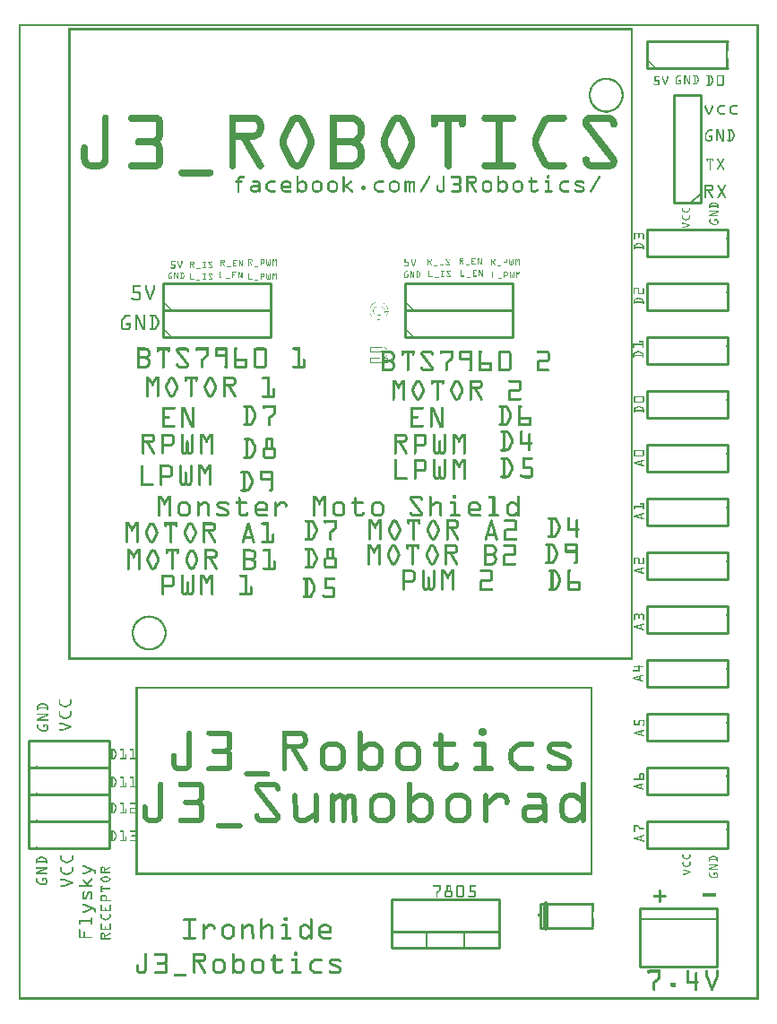
<source format=gto>
G04 MADE WITH FRITZING*
G04 WWW.FRITZING.ORG*
G04 DOUBLE SIDED*
G04 HOLES PLATED*
G04 CONTOUR ON CENTER OF CONTOUR VECTOR*
%ASAXBY*%
%FSLAX23Y23*%
%MOIN*%
%OFA0B0*%
%SFA1.0B1.0*%
%ADD10C,0.001000*%
%ADD11C,0.010000*%
%ADD12C,0.005000*%
%ADD13C,0.020000*%
%ADD14R,0.001000X0.001000*%
%LNSILK1*%
G90*
G70*
G54D10*
X1308Y2370D02*
X1370Y2370D01*
D02*
X1370Y2370D02*
X1370Y2386D01*
D02*
X1370Y2386D02*
X1361Y2386D01*
D02*
X1361Y2386D02*
X1361Y2386D01*
D02*
X1350Y2428D02*
X1308Y2428D01*
D02*
X1308Y2428D02*
X1308Y2411D01*
D02*
X1308Y2411D02*
X1346Y2411D01*
D02*
X1342Y2386D02*
X1308Y2386D01*
D02*
X1308Y2386D02*
X1308Y2370D01*
D02*
X1374Y2560D02*
X1361Y2560D01*
D02*
X1361Y2560D02*
X1361Y2559D01*
D02*
X1361Y2561D02*
X1374Y2561D01*
D02*
X1374Y2561D02*
X1374Y2562D01*
G54D11*
D02*
X2536Y2963D02*
X2536Y3363D01*
D02*
X2536Y3363D02*
X2436Y3363D01*
D02*
X2436Y3363D02*
X2436Y2963D01*
D02*
X2436Y2963D02*
X2536Y2963D01*
G54D12*
D02*
X2536Y2998D02*
X2501Y2963D01*
G54D11*
D02*
X2636Y2663D02*
X2336Y2663D01*
D02*
X2336Y2663D02*
X2336Y2563D01*
D02*
X2336Y2563D02*
X2636Y2563D01*
D02*
X2636Y2563D02*
X2636Y2663D01*
D02*
X2636Y2863D02*
X2336Y2863D01*
D02*
X2336Y2863D02*
X2336Y2763D01*
D02*
X2336Y2763D02*
X2636Y2763D01*
D02*
X2636Y2763D02*
X2636Y2863D01*
D02*
X2636Y2463D02*
X2336Y2463D01*
D02*
X2336Y2463D02*
X2336Y2363D01*
D02*
X2336Y2363D02*
X2636Y2363D01*
D02*
X2636Y2363D02*
X2636Y2463D01*
D02*
X2636Y2263D02*
X2336Y2263D01*
D02*
X2336Y2263D02*
X2336Y2163D01*
D02*
X2336Y2163D02*
X2636Y2163D01*
D02*
X2636Y2163D02*
X2636Y2263D01*
D02*
X2636Y2063D02*
X2336Y2063D01*
D02*
X2336Y2063D02*
X2336Y1963D01*
D02*
X2336Y1963D02*
X2636Y1963D01*
D02*
X2636Y1963D02*
X2636Y2063D01*
D02*
X2636Y1863D02*
X2336Y1863D01*
D02*
X2336Y1863D02*
X2336Y1763D01*
D02*
X2336Y1763D02*
X2636Y1763D01*
D02*
X2636Y1763D02*
X2636Y1863D01*
D02*
X2636Y1663D02*
X2336Y1663D01*
D02*
X2336Y1663D02*
X2336Y1563D01*
D02*
X2336Y1563D02*
X2636Y1563D01*
D02*
X2636Y1563D02*
X2636Y1663D01*
D02*
X2636Y1463D02*
X2336Y1463D01*
D02*
X2336Y1463D02*
X2336Y1363D01*
D02*
X2336Y1363D02*
X2636Y1363D01*
D02*
X2636Y1363D02*
X2636Y1463D01*
D02*
X2636Y1263D02*
X2336Y1263D01*
D02*
X2336Y1263D02*
X2336Y1163D01*
D02*
X2336Y1163D02*
X2636Y1163D01*
D02*
X2636Y1163D02*
X2636Y1263D01*
D02*
X2636Y1063D02*
X2336Y1063D01*
D02*
X2336Y1063D02*
X2336Y963D01*
D02*
X2336Y963D02*
X2636Y963D01*
D02*
X2636Y963D02*
X2636Y1063D01*
D02*
X2636Y863D02*
X2336Y863D01*
D02*
X2336Y863D02*
X2336Y763D01*
D02*
X2336Y763D02*
X2636Y763D01*
D02*
X2636Y763D02*
X2636Y863D01*
D02*
X2636Y663D02*
X2336Y663D01*
D02*
X2336Y663D02*
X2336Y563D01*
D02*
X2336Y563D02*
X2636Y563D01*
D02*
X2636Y563D02*
X2636Y663D01*
D02*
X36Y863D02*
X336Y863D01*
D02*
X336Y863D02*
X336Y963D01*
D02*
X336Y963D02*
X36Y963D01*
D02*
X36Y963D02*
X36Y863D01*
D02*
X36Y763D02*
X336Y763D01*
D02*
X336Y763D02*
X336Y863D01*
D02*
X336Y863D02*
X36Y863D01*
D02*
X36Y863D02*
X36Y763D01*
D02*
X36Y663D02*
X336Y663D01*
D02*
X336Y663D02*
X336Y763D01*
D02*
X336Y763D02*
X36Y763D01*
D02*
X36Y763D02*
X36Y663D01*
D02*
X36Y563D02*
X336Y563D01*
D02*
X336Y563D02*
X336Y663D01*
D02*
X336Y663D02*
X36Y663D01*
D02*
X36Y663D02*
X36Y563D01*
D02*
X1786Y193D02*
X1386Y193D01*
D02*
X1386Y193D02*
X1386Y373D01*
D02*
X1386Y373D02*
X1786Y373D01*
D02*
X1786Y373D02*
X1786Y193D01*
D02*
X1786Y193D02*
X1386Y193D01*
D02*
X1386Y193D02*
X1386Y253D01*
D02*
X1386Y253D02*
X1786Y253D01*
D02*
X1786Y253D02*
X1786Y193D01*
G54D12*
D02*
X1656Y193D02*
X1656Y253D01*
D02*
X1516Y193D02*
X1516Y253D01*
G54D11*
D02*
X2312Y125D02*
X2598Y125D01*
D02*
X2598Y125D02*
X2598Y341D01*
D02*
X2598Y341D02*
X2312Y341D01*
D02*
X2312Y341D02*
X2312Y125D01*
G54D12*
D02*
X2598Y301D02*
X2312Y301D01*
G54D11*
D02*
X536Y2563D02*
X936Y2563D01*
D02*
X936Y2563D02*
X936Y2663D01*
D02*
X936Y2663D02*
X536Y2663D01*
D02*
X536Y2663D02*
X536Y2563D01*
D02*
X536Y2463D02*
X936Y2463D01*
D02*
X936Y2463D02*
X936Y2563D01*
D02*
X936Y2563D02*
X536Y2563D01*
D02*
X536Y2563D02*
X536Y2463D01*
D02*
X1436Y2463D02*
X1836Y2463D01*
D02*
X1836Y2463D02*
X1836Y2563D01*
D02*
X1836Y2563D02*
X1436Y2563D01*
D02*
X1436Y2563D02*
X1436Y2463D01*
D02*
X1436Y2563D02*
X1836Y2563D01*
D02*
X1836Y2563D02*
X1836Y2663D01*
D02*
X1836Y2663D02*
X1436Y2663D01*
D02*
X1436Y2663D02*
X1436Y2563D01*
D02*
X2336Y3463D02*
X2636Y3463D01*
D02*
X2636Y3563D02*
X2336Y3563D01*
D02*
X2336Y3563D02*
X2336Y3463D01*
D02*
X1940Y358D02*
X2135Y358D01*
D02*
X2135Y268D02*
X1940Y268D01*
D02*
X1940Y268D02*
X1940Y358D01*
G54D13*
D02*
X1960Y268D02*
X1960Y358D01*
G36*
X1327Y1949D02*
X1326Y1949D01*
X1326Y1949D02*
X1324Y1950D01*
X1324Y1950D02*
X1319Y1951D01*
X1319Y1951D02*
X1316Y1952D01*
X1316Y1952D02*
X1314Y1954D01*
X1314Y1954D02*
X1313Y1956D01*
X1313Y1956D02*
X1310Y1961D01*
X1310Y1961D02*
X1308Y1964D01*
X1308Y1964D02*
X1307Y1968D01*
X1307Y1968D02*
X1306Y1978D01*
X1306Y1978D02*
X1307Y1983D01*
X1307Y1983D02*
X1307Y1988D01*
X1307Y1988D02*
X1308Y1992D01*
X1308Y1992D02*
X1310Y1996D01*
X1310Y1996D02*
X1313Y1999D01*
X1313Y1999D02*
X1316Y2002D01*
X1316Y2002D02*
X1318Y2004D01*
X1318Y2004D02*
X1320Y2005D01*
X1320Y2005D02*
X1323Y2005D01*
X1323Y2005D02*
X1327Y2006D01*
X1327Y2006D02*
X1331Y2005D01*
X1331Y2005D02*
X1335Y2004D01*
X1335Y2004D02*
X1337Y2003D01*
X1337Y2003D02*
X1338Y2002D01*
X1338Y2002D02*
X1340Y1999D01*
X1340Y1999D02*
X1342Y1996D01*
X1342Y1996D02*
X1344Y1989D01*
X1344Y1989D02*
X1346Y1983D01*
X1346Y1983D02*
X1347Y1975D01*
X1347Y1975D02*
X1348Y1971D01*
X1348Y1971D02*
X1350Y1969D01*
X1350Y1969D02*
X1351Y1968D01*
X1351Y1968D02*
X1353Y1967D01*
X1353Y1967D02*
X1354Y1966D01*
X1354Y1966D02*
X1356Y1967D01*
X1356Y1967D02*
X1357Y1967D01*
X1357Y1967D02*
X1359Y1968D01*
X1359Y1968D02*
X1359Y1970D01*
X1359Y1970D02*
X1360Y1971D01*
X1360Y1971D02*
X1360Y1973D01*
X1360Y1973D02*
X1361Y1977D01*
X1361Y1977D02*
X1360Y1980D01*
X1360Y1980D02*
X1360Y1982D01*
X1360Y1982D02*
X1359Y1984D01*
X1359Y1984D02*
X1358Y1986D01*
X1358Y1986D02*
X1357Y1987D01*
X1357Y1987D02*
X1356Y1988D01*
X1356Y1988D02*
X1354Y1988D01*
X1354Y1988D02*
X1353Y1989D01*
X1353Y1989D02*
X1352Y1989D01*
X1352Y1989D02*
X1352Y2004D01*
X1352Y2004D02*
X1355Y2004D01*
X1355Y2004D02*
X1360Y1996D01*
X1360Y1996D02*
X1365Y1978D01*
X1365Y1978D02*
X1361Y1961D01*
X1361Y1961D02*
X1349Y1963D01*
X1349Y1963D02*
X1339Y1981D01*
X1339Y1981D02*
X1330Y1997D01*
X1330Y1997D02*
X1317Y1993D01*
X1317Y1993D02*
X1313Y1978D01*
X1313Y1978D02*
X1327Y1949D01*
X1307Y1967D02*
X1307Y1988D01*
X1308Y1963D02*
X1308Y1992D01*
X1309Y1961D02*
X1309Y1994D01*
X1310Y1960D02*
X1310Y1996D01*
X1311Y1958D02*
X1311Y1997D01*
X1312Y1956D02*
X1312Y1999D01*
X1313Y1955D02*
X1313Y1977D01*
X1313Y1978D02*
X1313Y2000D01*
X1314Y1954D02*
X1314Y1975D01*
X1314Y1982D02*
X1314Y2001D01*
X1315Y1953D02*
X1315Y1973D01*
X1315Y1987D02*
X1315Y2002D01*
X1316Y1952D02*
X1316Y1971D01*
X1316Y1991D02*
X1316Y2003D01*
X1317Y1952D02*
X1317Y1969D01*
X1317Y1993D02*
X1317Y2003D01*
X1318Y1951D02*
X1318Y1967D01*
X1318Y1994D02*
X1318Y2004D01*
X1319Y1951D02*
X1319Y1965D01*
X1319Y1994D02*
X1319Y2004D01*
X1320Y1951D02*
X1320Y1963D01*
X1320Y1994D02*
X1320Y2005D01*
X1321Y1950D02*
X1321Y1961D01*
X1321Y1995D02*
X1321Y2005D01*
X1322Y1950D02*
X1322Y1959D01*
X1322Y1995D02*
X1322Y2005D01*
X1323Y1950D02*
X1323Y1957D01*
X1323Y1995D02*
X1323Y2005D01*
X1324Y1949D02*
X1324Y1955D01*
X1324Y1996D02*
X1324Y2005D01*
X1325Y1949D02*
X1325Y1953D01*
X1325Y1996D02*
X1325Y2005D01*
X1326Y1949D02*
X1326Y1951D01*
X1326Y1996D02*
X1326Y2005D01*
X1327Y1997D02*
X1327Y2005D01*
X1328Y1997D02*
X1328Y2005D01*
X1329Y1997D02*
X1329Y2005D01*
X1330Y1996D02*
X1330Y2005D01*
X1331Y1994D02*
X1331Y2005D01*
X1332Y1992D02*
X1332Y2005D01*
X1333Y1990D02*
X1333Y2004D01*
X1334Y1989D02*
X1334Y2004D01*
X1335Y1987D02*
X1335Y2004D01*
X1336Y1985D02*
X1336Y2003D01*
X1337Y1983D02*
X1337Y2002D01*
X1338Y1981D02*
X1338Y2001D01*
X1339Y1979D02*
X1339Y2000D01*
X1340Y1978D02*
X1340Y1998D01*
X1341Y1976D02*
X1341Y1996D01*
X1342Y1974D02*
X1342Y1994D01*
X1343Y1973D02*
X1343Y1991D01*
X1344Y1971D02*
X1344Y1988D01*
X1345Y1969D02*
X1345Y1983D01*
X1346Y1968D02*
X1346Y1979D01*
X1347Y1966D02*
X1347Y1974D01*
X1348Y1964D02*
X1348Y1971D01*
X1349Y1963D02*
X1349Y1970D01*
X1350Y1963D02*
X1350Y1968D01*
X1351Y1963D02*
X1351Y1967D01*
X1352Y1963D02*
X1352Y1967D01*
X1352Y1989D02*
X1352Y2004D01*
X1353Y1963D02*
X1353Y1967D01*
X1353Y1989D02*
X1353Y2004D01*
X1354Y1962D02*
X1354Y1966D01*
X1354Y1988D02*
X1354Y2004D01*
X1355Y1962D02*
X1355Y1967D01*
X1355Y1988D02*
X1355Y2003D01*
X1356Y1962D02*
X1356Y1967D01*
X1356Y1987D02*
X1356Y2002D01*
X1357Y1962D02*
X1357Y1967D01*
X1357Y1987D02*
X1357Y2000D01*
X1358Y1962D02*
X1358Y1968D01*
X1358Y1985D02*
X1358Y1998D01*
X1359Y1962D02*
X1359Y1969D01*
X1359Y1984D02*
X1359Y1997D01*
X1360Y1961D02*
X1360Y1973D01*
X1360Y1981D02*
X1360Y1995D01*
X1361Y1963D02*
X1361Y1991D01*
X1362Y1967D02*
X1362Y1988D01*
X1363Y1970D02*
X1363Y1984D01*
X1364Y1974D02*
X1364Y1981D01*
G37*
D02*
G36*
X1355Y2004D02*
X1357Y2003D01*
X1357Y2003D02*
X1361Y2002D01*
X1361Y2002D02*
X1362Y2000D01*
X1362Y2000D02*
X1364Y1999D01*
X1364Y1999D02*
X1367Y1995D01*
X1367Y1995D02*
X1369Y1991D01*
X1369Y1991D02*
X1370Y1986D01*
X1370Y1986D02*
X1371Y1980D01*
X1371Y1980D02*
X1371Y1973D01*
X1371Y1973D02*
X1370Y1967D01*
X1370Y1967D02*
X1369Y1962D01*
X1369Y1962D02*
X1366Y1957D01*
X1366Y1957D02*
X1365Y1955D01*
X1365Y1955D02*
X1363Y1954D01*
X1363Y1954D02*
X1361Y1952D01*
X1361Y1952D02*
X1357Y1951D01*
X1357Y1951D02*
X1352Y1950D01*
X1352Y1950D02*
X1348Y1951D01*
X1348Y1951D02*
X1346Y1951D01*
X1346Y1951D02*
X1344Y1952D01*
X1344Y1952D02*
X1342Y1954D01*
X1342Y1954D02*
X1340Y1956D01*
X1340Y1956D02*
X1339Y1959D01*
X1339Y1959D02*
X1337Y1963D01*
X1337Y1963D02*
X1334Y1977D01*
X1334Y1977D02*
X1333Y1981D01*
X1333Y1981D02*
X1331Y1986D01*
X1331Y1986D02*
X1330Y1987D01*
X1330Y1987D02*
X1329Y1988D01*
X1329Y1988D02*
X1327Y1989D01*
X1327Y1989D02*
X1325Y1990D01*
X1325Y1990D02*
X1324Y1990D01*
X1324Y1990D02*
X1322Y1989D01*
X1322Y1989D02*
X1321Y1988D01*
X1321Y1988D02*
X1319Y1987D01*
X1319Y1987D02*
X1318Y1985D01*
X1318Y1985D02*
X1317Y1982D01*
X1317Y1982D02*
X1317Y1980D01*
X1317Y1980D02*
X1317Y1975D01*
X1317Y1975D02*
X1317Y1972D01*
X1317Y1972D02*
X1318Y1970D01*
X1318Y1970D02*
X1320Y1968D01*
X1320Y1968D02*
X1321Y1966D01*
X1321Y1966D02*
X1323Y1965D01*
X1323Y1965D02*
X1325Y1964D01*
X1325Y1964D02*
X1327Y1964D01*
X1327Y1964D02*
X1327Y1964D01*
X1327Y1964D02*
X1327Y1949D01*
X1327Y1949D02*
X1313Y1977D01*
X1313Y1977D02*
X1316Y1993D01*
X1316Y1993D02*
X1329Y1998D01*
X1329Y1998D02*
X1331Y1997D01*
X1331Y1997D02*
X1350Y1965D01*
X1350Y1965D02*
X1360Y1963D01*
X1360Y1963D02*
X1365Y1978D01*
X1365Y1978D02*
X1360Y1994D01*
X1360Y1994D02*
X1354Y2002D01*
X1354Y2002D02*
X1355Y2004D01*
X1313Y1976D02*
X1313Y1981D01*
X1314Y1974D02*
X1314Y1985D01*
X1315Y1972D02*
X1315Y1990D01*
X1316Y1970D02*
X1316Y1993D01*
X1317Y1968D02*
X1317Y1972D01*
X1317Y1982D02*
X1317Y1994D01*
X1318Y1966D02*
X1318Y1970D01*
X1318Y1985D02*
X1318Y1994D01*
X1319Y1964D02*
X1319Y1968D01*
X1319Y1987D02*
X1319Y1994D01*
X1320Y1962D02*
X1320Y1967D01*
X1320Y1988D02*
X1320Y1995D01*
X1321Y1960D02*
X1321Y1966D01*
X1321Y1989D02*
X1321Y1995D01*
X1322Y1959D02*
X1322Y1965D01*
X1322Y1989D02*
X1322Y1995D01*
X1323Y1957D02*
X1323Y1965D01*
X1323Y1989D02*
X1323Y1996D01*
X1324Y1955D02*
X1324Y1965D01*
X1324Y1990D02*
X1324Y1996D01*
X1325Y1953D02*
X1325Y1964D01*
X1325Y1990D02*
X1325Y1996D01*
X1326Y1951D02*
X1326Y1964D01*
X1326Y1989D02*
X1326Y1997D01*
X1327Y1989D02*
X1327Y1997D01*
X1328Y1989D02*
X1328Y1997D01*
X1329Y1988D02*
X1329Y1998D01*
X1330Y1987D02*
X1330Y1997D01*
X1331Y1985D02*
X1331Y1996D01*
X1332Y1983D02*
X1332Y1994D01*
X1333Y1980D02*
X1333Y1992D01*
X1334Y1976D02*
X1334Y1991D01*
X1335Y1971D02*
X1335Y1989D01*
X1336Y1967D02*
X1336Y1987D01*
X1337Y1963D02*
X1337Y1986D01*
X1338Y1960D02*
X1338Y1984D01*
X1339Y1958D02*
X1339Y1982D01*
X1340Y1956D02*
X1340Y1980D01*
X1341Y1955D02*
X1341Y1979D01*
X1342Y1954D02*
X1342Y1977D01*
X1343Y1953D02*
X1343Y1975D01*
X1344Y1952D02*
X1344Y1973D01*
X1345Y1952D02*
X1345Y1972D01*
X1346Y1951D02*
X1346Y1970D01*
X1347Y1951D02*
X1347Y1968D01*
X1348Y1951D02*
X1348Y1967D01*
X1349Y1951D02*
X1349Y1965D01*
X1350Y1951D02*
X1350Y1964D01*
X1351Y1950D02*
X1351Y1964D01*
X1352Y1950D02*
X1352Y1964D01*
X1353Y1951D02*
X1353Y1964D01*
X1354Y1951D02*
X1354Y1964D01*
X1354Y2001D02*
X1354Y2003D01*
X1355Y1951D02*
X1355Y1964D01*
X1355Y2000D02*
X1355Y2004D01*
X1356Y1951D02*
X1356Y1963D01*
X1356Y1998D02*
X1356Y2003D01*
X1357Y1951D02*
X1357Y1963D01*
X1357Y1997D02*
X1357Y2003D01*
X1358Y1952D02*
X1358Y1963D01*
X1358Y1996D02*
X1358Y2003D01*
X1359Y1952D02*
X1359Y1963D01*
X1359Y1994D02*
X1359Y2002D01*
X1360Y1952D02*
X1360Y1963D01*
X1360Y1992D02*
X1360Y2002D01*
X1361Y1953D02*
X1361Y1966D01*
X1361Y1988D02*
X1361Y2001D01*
X1362Y1953D02*
X1362Y1969D01*
X1362Y1985D02*
X1362Y2000D01*
X1363Y1954D02*
X1363Y1973D01*
X1363Y1982D02*
X1363Y1999D01*
X1364Y1955D02*
X1364Y1976D01*
X1364Y1979D02*
X1364Y1998D01*
X1365Y1956D02*
X1365Y1997D01*
X1366Y1957D02*
X1366Y1996D01*
X1367Y1959D02*
X1367Y1994D01*
X1368Y1961D02*
X1368Y1992D01*
X1369Y1964D02*
X1369Y1989D01*
X1370Y1968D02*
X1370Y1986D01*
G37*
D02*
G36*
X1370Y2029D02*
X1362Y2029D01*
X1362Y2029D02*
X1361Y2029D01*
X1361Y2029D02*
X1361Y2029D01*
X1361Y2029D02*
X1362Y2030D01*
X1362Y2030D02*
X1366Y2034D01*
X1366Y2034D02*
X1367Y2035D01*
X1367Y2035D02*
X1368Y2037D01*
X1368Y2037D02*
X1370Y2042D01*
X1370Y2042D02*
X1371Y2044D01*
X1371Y2044D02*
X1371Y2052D01*
X1371Y2052D02*
X1370Y2056D01*
X1370Y2056D02*
X1369Y2060D01*
X1369Y2060D02*
X1366Y2063D01*
X1366Y2063D02*
X1364Y2067D01*
X1364Y2067D02*
X1360Y2070D01*
X1360Y2070D02*
X1356Y2072D01*
X1356Y2072D02*
X1348Y2075D01*
X1348Y2075D02*
X1339Y2076D01*
X1339Y2076D02*
X1331Y2075D01*
X1331Y2075D02*
X1325Y2074D01*
X1325Y2074D02*
X1320Y2072D01*
X1320Y2072D02*
X1315Y2069D01*
X1315Y2069D02*
X1313Y2066D01*
X1313Y2066D02*
X1310Y2063D01*
X1310Y2063D02*
X1309Y2060D01*
X1309Y2060D02*
X1307Y2056D01*
X1307Y2056D02*
X1307Y2052D01*
X1307Y2052D02*
X1307Y2047D01*
X1307Y2047D02*
X1307Y2042D01*
X1307Y2042D02*
X1308Y2039D01*
X1308Y2039D02*
X1310Y2036D01*
X1310Y2036D02*
X1312Y2033D01*
X1312Y2033D02*
X1315Y2031D01*
X1315Y2031D02*
X1327Y2031D01*
X1327Y2031D02*
X1327Y2031D01*
X1327Y2031D02*
X1327Y2031D01*
X1327Y2031D02*
X1326Y2031D01*
X1326Y2031D02*
X1326Y2032D01*
X1326Y2032D02*
X1326Y2032D01*
X1326Y2032D02*
X1324Y2033D01*
X1324Y2033D02*
X1322Y2035D01*
X1322Y2035D02*
X1320Y2037D01*
X1320Y2037D02*
X1319Y2039D01*
X1319Y2039D02*
X1318Y2042D01*
X1318Y2042D02*
X1318Y2046D01*
X1318Y2046D02*
X1319Y2050D01*
X1319Y2050D02*
X1320Y2053D01*
X1320Y2053D02*
X1323Y2055D01*
X1323Y2055D02*
X1325Y2057D01*
X1325Y2057D02*
X1328Y2058D01*
X1328Y2058D02*
X1336Y2060D01*
X1336Y2060D02*
X1344Y2060D01*
X1344Y2060D02*
X1348Y2059D01*
X1348Y2059D02*
X1352Y2057D01*
X1352Y2057D02*
X1355Y2055D01*
X1355Y2055D02*
X1357Y2052D01*
X1357Y2052D02*
X1358Y2050D01*
X1358Y2050D02*
X1359Y2047D01*
X1359Y2047D02*
X1359Y2045D01*
X1359Y2045D02*
X1359Y2041D01*
X1359Y2041D02*
X1359Y2039D01*
X1359Y2039D02*
X1358Y2038D01*
X1358Y2038D02*
X1356Y2035D01*
X1356Y2035D02*
X1353Y2033D01*
X1353Y2033D02*
X1350Y2031D01*
X1350Y2031D02*
X1347Y2030D01*
X1347Y2030D02*
X1344Y2029D01*
X1344Y2029D02*
X1334Y2029D01*
X1334Y2029D02*
X1330Y2030D01*
X1330Y2030D02*
X1328Y2031D01*
X1328Y2031D02*
X1328Y2031D01*
X1328Y2031D02*
X1327Y2031D01*
X1327Y2031D02*
X1327Y2031D01*
X1327Y2031D02*
X1327Y2031D01*
X1327Y2031D02*
X1327Y2030D01*
X1327Y2030D02*
X1315Y2030D01*
X1315Y2030D02*
X1271Y2030D01*
X1271Y2030D02*
X1286Y2014D01*
X1286Y2014D02*
X1366Y2014D01*
X1366Y2014D02*
X1367Y2014D01*
X1367Y2014D02*
X1370Y2029D01*
X1271Y2030D02*
X1271Y2030D01*
X1272Y2029D02*
X1272Y2030D01*
X1273Y2027D02*
X1273Y2030D01*
X1274Y2026D02*
X1274Y2030D01*
X1275Y2025D02*
X1275Y2030D01*
X1276Y2024D02*
X1276Y2030D01*
X1277Y2023D02*
X1277Y2030D01*
X1278Y2022D02*
X1278Y2030D01*
X1279Y2021D02*
X1279Y2030D01*
X1280Y2020D02*
X1280Y2030D01*
X1281Y2019D02*
X1281Y2030D01*
X1282Y2017D02*
X1282Y2030D01*
X1283Y2016D02*
X1283Y2030D01*
X1284Y2015D02*
X1284Y2030D01*
X1285Y2014D02*
X1285Y2030D01*
X1286Y2014D02*
X1286Y2030D01*
X1287Y2014D02*
X1287Y2030D01*
X1288Y2014D02*
X1288Y2030D01*
X1289Y2014D02*
X1289Y2030D01*
X1290Y2014D02*
X1290Y2030D01*
X1291Y2014D02*
X1291Y2030D01*
X1292Y2014D02*
X1292Y2030D01*
X1293Y2014D02*
X1293Y2030D01*
X1294Y2014D02*
X1294Y2030D01*
X1295Y2014D02*
X1295Y2030D01*
X1296Y2014D02*
X1296Y2030D01*
X1297Y2014D02*
X1297Y2030D01*
X1298Y2014D02*
X1298Y2030D01*
X1299Y2014D02*
X1299Y2030D01*
X1300Y2014D02*
X1300Y2030D01*
X1301Y2014D02*
X1301Y2030D01*
X1302Y2014D02*
X1302Y2030D01*
X1303Y2014D02*
X1303Y2030D01*
X1304Y2014D02*
X1304Y2030D01*
X1305Y2014D02*
X1305Y2030D01*
X1306Y2014D02*
X1306Y2030D01*
X1307Y2014D02*
X1307Y2030D01*
X1307Y2041D02*
X1307Y2056D01*
X1308Y2014D02*
X1308Y2030D01*
X1308Y2038D02*
X1308Y2059D01*
X1309Y2014D02*
X1309Y2030D01*
X1309Y2037D02*
X1309Y2062D01*
X1310Y2014D02*
X1310Y2030D01*
X1310Y2035D02*
X1310Y2063D01*
X1311Y2014D02*
X1311Y2030D01*
X1311Y2034D02*
X1311Y2065D01*
X1312Y2014D02*
X1312Y2030D01*
X1312Y2033D02*
X1312Y2066D01*
X1313Y2014D02*
X1313Y2030D01*
X1313Y2032D02*
X1313Y2067D01*
X1314Y2014D02*
X1314Y2030D01*
X1314Y2031D02*
X1314Y2068D01*
X1315Y2014D02*
X1315Y2030D01*
X1315Y2031D02*
X1315Y2069D01*
X1316Y2014D02*
X1316Y2030D01*
X1316Y2031D02*
X1316Y2070D01*
X1317Y2014D02*
X1317Y2030D01*
X1317Y2031D02*
X1317Y2070D01*
X1318Y2014D02*
X1318Y2030D01*
X1318Y2031D02*
X1318Y2042D01*
X1318Y2046D02*
X1318Y2071D01*
X1319Y2014D02*
X1319Y2030D01*
X1319Y2031D02*
X1319Y2039D01*
X1319Y2050D02*
X1319Y2072D01*
X1320Y2014D02*
X1320Y2030D01*
X1320Y2031D02*
X1320Y2036D01*
X1320Y2053D02*
X1320Y2072D01*
X1321Y2014D02*
X1321Y2030D01*
X1321Y2031D02*
X1321Y2035D01*
X1321Y2054D02*
X1321Y2073D01*
X1322Y2014D02*
X1322Y2030D01*
X1322Y2031D02*
X1322Y2034D01*
X1322Y2055D02*
X1322Y2073D01*
X1323Y2014D02*
X1323Y2030D01*
X1323Y2031D02*
X1323Y2033D01*
X1323Y2056D02*
X1323Y2073D01*
X1324Y2014D02*
X1324Y2030D01*
X1324Y2031D02*
X1324Y2033D01*
X1324Y2057D02*
X1324Y2074D01*
X1325Y2014D02*
X1325Y2030D01*
X1325Y2031D02*
X1325Y2032D01*
X1325Y2057D02*
X1325Y2074D01*
X1326Y2014D02*
X1326Y2030D01*
X1326Y2031D02*
X1326Y2031D01*
X1326Y2058D02*
X1326Y2074D01*
X1327Y2014D02*
X1327Y2031D01*
X1327Y2058D02*
X1327Y2075D01*
X1328Y2014D02*
X1328Y2031D01*
X1328Y2058D02*
X1328Y2075D01*
X1329Y2014D02*
X1329Y2030D01*
X1329Y2059D02*
X1329Y2075D01*
X1330Y2014D02*
X1330Y2030D01*
X1330Y2059D02*
X1330Y2075D01*
X1331Y2014D02*
X1331Y2030D01*
X1331Y2059D02*
X1331Y2075D01*
X1332Y2014D02*
X1332Y2030D01*
X1332Y2059D02*
X1332Y2076D01*
X1333Y2014D02*
X1333Y2029D01*
X1333Y2059D02*
X1333Y2076D01*
X1334Y2014D02*
X1334Y2029D01*
X1334Y2059D02*
X1334Y2076D01*
X1335Y2014D02*
X1335Y2029D01*
X1335Y2060D02*
X1335Y2076D01*
X1336Y2014D02*
X1336Y2029D01*
X1336Y2060D02*
X1336Y2076D01*
X1337Y2014D02*
X1337Y2029D01*
X1337Y2060D02*
X1337Y2076D01*
X1338Y2014D02*
X1338Y2029D01*
X1338Y2060D02*
X1338Y2076D01*
X1339Y2014D02*
X1339Y2029D01*
X1339Y2060D02*
X1339Y2076D01*
X1340Y2014D02*
X1340Y2029D01*
X1340Y2060D02*
X1340Y2076D01*
X1341Y2014D02*
X1341Y2029D01*
X1341Y2060D02*
X1341Y2076D01*
X1342Y2014D02*
X1342Y2029D01*
X1342Y2060D02*
X1342Y2075D01*
X1343Y2014D02*
X1343Y2029D01*
X1343Y2060D02*
X1343Y2075D01*
X1344Y2014D02*
X1344Y2029D01*
X1344Y2060D02*
X1344Y2075D01*
X1345Y2014D02*
X1345Y2030D01*
X1345Y2059D02*
X1345Y2075D01*
X1346Y2014D02*
X1346Y2030D01*
X1346Y2059D02*
X1346Y2075D01*
X1347Y2014D02*
X1347Y2030D01*
X1347Y2059D02*
X1347Y2075D01*
X1348Y2014D02*
X1348Y2030D01*
X1348Y2059D02*
X1348Y2075D01*
X1349Y2014D02*
X1349Y2031D01*
X1349Y2058D02*
X1349Y2074D01*
X1350Y2014D02*
X1350Y2031D01*
X1350Y2058D02*
X1350Y2074D01*
X1351Y2014D02*
X1351Y2032D01*
X1351Y2057D02*
X1351Y2074D01*
X1352Y2014D02*
X1352Y2032D01*
X1352Y2057D02*
X1352Y2073D01*
X1353Y2014D02*
X1353Y2033D01*
X1353Y2056D02*
X1353Y2073D01*
X1354Y2014D02*
X1354Y2034D01*
X1354Y2055D02*
X1354Y2073D01*
X1355Y2014D02*
X1355Y2035D01*
X1355Y2054D02*
X1355Y2072D01*
X1356Y2014D02*
X1356Y2036D01*
X1356Y2053D02*
X1356Y2072D01*
X1357Y2014D02*
X1357Y2037D01*
X1357Y2052D02*
X1357Y2072D01*
X1358Y2014D02*
X1358Y2039D01*
X1358Y2050D02*
X1358Y2071D01*
X1359Y2014D02*
X1359Y2070D01*
X1360Y2014D02*
X1360Y2070D01*
X1361Y2014D02*
X1361Y2029D01*
X1361Y2029D02*
X1361Y2069D01*
X1362Y2014D02*
X1362Y2029D01*
X1362Y2030D02*
X1362Y2068D01*
X1363Y2014D02*
X1363Y2029D01*
X1363Y2031D02*
X1363Y2067D01*
X1364Y2014D02*
X1364Y2029D01*
X1364Y2032D02*
X1364Y2066D01*
X1365Y2014D02*
X1365Y2029D01*
X1365Y2033D02*
X1365Y2065D01*
X1366Y2014D02*
X1366Y2029D01*
X1366Y2034D02*
X1366Y2064D01*
X1367Y2017D02*
X1367Y2029D01*
X1367Y2035D02*
X1367Y2062D01*
X1368Y2022D02*
X1368Y2029D01*
X1368Y2037D02*
X1368Y2060D01*
X1369Y2027D02*
X1369Y2029D01*
X1369Y2039D02*
X1369Y2058D01*
X1370Y2042D02*
X1370Y2055D01*
G37*
D02*
G36*
X1459Y2254D02*
X1459Y2252D01*
X1459Y2252D02*
X1459Y2248D01*
X1459Y2248D02*
X1459Y2245D01*
X1459Y2245D02*
X1458Y2242D01*
X1458Y2242D02*
X1457Y2239D01*
X1457Y2239D02*
X1455Y2237D01*
X1455Y2237D02*
X1453Y2235D01*
X1453Y2235D02*
X1450Y2234D01*
X1450Y2234D02*
X1447Y2233D01*
X1447Y2233D02*
X1444Y2232D01*
X1444Y2232D02*
X1384Y2232D01*
X1384Y2232D02*
X1406Y2252D01*
X1406Y2252D02*
X1409Y2255D01*
X1409Y2255D02*
X1411Y2259D01*
X1411Y2259D02*
X1412Y2260D01*
X1412Y2260D02*
X1412Y2262D01*
X1412Y2262D02*
X1412Y2271D01*
X1412Y2271D02*
X1412Y2276D01*
X1412Y2276D02*
X1414Y2282D01*
X1414Y2282D02*
X1416Y2286D01*
X1416Y2286D02*
X1419Y2291D01*
X1419Y2291D02*
X1423Y2295D01*
X1423Y2295D02*
X1428Y2299D01*
X1428Y2299D02*
X1434Y2302D01*
X1434Y2302D02*
X1441Y2305D01*
X1441Y2305D02*
X1449Y2306D01*
X1449Y2306D02*
X1456Y2306D01*
X1456Y2306D02*
X1461Y2305D01*
X1461Y2305D02*
X1464Y2303D01*
X1464Y2303D02*
X1468Y2301D01*
X1468Y2301D02*
X1473Y2298D01*
X1473Y2298D02*
X1476Y2293D01*
X1476Y2293D02*
X1473Y2293D01*
X1473Y2293D02*
X1472Y2293D01*
X1472Y2293D02*
X1472Y2293D01*
X1472Y2293D02*
X1470Y2292D01*
X1470Y2292D02*
X1469Y2290D01*
X1469Y2290D02*
X1469Y2290D01*
X1469Y2290D02*
X1469Y2287D01*
X1469Y2287D02*
X1469Y2285D01*
X1469Y2285D02*
X1470Y2283D01*
X1470Y2283D02*
X1473Y2280D01*
X1473Y2280D02*
X1474Y2278D01*
X1474Y2278D02*
X1476Y2276D01*
X1476Y2276D02*
X1478Y2275D01*
X1478Y2275D02*
X1480Y2274D01*
X1480Y2274D02*
X1481Y2274D01*
X1481Y2274D02*
X1482Y2274D01*
X1482Y2274D02*
X1484Y2275D01*
X1484Y2275D02*
X1486Y2276D01*
X1486Y2276D02*
X1488Y2278D01*
X1488Y2278D02*
X1489Y2280D01*
X1489Y2280D02*
X1490Y2282D01*
X1490Y2282D02*
X1490Y2284D01*
X1490Y2284D02*
X1490Y2286D01*
X1490Y2286D02*
X1490Y2286D01*
X1490Y2286D02*
X1490Y2286D01*
X1490Y2286D02*
X1491Y2284D01*
X1491Y2284D02*
X1492Y2282D01*
X1492Y2282D02*
X1493Y2281D01*
X1493Y2281D02*
X1493Y2280D01*
X1493Y2280D02*
X1494Y2277D01*
X1494Y2277D02*
X1494Y2273D01*
X1494Y2273D02*
X1494Y2270D01*
X1494Y2270D02*
X1493Y2266D01*
X1493Y2266D02*
X1492Y2263D01*
X1492Y2263D02*
X1489Y2260D01*
X1489Y2260D02*
X1487Y2258D01*
X1487Y2258D02*
X1484Y2256D01*
X1484Y2256D02*
X1482Y2255D01*
X1482Y2255D02*
X1479Y2254D01*
X1479Y2254D02*
X1476Y2255D01*
X1476Y2255D02*
X1473Y2256D01*
X1473Y2256D02*
X1466Y2261D01*
X1466Y2261D02*
X1460Y2266D01*
X1460Y2266D02*
X1458Y2268D01*
X1458Y2268D02*
X1456Y2269D01*
X1456Y2269D02*
X1454Y2269D01*
X1454Y2269D02*
X1452Y2269D01*
X1452Y2269D02*
X1449Y2268D01*
X1449Y2268D02*
X1448Y2267D01*
X1448Y2267D02*
X1446Y2265D01*
X1446Y2265D02*
X1445Y2263D01*
X1445Y2263D02*
X1444Y2261D01*
X1444Y2261D02*
X1444Y2258D01*
X1444Y2258D02*
X1444Y2255D01*
X1444Y2255D02*
X1445Y2252D01*
X1445Y2252D02*
X1446Y2250D01*
X1446Y2250D02*
X1448Y2249D01*
X1448Y2249D02*
X1449Y2248D01*
X1449Y2248D02*
X1451Y2247D01*
X1451Y2247D02*
X1453Y2247D01*
X1453Y2247D02*
X1455Y2248D01*
X1455Y2248D02*
X1455Y2248D01*
X1455Y2248D02*
X1456Y2249D01*
X1456Y2249D02*
X1458Y2252D01*
X1458Y2252D02*
X1458Y2253D01*
X1458Y2253D02*
X1459Y2253D01*
X1459Y2253D02*
X1459Y2254D01*
X1384Y2232D02*
X1384Y2233D01*
X1385Y2232D02*
X1385Y2234D01*
X1386Y2232D02*
X1386Y2235D01*
X1387Y2232D02*
X1387Y2235D01*
X1388Y2232D02*
X1388Y2236D01*
X1389Y2232D02*
X1389Y2237D01*
X1390Y2232D02*
X1390Y2238D01*
X1391Y2232D02*
X1391Y2239D01*
X1392Y2232D02*
X1392Y2240D01*
X1393Y2232D02*
X1393Y2241D01*
X1394Y2232D02*
X1394Y2242D01*
X1395Y2232D02*
X1395Y2243D01*
X1396Y2232D02*
X1396Y2243D01*
X1397Y2232D02*
X1397Y2244D01*
X1398Y2232D02*
X1398Y2245D01*
X1399Y2232D02*
X1399Y2246D01*
X1400Y2232D02*
X1400Y2247D01*
X1401Y2232D02*
X1401Y2248D01*
X1402Y2232D02*
X1402Y2249D01*
X1403Y2232D02*
X1403Y2250D01*
X1404Y2232D02*
X1404Y2251D01*
X1405Y2232D02*
X1405Y2251D01*
X1406Y2232D02*
X1406Y2252D01*
X1407Y2232D02*
X1407Y2254D01*
X1408Y2232D02*
X1408Y2255D01*
X1409Y2232D02*
X1409Y2256D01*
X1410Y2232D02*
X1410Y2258D01*
X1411Y2232D02*
X1411Y2260D01*
X1412Y2232D02*
X1412Y2276D01*
X1413Y2232D02*
X1413Y2280D01*
X1414Y2232D02*
X1414Y2283D01*
X1415Y2232D02*
X1415Y2285D01*
X1416Y2232D02*
X1416Y2287D01*
X1417Y2232D02*
X1417Y2288D01*
X1418Y2232D02*
X1418Y2290D01*
X1419Y2232D02*
X1419Y2291D01*
X1420Y2232D02*
X1420Y2292D01*
X1421Y2232D02*
X1421Y2293D01*
X1422Y2232D02*
X1422Y2294D01*
X1423Y2232D02*
X1423Y2295D01*
X1424Y2232D02*
X1424Y2296D01*
X1425Y2232D02*
X1425Y2297D01*
X1426Y2232D02*
X1426Y2298D01*
X1427Y2232D02*
X1427Y2298D01*
X1428Y2232D02*
X1428Y2299D01*
X1429Y2232D02*
X1429Y2300D01*
X1430Y2232D02*
X1430Y2300D01*
X1431Y2232D02*
X1431Y2301D01*
X1432Y2232D02*
X1432Y2301D01*
X1433Y2232D02*
X1433Y2302D01*
X1434Y2232D02*
X1434Y2302D01*
X1435Y2232D02*
X1435Y2303D01*
X1436Y2232D02*
X1436Y2303D01*
X1437Y2232D02*
X1437Y2303D01*
X1438Y2232D02*
X1438Y2304D01*
X1439Y2232D02*
X1439Y2304D01*
X1440Y2232D02*
X1440Y2304D01*
X1441Y2232D02*
X1441Y2305D01*
X1442Y2232D02*
X1442Y2305D01*
X1443Y2232D02*
X1443Y2305D01*
X1444Y2232D02*
X1444Y2253D01*
X1444Y2262D02*
X1444Y2305D01*
X1445Y2233D02*
X1445Y2251D01*
X1445Y2264D02*
X1445Y2305D01*
X1446Y2233D02*
X1446Y2250D01*
X1446Y2266D02*
X1446Y2305D01*
X1447Y2233D02*
X1447Y2249D01*
X1447Y2267D02*
X1447Y2306D01*
X1448Y2233D02*
X1448Y2248D01*
X1448Y2268D02*
X1448Y2306D01*
X1449Y2233D02*
X1449Y2248D01*
X1449Y2268D02*
X1449Y2306D01*
X1450Y2234D02*
X1450Y2247D01*
X1450Y2269D02*
X1450Y2306D01*
X1451Y2234D02*
X1451Y2247D01*
X1451Y2269D02*
X1451Y2306D01*
X1452Y2235D02*
X1452Y2247D01*
X1452Y2269D02*
X1452Y2306D01*
X1453Y2236D02*
X1453Y2247D01*
X1453Y2269D02*
X1453Y2306D01*
X1454Y2236D02*
X1454Y2248D01*
X1454Y2269D02*
X1454Y2306D01*
X1455Y2237D02*
X1455Y2248D01*
X1455Y2269D02*
X1455Y2306D01*
X1456Y2239D02*
X1456Y2249D01*
X1456Y2269D02*
X1456Y2306D01*
X1457Y2240D02*
X1457Y2251D01*
X1457Y2268D02*
X1457Y2305D01*
X1458Y2243D02*
X1458Y2252D01*
X1458Y2268D02*
X1458Y2305D01*
X1459Y2267D02*
X1459Y2305D01*
X1460Y2266D02*
X1460Y2305D01*
X1461Y2265D02*
X1461Y2305D01*
X1462Y2264D02*
X1462Y2304D01*
X1463Y2263D02*
X1463Y2304D01*
X1464Y2262D02*
X1464Y2303D01*
X1465Y2261D02*
X1465Y2303D01*
X1466Y2261D02*
X1466Y2302D01*
X1467Y2260D02*
X1467Y2302D01*
X1468Y2259D02*
X1468Y2301D01*
X1469Y2258D02*
X1469Y2284D01*
X1469Y2291D02*
X1469Y2300D01*
X1470Y2258D02*
X1470Y2283D01*
X1470Y2292D02*
X1470Y2300D01*
X1471Y2257D02*
X1471Y2281D01*
X1471Y2293D02*
X1471Y2299D01*
X1472Y2256D02*
X1472Y2280D01*
X1472Y2293D02*
X1472Y2298D01*
X1473Y2256D02*
X1473Y2279D01*
X1473Y2293D02*
X1473Y2297D01*
X1474Y2255D02*
X1474Y2278D01*
X1474Y2293D02*
X1474Y2296D01*
X1475Y2255D02*
X1475Y2277D01*
X1475Y2293D02*
X1475Y2295D01*
X1476Y2255D02*
X1476Y2276D01*
X1477Y2255D02*
X1477Y2275D01*
X1478Y2254D02*
X1478Y2275D01*
X1479Y2255D02*
X1479Y2275D01*
X1480Y2255D02*
X1480Y2274D01*
X1481Y2255D02*
X1481Y2274D01*
X1482Y2255D02*
X1482Y2274D01*
X1483Y2255D02*
X1483Y2275D01*
X1484Y2256D02*
X1484Y2275D01*
X1485Y2257D02*
X1485Y2275D01*
X1486Y2257D02*
X1486Y2276D01*
X1487Y2258D02*
X1487Y2277D01*
X1488Y2259D02*
X1488Y2279D01*
X1489Y2260D02*
X1489Y2281D01*
X1490Y2262D02*
X1490Y2285D01*
X1491Y2263D02*
X1491Y2284D01*
X1492Y2265D02*
X1492Y2282D01*
X1493Y2267D02*
X1493Y2279D01*
G37*
D02*
G36*
X1351Y2084D02*
X1351Y2100D01*
X1351Y2100D02*
X1351Y2100D01*
X1351Y2100D02*
X1351Y2100D01*
X1351Y2100D02*
X1353Y2100D01*
X1353Y2100D02*
X1355Y2101D01*
X1355Y2101D02*
X1357Y2102D01*
X1357Y2102D02*
X1359Y2104D01*
X1359Y2104D02*
X1360Y2106D01*
X1360Y2106D02*
X1360Y2108D01*
X1360Y2108D02*
X1360Y2111D01*
X1360Y2111D02*
X1360Y2116D01*
X1360Y2116D02*
X1360Y2118D01*
X1360Y2118D02*
X1359Y2119D01*
X1359Y2119D02*
X1359Y2120D01*
X1359Y2120D02*
X1358Y2121D01*
X1358Y2121D02*
X1356Y2122D01*
X1356Y2122D02*
X1355Y2123D01*
X1355Y2123D02*
X1353Y2123D01*
X1353Y2123D02*
X1351Y2123D01*
X1351Y2123D02*
X1349Y2123D01*
X1349Y2123D02*
X1348Y2123D01*
X1348Y2123D02*
X1348Y2122D01*
X1348Y2122D02*
X1347Y2121D01*
X1347Y2121D02*
X1346Y2119D01*
X1346Y2119D02*
X1345Y2118D01*
X1345Y2118D02*
X1344Y2112D01*
X1344Y2112D02*
X1343Y2104D01*
X1343Y2104D02*
X1342Y2098D01*
X1342Y2098D02*
X1340Y2092D01*
X1340Y2092D02*
X1339Y2089D01*
X1339Y2089D02*
X1337Y2087D01*
X1337Y2087D02*
X1334Y2085D01*
X1334Y2085D02*
X1331Y2083D01*
X1331Y2083D02*
X1327Y2082D01*
X1327Y2082D02*
X1323Y2082D01*
X1323Y2082D02*
X1319Y2083D01*
X1319Y2083D02*
X1315Y2084D01*
X1315Y2084D02*
X1313Y2085D01*
X1313Y2085D02*
X1312Y2087D01*
X1312Y2087D02*
X1310Y2089D01*
X1310Y2089D02*
X1308Y2094D01*
X1308Y2094D02*
X1307Y2099D01*
X1307Y2099D02*
X1306Y2106D01*
X1306Y2106D02*
X1307Y2112D01*
X1307Y2112D02*
X1309Y2116D01*
X1309Y2116D02*
X1311Y2120D01*
X1311Y2120D02*
X1314Y2123D01*
X1314Y2123D02*
X1314Y2123D01*
X1314Y2123D02*
X1314Y2123D01*
X1314Y2123D02*
X1314Y2124D01*
X1314Y2124D02*
X1314Y2124D01*
X1314Y2124D02*
X1313Y2124D01*
X1313Y2124D02*
X1309Y2125D01*
X1309Y2125D02*
X1308Y2125D01*
X1308Y2125D02*
X1308Y2125D01*
X1308Y2125D02*
X1308Y2125D01*
X1308Y2125D02*
X1308Y2126D01*
X1308Y2126D02*
X1308Y2142D01*
X1308Y2142D02*
X1309Y2141D01*
X1309Y2141D02*
X1314Y2140D01*
X1314Y2140D02*
X1319Y2139D01*
X1319Y2139D02*
X1336Y2140D01*
X1336Y2140D02*
X1336Y2123D01*
X1336Y2123D02*
X1333Y2123D01*
X1333Y2123D02*
X1329Y2123D01*
X1329Y2123D02*
X1324Y2122D01*
X1324Y2122D02*
X1324Y2122D01*
X1324Y2122D02*
X1323Y2122D01*
X1323Y2122D02*
X1322Y2121D01*
X1322Y2121D02*
X1319Y2118D01*
X1319Y2118D02*
X1318Y2117D01*
X1318Y2117D02*
X1318Y2115D01*
X1318Y2115D02*
X1317Y2111D01*
X1317Y2111D02*
X1317Y2105D01*
X1317Y2105D02*
X1318Y2103D01*
X1318Y2103D02*
X1318Y2101D01*
X1318Y2101D02*
X1320Y2100D01*
X1320Y2100D02*
X1321Y2099D01*
X1321Y2099D02*
X1322Y2099D01*
X1322Y2099D02*
X1323Y2098D01*
X1323Y2098D02*
X1326Y2098D01*
X1326Y2098D02*
X1328Y2099D01*
X1328Y2099D02*
X1330Y2100D01*
X1330Y2100D02*
X1332Y2100D01*
X1332Y2100D02*
X1333Y2102D01*
X1333Y2102D02*
X1334Y2103D01*
X1334Y2103D02*
X1335Y2106D01*
X1335Y2106D02*
X1335Y2108D01*
X1335Y2108D02*
X1336Y2114D01*
X1336Y2114D02*
X1336Y2117D01*
X1336Y2117D02*
X1337Y2121D01*
X1337Y2121D02*
X1338Y2122D01*
X1338Y2122D02*
X1338Y2123D01*
X1338Y2123D02*
X1339Y2123D01*
X1339Y2123D02*
X1339Y2123D01*
X1339Y2123D02*
X1337Y2123D01*
X1337Y2123D02*
X1337Y2139D01*
X1337Y2139D02*
X1356Y2139D01*
X1356Y2139D02*
X1359Y2139D01*
X1359Y2139D02*
X1361Y2138D01*
X1361Y2138D02*
X1364Y2136D01*
X1364Y2136D02*
X1366Y2134D01*
X1366Y2134D02*
X1368Y2129D01*
X1368Y2129D02*
X1370Y2123D01*
X1370Y2123D02*
X1371Y2117D01*
X1371Y2117D02*
X1371Y2110D01*
X1371Y2110D02*
X1370Y2103D01*
X1370Y2103D02*
X1369Y2098D01*
X1369Y2098D02*
X1367Y2093D01*
X1367Y2093D02*
X1365Y2090D01*
X1365Y2090D02*
X1362Y2088D01*
X1362Y2088D02*
X1358Y2085D01*
X1358Y2085D02*
X1355Y2084D01*
X1355Y2084D02*
X1351Y2084D01*
X1351Y2084D02*
X1351Y2084D01*
X1307Y2096D02*
X1307Y2112D01*
X1308Y2092D02*
X1308Y2115D01*
X1308Y2125D02*
X1308Y2141D01*
X1309Y2090D02*
X1309Y2117D01*
X1309Y2125D02*
X1309Y2141D01*
X1310Y2088D02*
X1310Y2119D01*
X1310Y2125D02*
X1310Y2141D01*
X1311Y2087D02*
X1311Y2120D01*
X1311Y2124D02*
X1311Y2141D01*
X1312Y2086D02*
X1312Y2121D01*
X1312Y2124D02*
X1312Y2140D01*
X1313Y2085D02*
X1313Y2123D01*
X1313Y2124D02*
X1313Y2140D01*
X1314Y2085D02*
X1314Y2140D01*
X1315Y2084D02*
X1315Y2140D01*
X1316Y2084D02*
X1316Y2140D01*
X1317Y2083D02*
X1317Y2104D01*
X1317Y2114D02*
X1317Y2140D01*
X1318Y2083D02*
X1318Y2102D01*
X1318Y2117D02*
X1318Y2139D01*
X1319Y2083D02*
X1319Y2100D01*
X1319Y2119D02*
X1319Y2139D01*
X1320Y2083D02*
X1320Y2099D01*
X1320Y2120D02*
X1320Y2139D01*
X1321Y2082D02*
X1321Y2099D01*
X1321Y2121D02*
X1321Y2139D01*
X1322Y2082D02*
X1322Y2098D01*
X1322Y2121D02*
X1322Y2139D01*
X1323Y2082D02*
X1323Y2098D01*
X1323Y2122D02*
X1323Y2139D01*
X1324Y2082D02*
X1324Y2098D01*
X1324Y2122D02*
X1324Y2139D01*
X1325Y2082D02*
X1325Y2098D01*
X1325Y2123D02*
X1325Y2139D01*
X1326Y2082D02*
X1326Y2098D01*
X1326Y2123D02*
X1326Y2139D01*
X1327Y2082D02*
X1327Y2098D01*
X1327Y2123D02*
X1327Y2139D01*
X1328Y2082D02*
X1328Y2099D01*
X1328Y2123D02*
X1328Y2139D01*
X1329Y2083D02*
X1329Y2099D01*
X1329Y2123D02*
X1329Y2139D01*
X1330Y2083D02*
X1330Y2100D01*
X1330Y2123D02*
X1330Y2139D01*
X1331Y2083D02*
X1331Y2100D01*
X1331Y2123D02*
X1331Y2139D01*
X1332Y2084D02*
X1332Y2101D01*
X1332Y2123D02*
X1332Y2140D01*
X1333Y2084D02*
X1333Y2103D01*
X1333Y2123D02*
X1333Y2140D01*
X1334Y2085D02*
X1334Y2105D01*
X1334Y2123D02*
X1334Y2140D01*
X1335Y2085D02*
X1335Y2112D01*
X1335Y2123D02*
X1335Y2140D01*
X1336Y2086D02*
X1336Y2118D01*
X1337Y2087D02*
X1337Y2121D01*
X1337Y2123D02*
X1337Y2139D01*
X1338Y2089D02*
X1338Y2123D01*
X1338Y2123D02*
X1338Y2139D01*
X1339Y2090D02*
X1339Y2139D01*
X1340Y2092D02*
X1340Y2139D01*
X1341Y2095D02*
X1341Y2139D01*
X1342Y2099D02*
X1342Y2139D01*
X1343Y2106D02*
X1343Y2139D01*
X1344Y2114D02*
X1344Y2139D01*
X1345Y2119D02*
X1345Y2139D01*
X1346Y2121D02*
X1346Y2139D01*
X1347Y2122D02*
X1347Y2139D01*
X1348Y2123D02*
X1348Y2139D01*
X1349Y2123D02*
X1349Y2139D01*
X1350Y2123D02*
X1350Y2139D01*
X1351Y2084D02*
X1351Y2100D01*
X1351Y2123D02*
X1351Y2139D01*
X1352Y2084D02*
X1352Y2100D01*
X1352Y2123D02*
X1352Y2139D01*
X1353Y2084D02*
X1353Y2101D01*
X1353Y2123D02*
X1353Y2139D01*
X1354Y2084D02*
X1354Y2101D01*
X1354Y2123D02*
X1354Y2139D01*
X1355Y2084D02*
X1355Y2101D01*
X1355Y2123D02*
X1355Y2139D01*
X1356Y2085D02*
X1356Y2102D01*
X1356Y2122D02*
X1356Y2139D01*
X1357Y2085D02*
X1357Y2103D01*
X1357Y2122D02*
X1357Y2139D01*
X1358Y2086D02*
X1358Y2104D01*
X1358Y2121D02*
X1358Y2139D01*
X1359Y2086D02*
X1359Y2106D01*
X1359Y2119D02*
X1359Y2139D01*
X1360Y2087D02*
X1360Y2110D01*
X1360Y2113D02*
X1360Y2138D01*
X1361Y2087D02*
X1361Y2138D01*
X1362Y2088D02*
X1362Y2137D01*
X1363Y2089D02*
X1363Y2137D01*
X1364Y2090D02*
X1364Y2136D01*
X1365Y2091D02*
X1365Y2134D01*
X1366Y2093D02*
X1366Y2133D01*
X1367Y2095D02*
X1367Y2131D01*
X1368Y2097D02*
X1368Y2129D01*
X1369Y2100D02*
X1369Y2126D01*
X1370Y2104D02*
X1370Y2121D01*
G37*
D02*
G36*
X1308Y2150D02*
X1367Y2150D01*
X1367Y2150D02*
X1369Y2165D01*
X1369Y2165D02*
X1358Y2165D01*
X1358Y2165D02*
X1358Y2166D01*
X1358Y2166D02*
X1358Y2166D01*
X1358Y2166D02*
X1359Y2167D01*
X1359Y2167D02*
X1363Y2170D01*
X1363Y2170D02*
X1365Y2171D01*
X1365Y2171D02*
X1366Y2173D01*
X1366Y2173D02*
X1368Y2176D01*
X1368Y2176D02*
X1370Y2179D01*
X1370Y2179D02*
X1371Y2181D01*
X1371Y2181D02*
X1371Y2184D01*
X1371Y2184D02*
X1371Y2189D01*
X1371Y2189D02*
X1355Y2189D01*
X1355Y2189D02*
X1355Y2189D01*
X1355Y2189D02*
X1355Y2189D01*
X1355Y2189D02*
X1356Y2186D01*
X1356Y2186D02*
X1356Y2180D01*
X1356Y2180D02*
X1356Y2178D01*
X1356Y2178D02*
X1355Y2176D01*
X1355Y2176D02*
X1354Y2174D01*
X1354Y2174D02*
X1351Y2171D01*
X1351Y2171D02*
X1349Y2169D01*
X1349Y2169D02*
X1345Y2168D01*
X1345Y2168D02*
X1342Y2167D01*
X1342Y2167D02*
X1339Y2167D01*
X1339Y2167D02*
X1308Y2167D01*
X1308Y2167D02*
X1308Y2150D01*
X1308Y2150D02*
X1308Y2167D01*
X1309Y2150D02*
X1309Y2167D01*
X1310Y2150D02*
X1310Y2167D01*
X1311Y2150D02*
X1311Y2167D01*
X1312Y2150D02*
X1312Y2167D01*
X1313Y2150D02*
X1313Y2167D01*
X1314Y2150D02*
X1314Y2167D01*
X1315Y2150D02*
X1315Y2167D01*
X1316Y2150D02*
X1316Y2167D01*
X1317Y2150D02*
X1317Y2167D01*
X1318Y2150D02*
X1318Y2167D01*
X1319Y2150D02*
X1319Y2167D01*
X1320Y2150D02*
X1320Y2167D01*
X1321Y2150D02*
X1321Y2167D01*
X1322Y2150D02*
X1322Y2167D01*
X1323Y2150D02*
X1323Y2167D01*
X1324Y2150D02*
X1324Y2167D01*
X1325Y2150D02*
X1325Y2167D01*
X1326Y2150D02*
X1326Y2167D01*
X1327Y2150D02*
X1327Y2167D01*
X1328Y2150D02*
X1328Y2167D01*
X1329Y2150D02*
X1329Y2167D01*
X1330Y2150D02*
X1330Y2167D01*
X1331Y2150D02*
X1331Y2167D01*
X1332Y2150D02*
X1332Y2167D01*
X1333Y2150D02*
X1333Y2167D01*
X1334Y2150D02*
X1334Y2167D01*
X1335Y2150D02*
X1335Y2167D01*
X1336Y2150D02*
X1336Y2167D01*
X1337Y2150D02*
X1337Y2167D01*
X1338Y2150D02*
X1338Y2167D01*
X1339Y2150D02*
X1339Y2167D01*
X1340Y2150D02*
X1340Y2167D01*
X1341Y2150D02*
X1341Y2167D01*
X1342Y2150D02*
X1342Y2167D01*
X1343Y2150D02*
X1343Y2167D01*
X1344Y2150D02*
X1344Y2167D01*
X1345Y2150D02*
X1345Y2168D01*
X1346Y2150D02*
X1346Y2168D01*
X1347Y2150D02*
X1347Y2168D01*
X1348Y2150D02*
X1348Y2169D01*
X1349Y2150D02*
X1349Y2170D01*
X1350Y2150D02*
X1350Y2170D01*
X1351Y2150D02*
X1351Y2171D01*
X1352Y2150D02*
X1352Y2172D01*
X1353Y2150D02*
X1353Y2173D01*
X1354Y2150D02*
X1354Y2175D01*
X1355Y2150D02*
X1355Y2177D01*
X1355Y2189D02*
X1355Y2189D01*
X1356Y2150D02*
X1356Y2189D01*
X1357Y2150D02*
X1357Y2189D01*
X1358Y2150D02*
X1358Y2165D01*
X1358Y2167D02*
X1358Y2189D01*
X1359Y2150D02*
X1359Y2165D01*
X1359Y2167D02*
X1359Y2189D01*
X1360Y2150D02*
X1360Y2165D01*
X1360Y2168D02*
X1360Y2189D01*
X1361Y2150D02*
X1361Y2165D01*
X1361Y2169D02*
X1361Y2189D01*
X1362Y2150D02*
X1362Y2165D01*
X1362Y2169D02*
X1362Y2189D01*
X1363Y2150D02*
X1363Y2165D01*
X1363Y2170D02*
X1363Y2189D01*
X1364Y2150D02*
X1364Y2165D01*
X1364Y2171D02*
X1364Y2189D01*
X1365Y2150D02*
X1365Y2165D01*
X1365Y2172D02*
X1365Y2189D01*
X1366Y2150D02*
X1366Y2165D01*
X1366Y2173D02*
X1366Y2189D01*
X1367Y2155D02*
X1367Y2165D01*
X1367Y2175D02*
X1367Y2189D01*
X1368Y2160D02*
X1368Y2165D01*
X1368Y2176D02*
X1368Y2189D01*
X1369Y2178D02*
X1369Y2189D01*
X1370Y2181D02*
X1370Y2189D01*
G37*
D02*
G36*
X1308Y2197D02*
X1384Y2197D01*
X1384Y2197D02*
X1393Y2213D01*
X1393Y2213D02*
X1347Y2213D01*
X1347Y2213D02*
X1369Y2236D01*
X1369Y2236D02*
X1369Y2254D01*
X1369Y2254D02*
X1347Y2231D01*
X1347Y2231D02*
X1308Y2257D01*
X1308Y2257D02*
X1308Y2237D01*
X1308Y2237D02*
X1336Y2221D01*
X1336Y2221D02*
X1336Y2220D01*
X1336Y2220D02*
X1329Y2213D01*
X1329Y2213D02*
X1308Y2213D01*
X1308Y2213D02*
X1307Y2213D01*
X1307Y2213D02*
X1307Y2197D01*
X1307Y2197D02*
X1308Y2197D01*
X1308Y2197D02*
X1308Y2213D01*
X1308Y2237D02*
X1308Y2257D01*
X1309Y2197D02*
X1309Y2213D01*
X1309Y2237D02*
X1309Y2256D01*
X1310Y2197D02*
X1310Y2213D01*
X1310Y2236D02*
X1310Y2256D01*
X1311Y2197D02*
X1311Y2213D01*
X1311Y2235D02*
X1311Y2255D01*
X1312Y2197D02*
X1312Y2213D01*
X1312Y2235D02*
X1312Y2254D01*
X1313Y2197D02*
X1313Y2213D01*
X1313Y2234D02*
X1313Y2254D01*
X1314Y2197D02*
X1314Y2213D01*
X1314Y2233D02*
X1314Y2253D01*
X1315Y2197D02*
X1315Y2213D01*
X1315Y2233D02*
X1315Y2252D01*
X1316Y2197D02*
X1316Y2213D01*
X1316Y2232D02*
X1316Y2252D01*
X1317Y2197D02*
X1317Y2213D01*
X1317Y2232D02*
X1317Y2251D01*
X1318Y2197D02*
X1318Y2213D01*
X1318Y2231D02*
X1318Y2250D01*
X1319Y2197D02*
X1319Y2213D01*
X1319Y2230D02*
X1319Y2250D01*
X1320Y2197D02*
X1320Y2213D01*
X1320Y2230D02*
X1320Y2249D01*
X1321Y2197D02*
X1321Y2213D01*
X1321Y2229D02*
X1321Y2248D01*
X1322Y2197D02*
X1322Y2213D01*
X1322Y2229D02*
X1322Y2248D01*
X1323Y2197D02*
X1323Y2213D01*
X1323Y2228D02*
X1323Y2247D01*
X1324Y2197D02*
X1324Y2213D01*
X1324Y2227D02*
X1324Y2246D01*
X1325Y2197D02*
X1325Y2213D01*
X1325Y2227D02*
X1325Y2246D01*
X1326Y2197D02*
X1326Y2213D01*
X1326Y2226D02*
X1326Y2245D01*
X1327Y2197D02*
X1327Y2213D01*
X1327Y2226D02*
X1327Y2244D01*
X1328Y2197D02*
X1328Y2213D01*
X1328Y2225D02*
X1328Y2244D01*
X1329Y2197D02*
X1329Y2214D01*
X1329Y2224D02*
X1329Y2243D01*
X1330Y2197D02*
X1330Y2215D01*
X1330Y2224D02*
X1330Y2242D01*
X1331Y2197D02*
X1331Y2216D01*
X1331Y2223D02*
X1331Y2242D01*
X1332Y2197D02*
X1332Y2217D01*
X1332Y2223D02*
X1332Y2241D01*
X1333Y2197D02*
X1333Y2218D01*
X1333Y2222D02*
X1333Y2240D01*
X1334Y2197D02*
X1334Y2219D01*
X1334Y2221D02*
X1334Y2240D01*
X1335Y2197D02*
X1335Y2220D01*
X1335Y2221D02*
X1335Y2239D01*
X1336Y2197D02*
X1336Y2238D01*
X1337Y2197D02*
X1337Y2238D01*
X1338Y2197D02*
X1338Y2237D01*
X1339Y2197D02*
X1339Y2236D01*
X1340Y2197D02*
X1340Y2236D01*
X1341Y2197D02*
X1341Y2235D01*
X1342Y2197D02*
X1342Y2234D01*
X1343Y2197D02*
X1343Y2234D01*
X1344Y2197D02*
X1344Y2233D01*
X1345Y2197D02*
X1345Y2232D01*
X1346Y2197D02*
X1346Y2232D01*
X1347Y2197D02*
X1347Y2213D01*
X1347Y2214D02*
X1347Y2232D01*
X1348Y2197D02*
X1348Y2213D01*
X1348Y2215D02*
X1348Y2233D01*
X1349Y2197D02*
X1349Y2213D01*
X1349Y2216D02*
X1349Y2234D01*
X1350Y2197D02*
X1350Y2213D01*
X1350Y2217D02*
X1350Y2235D01*
X1351Y2197D02*
X1351Y2213D01*
X1351Y2218D02*
X1351Y2236D01*
X1352Y2197D02*
X1352Y2213D01*
X1352Y2219D02*
X1352Y2237D01*
X1353Y2197D02*
X1353Y2213D01*
X1353Y2220D02*
X1353Y2238D01*
X1354Y2197D02*
X1354Y2213D01*
X1354Y2221D02*
X1354Y2239D01*
X1355Y2197D02*
X1355Y2213D01*
X1355Y2222D02*
X1355Y2240D01*
X1356Y2197D02*
X1356Y2213D01*
X1356Y2223D02*
X1356Y2241D01*
X1357Y2197D02*
X1357Y2213D01*
X1357Y2224D02*
X1357Y2242D01*
X1358Y2197D02*
X1358Y2213D01*
X1358Y2225D02*
X1358Y2243D01*
X1359Y2197D02*
X1359Y2213D01*
X1359Y2226D02*
X1359Y2244D01*
X1360Y2197D02*
X1360Y2213D01*
X1360Y2227D02*
X1360Y2245D01*
X1361Y2197D02*
X1361Y2213D01*
X1361Y2228D02*
X1361Y2246D01*
X1362Y2197D02*
X1362Y2213D01*
X1362Y2229D02*
X1362Y2247D01*
X1363Y2197D02*
X1363Y2213D01*
X1363Y2230D02*
X1363Y2248D01*
X1364Y2197D02*
X1364Y2213D01*
X1364Y2231D02*
X1364Y2249D01*
X1365Y2197D02*
X1365Y2213D01*
X1365Y2232D02*
X1365Y2250D01*
X1366Y2197D02*
X1366Y2213D01*
X1366Y2233D02*
X1366Y2251D01*
X1367Y2197D02*
X1367Y2213D01*
X1367Y2234D02*
X1367Y2252D01*
X1368Y2197D02*
X1368Y2213D01*
X1368Y2235D02*
X1368Y2253D01*
X1369Y2197D02*
X1369Y2213D01*
X1370Y2197D02*
X1370Y2213D01*
X1371Y2197D02*
X1371Y2213D01*
X1372Y2197D02*
X1372Y2213D01*
X1373Y2197D02*
X1373Y2213D01*
X1374Y2197D02*
X1374Y2213D01*
X1375Y2197D02*
X1375Y2213D01*
X1376Y2197D02*
X1376Y2213D01*
X1377Y2197D02*
X1377Y2213D01*
X1378Y2197D02*
X1378Y2213D01*
X1379Y2197D02*
X1379Y2213D01*
X1380Y2197D02*
X1380Y2213D01*
X1381Y2197D02*
X1381Y2213D01*
X1382Y2197D02*
X1382Y2213D01*
X1383Y2197D02*
X1383Y2213D01*
X1384Y2198D02*
X1384Y2213D01*
X1385Y2200D02*
X1385Y2213D01*
X1386Y2201D02*
X1386Y2213D01*
X1387Y2203D02*
X1387Y2213D01*
X1388Y2205D02*
X1388Y2213D01*
X1389Y2207D02*
X1389Y2213D01*
X1390Y2208D02*
X1390Y2213D01*
X1391Y2210D02*
X1391Y2213D01*
X1392Y2212D02*
X1392Y2213D01*
G37*
D02*
G36*
X1308Y2269D02*
X1358Y2269D01*
X1358Y2269D02*
X1359Y2269D01*
X1359Y2269D02*
X1359Y2253D01*
X1359Y2253D02*
X1369Y2264D01*
X1369Y2264D02*
X1369Y2269D01*
X1369Y2269D02*
X1371Y2269D01*
X1371Y2269D02*
X1380Y2270D01*
X1380Y2270D02*
X1382Y2270D01*
X1382Y2270D02*
X1384Y2271D01*
X1384Y2271D02*
X1386Y2273D01*
X1386Y2273D02*
X1389Y2275D01*
X1389Y2275D02*
X1391Y2279D01*
X1391Y2279D02*
X1392Y2283D01*
X1392Y2283D02*
X1393Y2287D01*
X1393Y2287D02*
X1393Y2293D01*
X1393Y2293D02*
X1393Y2298D01*
X1393Y2298D02*
X1393Y2298D01*
X1393Y2298D02*
X1381Y2298D01*
X1381Y2298D02*
X1381Y2298D01*
X1381Y2298D02*
X1381Y2297D01*
X1381Y2297D02*
X1381Y2293D01*
X1381Y2293D02*
X1381Y2289D01*
X1381Y2289D02*
X1380Y2288D01*
X1380Y2288D02*
X1380Y2287D01*
X1380Y2287D02*
X1379Y2286D01*
X1379Y2286D02*
X1377Y2285D01*
X1377Y2285D02*
X1375Y2285D01*
X1375Y2285D02*
X1369Y2285D01*
X1369Y2285D02*
X1369Y2290D01*
X1369Y2290D02*
X1369Y2297D01*
X1369Y2297D02*
X1359Y2297D01*
X1359Y2297D02*
X1359Y2285D01*
X1359Y2285D02*
X1308Y2285D01*
X1308Y2285D02*
X1308Y2269D01*
X1308Y2269D02*
X1308Y2285D01*
X1309Y2269D02*
X1309Y2285D01*
X1310Y2269D02*
X1310Y2285D01*
X1311Y2269D02*
X1311Y2285D01*
X1312Y2269D02*
X1312Y2285D01*
X1313Y2269D02*
X1313Y2285D01*
X1314Y2269D02*
X1314Y2285D01*
X1315Y2269D02*
X1315Y2285D01*
X1316Y2269D02*
X1316Y2285D01*
X1317Y2269D02*
X1317Y2285D01*
X1318Y2269D02*
X1318Y2285D01*
X1319Y2269D02*
X1319Y2285D01*
X1320Y2269D02*
X1320Y2285D01*
X1321Y2269D02*
X1321Y2285D01*
X1322Y2269D02*
X1322Y2285D01*
X1323Y2269D02*
X1323Y2285D01*
X1324Y2269D02*
X1324Y2285D01*
X1325Y2269D02*
X1325Y2285D01*
X1326Y2269D02*
X1326Y2285D01*
X1327Y2269D02*
X1327Y2285D01*
X1328Y2269D02*
X1328Y2285D01*
X1329Y2269D02*
X1329Y2285D01*
X1330Y2269D02*
X1330Y2285D01*
X1331Y2269D02*
X1331Y2285D01*
X1332Y2269D02*
X1332Y2285D01*
X1333Y2269D02*
X1333Y2285D01*
X1334Y2269D02*
X1334Y2285D01*
X1335Y2269D02*
X1335Y2285D01*
X1336Y2269D02*
X1336Y2285D01*
X1337Y2269D02*
X1337Y2285D01*
X1338Y2269D02*
X1338Y2285D01*
X1339Y2269D02*
X1339Y2285D01*
X1340Y2269D02*
X1340Y2285D01*
X1341Y2269D02*
X1341Y2285D01*
X1342Y2269D02*
X1342Y2285D01*
X1343Y2269D02*
X1343Y2285D01*
X1344Y2269D02*
X1344Y2285D01*
X1345Y2269D02*
X1345Y2285D01*
X1346Y2269D02*
X1346Y2285D01*
X1347Y2269D02*
X1347Y2285D01*
X1348Y2269D02*
X1348Y2285D01*
X1349Y2269D02*
X1349Y2285D01*
X1350Y2269D02*
X1350Y2285D01*
X1351Y2269D02*
X1351Y2285D01*
X1352Y2269D02*
X1352Y2285D01*
X1353Y2269D02*
X1353Y2285D01*
X1354Y2269D02*
X1354Y2285D01*
X1355Y2269D02*
X1355Y2285D01*
X1356Y2269D02*
X1356Y2285D01*
X1357Y2269D02*
X1357Y2285D01*
X1358Y2269D02*
X1358Y2285D01*
X1359Y2254D02*
X1359Y2297D01*
X1360Y2255D02*
X1360Y2297D01*
X1361Y2256D02*
X1361Y2297D01*
X1362Y2257D02*
X1362Y2297D01*
X1363Y2258D02*
X1363Y2297D01*
X1364Y2259D02*
X1364Y2297D01*
X1365Y2260D02*
X1365Y2297D01*
X1366Y2261D02*
X1366Y2297D01*
X1367Y2262D02*
X1367Y2297D01*
X1368Y2263D02*
X1368Y2297D01*
X1369Y2269D02*
X1369Y2285D01*
X1370Y2269D02*
X1370Y2285D01*
X1371Y2269D02*
X1371Y2285D01*
X1372Y2269D02*
X1372Y2285D01*
X1373Y2269D02*
X1373Y2285D01*
X1374Y2269D02*
X1374Y2285D01*
X1375Y2269D02*
X1375Y2285D01*
X1376Y2269D02*
X1376Y2285D01*
X1377Y2269D02*
X1377Y2286D01*
X1378Y2270D02*
X1378Y2286D01*
X1379Y2270D02*
X1379Y2287D01*
X1380Y2270D02*
X1380Y2288D01*
X1381Y2270D02*
X1381Y2298D01*
X1382Y2270D02*
X1382Y2298D01*
X1383Y2271D02*
X1383Y2298D01*
X1384Y2272D02*
X1384Y2298D01*
X1385Y2272D02*
X1385Y2298D01*
X1386Y2273D02*
X1386Y2298D01*
X1387Y2274D02*
X1387Y2298D01*
X1388Y2275D02*
X1388Y2298D01*
X1389Y2277D02*
X1389Y2298D01*
X1390Y2278D02*
X1390Y2298D01*
X1391Y2281D02*
X1391Y2298D01*
X1392Y2284D02*
X1392Y2298D01*
G37*
D02*
G36*
X1370Y2303D02*
X1327Y2303D01*
X1327Y2303D02*
X1323Y2303D01*
X1323Y2303D02*
X1319Y2304D01*
X1319Y2304D02*
X1315Y2306D01*
X1315Y2306D02*
X1311Y2309D01*
X1311Y2309D02*
X1310Y2310D01*
X1310Y2310D02*
X1308Y2313D01*
X1308Y2313D02*
X1307Y2317D01*
X1307Y2317D02*
X1306Y2321D01*
X1306Y2321D02*
X1306Y2327D01*
X1306Y2327D02*
X1307Y2333D01*
X1307Y2333D02*
X1308Y2334D01*
X1308Y2334D02*
X1308Y2335D01*
X1308Y2335D02*
X1311Y2339D01*
X1311Y2339D02*
X1314Y2342D01*
X1314Y2342D02*
X1317Y2345D01*
X1317Y2345D02*
X1317Y2345D01*
X1317Y2345D02*
X1308Y2345D01*
X1308Y2345D02*
X1308Y2361D01*
X1308Y2361D02*
X1369Y2361D01*
X1369Y2361D02*
X1369Y2344D01*
X1369Y2344D02*
X1337Y2344D01*
X1337Y2344D02*
X1332Y2344D01*
X1332Y2344D02*
X1327Y2343D01*
X1327Y2343D02*
X1325Y2342D01*
X1325Y2342D02*
X1323Y2341D01*
X1323Y2341D02*
X1321Y2339D01*
X1321Y2339D02*
X1320Y2337D01*
X1320Y2337D02*
X1319Y2334D01*
X1319Y2334D02*
X1319Y2331D01*
X1319Y2331D02*
X1319Y2328D01*
X1319Y2328D02*
X1320Y2325D01*
X1320Y2325D02*
X1321Y2324D01*
X1321Y2324D02*
X1322Y2322D01*
X1322Y2322D02*
X1324Y2321D01*
X1324Y2321D02*
X1327Y2320D01*
X1327Y2320D02*
X1330Y2319D01*
X1330Y2319D02*
X1370Y2319D01*
X1370Y2319D02*
X1370Y2303D01*
X1306Y2321D02*
X1306Y2326D01*
X1307Y2316D02*
X1307Y2333D01*
X1308Y2313D02*
X1308Y2335D01*
X1308Y2345D02*
X1308Y2361D01*
X1309Y2311D02*
X1309Y2337D01*
X1309Y2345D02*
X1309Y2361D01*
X1310Y2310D02*
X1310Y2338D01*
X1310Y2345D02*
X1310Y2361D01*
X1311Y2309D02*
X1311Y2339D01*
X1311Y2345D02*
X1311Y2361D01*
X1312Y2308D02*
X1312Y2340D01*
X1312Y2345D02*
X1312Y2361D01*
X1313Y2307D02*
X1313Y2342D01*
X1313Y2345D02*
X1313Y2361D01*
X1314Y2306D02*
X1314Y2342D01*
X1314Y2345D02*
X1314Y2361D01*
X1315Y2306D02*
X1315Y2343D01*
X1315Y2345D02*
X1315Y2361D01*
X1316Y2305D02*
X1316Y2344D01*
X1316Y2345D02*
X1316Y2361D01*
X1317Y2305D02*
X1317Y2361D01*
X1318Y2304D02*
X1318Y2361D01*
X1319Y2304D02*
X1319Y2327D01*
X1319Y2335D02*
X1319Y2361D01*
X1320Y2304D02*
X1320Y2325D01*
X1320Y2338D02*
X1320Y2361D01*
X1321Y2304D02*
X1321Y2323D01*
X1321Y2339D02*
X1321Y2361D01*
X1322Y2303D02*
X1322Y2322D01*
X1322Y2340D02*
X1322Y2361D01*
X1323Y2303D02*
X1323Y2321D01*
X1323Y2341D02*
X1323Y2361D01*
X1324Y2303D02*
X1324Y2321D01*
X1324Y2342D02*
X1324Y2361D01*
X1325Y2303D02*
X1325Y2320D01*
X1325Y2342D02*
X1325Y2361D01*
X1326Y2303D02*
X1326Y2320D01*
X1326Y2343D02*
X1326Y2361D01*
X1327Y2303D02*
X1327Y2320D01*
X1327Y2343D02*
X1327Y2361D01*
X1328Y2303D02*
X1328Y2319D01*
X1328Y2343D02*
X1328Y2361D01*
X1329Y2303D02*
X1329Y2319D01*
X1329Y2343D02*
X1329Y2361D01*
X1330Y2303D02*
X1330Y2319D01*
X1330Y2343D02*
X1330Y2361D01*
X1331Y2303D02*
X1331Y2319D01*
X1331Y2344D02*
X1331Y2361D01*
X1332Y2303D02*
X1332Y2319D01*
X1332Y2344D02*
X1332Y2361D01*
X1333Y2303D02*
X1333Y2319D01*
X1333Y2344D02*
X1333Y2361D01*
X1334Y2303D02*
X1334Y2319D01*
X1334Y2344D02*
X1334Y2361D01*
X1335Y2303D02*
X1335Y2319D01*
X1335Y2344D02*
X1335Y2361D01*
X1336Y2303D02*
X1336Y2319D01*
X1336Y2344D02*
X1336Y2361D01*
X1337Y2303D02*
X1337Y2319D01*
X1337Y2344D02*
X1337Y2361D01*
X1338Y2303D02*
X1338Y2319D01*
X1338Y2344D02*
X1338Y2361D01*
X1339Y2303D02*
X1339Y2319D01*
X1339Y2344D02*
X1339Y2361D01*
X1340Y2303D02*
X1340Y2319D01*
X1340Y2344D02*
X1340Y2361D01*
X1341Y2303D02*
X1341Y2319D01*
X1341Y2344D02*
X1341Y2361D01*
X1342Y2303D02*
X1342Y2319D01*
X1342Y2344D02*
X1342Y2361D01*
X1343Y2303D02*
X1343Y2319D01*
X1343Y2344D02*
X1343Y2361D01*
X1344Y2303D02*
X1344Y2319D01*
X1344Y2344D02*
X1344Y2361D01*
X1345Y2303D02*
X1345Y2319D01*
X1345Y2344D02*
X1345Y2361D01*
X1346Y2303D02*
X1346Y2319D01*
X1346Y2344D02*
X1346Y2361D01*
X1347Y2303D02*
X1347Y2319D01*
X1347Y2344D02*
X1347Y2361D01*
X1348Y2303D02*
X1348Y2319D01*
X1348Y2344D02*
X1348Y2361D01*
X1349Y2303D02*
X1349Y2319D01*
X1349Y2344D02*
X1349Y2361D01*
X1350Y2303D02*
X1350Y2319D01*
X1350Y2344D02*
X1350Y2361D01*
X1351Y2303D02*
X1351Y2319D01*
X1351Y2344D02*
X1351Y2361D01*
X1352Y2303D02*
X1352Y2319D01*
X1352Y2344D02*
X1352Y2361D01*
X1353Y2303D02*
X1353Y2319D01*
X1353Y2344D02*
X1353Y2361D01*
X1354Y2303D02*
X1354Y2319D01*
X1354Y2344D02*
X1354Y2361D01*
X1355Y2303D02*
X1355Y2319D01*
X1355Y2344D02*
X1355Y2361D01*
X1356Y2303D02*
X1356Y2319D01*
X1356Y2344D02*
X1356Y2361D01*
X1357Y2303D02*
X1357Y2319D01*
X1357Y2344D02*
X1357Y2361D01*
X1358Y2303D02*
X1358Y2319D01*
X1358Y2344D02*
X1358Y2361D01*
X1359Y2303D02*
X1359Y2319D01*
X1359Y2344D02*
X1359Y2361D01*
X1360Y2303D02*
X1360Y2319D01*
X1360Y2344D02*
X1360Y2361D01*
X1361Y2303D02*
X1361Y2319D01*
X1361Y2344D02*
X1361Y2361D01*
X1362Y2303D02*
X1362Y2319D01*
X1362Y2344D02*
X1362Y2361D01*
X1363Y2303D02*
X1363Y2319D01*
X1363Y2344D02*
X1363Y2361D01*
X1364Y2303D02*
X1364Y2319D01*
X1364Y2344D02*
X1364Y2361D01*
X1365Y2303D02*
X1365Y2319D01*
X1365Y2344D02*
X1365Y2361D01*
X1366Y2303D02*
X1366Y2319D01*
X1366Y2344D02*
X1366Y2361D01*
X1367Y2303D02*
X1367Y2319D01*
X1367Y2344D02*
X1367Y2361D01*
X1368Y2303D02*
X1368Y2319D01*
X1368Y2344D02*
X1368Y2361D01*
X1369Y2303D02*
X1369Y2319D01*
G37*
D02*
G36*
X1369Y2370D02*
X1369Y2386D01*
X1369Y2386D02*
X1361Y2386D01*
X1361Y2386D02*
X1361Y2387D01*
X1361Y2387D02*
X1361Y2387D01*
X1361Y2387D02*
X1361Y2387D01*
X1361Y2387D02*
X1362Y2388D01*
X1362Y2388D02*
X1363Y2389D01*
X1363Y2389D02*
X1365Y2391D01*
X1365Y2391D02*
X1367Y2392D01*
X1367Y2392D02*
X1369Y2396D01*
X1369Y2396D02*
X1370Y2400D01*
X1370Y2400D02*
X1371Y2404D01*
X1371Y2404D02*
X1371Y2412D01*
X1371Y2412D02*
X1370Y2416D01*
X1370Y2416D02*
X1368Y2419D01*
X1368Y2419D02*
X1366Y2422D01*
X1366Y2422D02*
X1364Y2424D01*
X1364Y2424D02*
X1361Y2426D01*
X1361Y2426D02*
X1358Y2427D01*
X1358Y2427D02*
X1354Y2428D01*
X1354Y2428D02*
X1349Y2428D01*
X1349Y2428D02*
X1308Y2428D01*
X1308Y2428D02*
X1308Y2412D01*
X1308Y2412D02*
X1346Y2412D01*
X1346Y2412D02*
X1349Y2412D01*
X1349Y2412D02*
X1352Y2411D01*
X1352Y2411D02*
X1354Y2410D01*
X1354Y2410D02*
X1356Y2408D01*
X1356Y2408D02*
X1357Y2407D01*
X1357Y2407D02*
X1358Y2405D01*
X1358Y2405D02*
X1358Y2404D01*
X1358Y2404D02*
X1358Y2403D01*
X1358Y2403D02*
X1358Y2398D01*
X1358Y2398D02*
X1358Y2396D01*
X1358Y2396D02*
X1357Y2394D01*
X1357Y2394D02*
X1356Y2392D01*
X1356Y2392D02*
X1353Y2390D01*
X1353Y2390D02*
X1351Y2388D01*
X1351Y2388D02*
X1348Y2387D01*
X1348Y2387D02*
X1344Y2387D01*
X1344Y2387D02*
X1342Y2387D01*
X1342Y2387D02*
X1308Y2387D01*
X1308Y2387D02*
X1308Y2370D01*
X1308Y2370D02*
X1369Y2370D01*
X1308Y2370D02*
X1308Y2387D01*
X1308Y2412D02*
X1308Y2428D01*
X1309Y2370D02*
X1309Y2387D01*
X1309Y2412D02*
X1309Y2428D01*
X1310Y2370D02*
X1310Y2387D01*
X1310Y2412D02*
X1310Y2428D01*
X1311Y2370D02*
X1311Y2387D01*
X1311Y2412D02*
X1311Y2428D01*
X1312Y2370D02*
X1312Y2387D01*
X1312Y2412D02*
X1312Y2428D01*
X1313Y2370D02*
X1313Y2387D01*
X1313Y2412D02*
X1313Y2428D01*
X1314Y2370D02*
X1314Y2387D01*
X1314Y2412D02*
X1314Y2428D01*
X1315Y2370D02*
X1315Y2387D01*
X1315Y2412D02*
X1315Y2428D01*
X1316Y2370D02*
X1316Y2387D01*
X1316Y2412D02*
X1316Y2428D01*
X1317Y2370D02*
X1317Y2387D01*
X1317Y2412D02*
X1317Y2428D01*
X1318Y2370D02*
X1318Y2387D01*
X1318Y2412D02*
X1318Y2428D01*
X1319Y2370D02*
X1319Y2387D01*
X1319Y2412D02*
X1319Y2428D01*
X1320Y2370D02*
X1320Y2387D01*
X1320Y2412D02*
X1320Y2428D01*
X1321Y2370D02*
X1321Y2387D01*
X1321Y2412D02*
X1321Y2428D01*
X1322Y2370D02*
X1322Y2387D01*
X1322Y2412D02*
X1322Y2428D01*
X1323Y2370D02*
X1323Y2387D01*
X1323Y2412D02*
X1323Y2428D01*
X1324Y2370D02*
X1324Y2387D01*
X1324Y2412D02*
X1324Y2428D01*
X1325Y2370D02*
X1325Y2387D01*
X1325Y2412D02*
X1325Y2428D01*
X1326Y2370D02*
X1326Y2387D01*
X1326Y2412D02*
X1326Y2428D01*
X1327Y2370D02*
X1327Y2387D01*
X1327Y2412D02*
X1327Y2428D01*
X1328Y2370D02*
X1328Y2387D01*
X1328Y2412D02*
X1328Y2428D01*
X1329Y2370D02*
X1329Y2387D01*
X1329Y2412D02*
X1329Y2428D01*
X1330Y2370D02*
X1330Y2387D01*
X1330Y2412D02*
X1330Y2428D01*
X1331Y2370D02*
X1331Y2387D01*
X1331Y2412D02*
X1331Y2428D01*
X1332Y2370D02*
X1332Y2387D01*
X1332Y2412D02*
X1332Y2428D01*
X1333Y2370D02*
X1333Y2387D01*
X1333Y2412D02*
X1333Y2428D01*
X1334Y2370D02*
X1334Y2387D01*
X1334Y2412D02*
X1334Y2428D01*
X1335Y2370D02*
X1335Y2387D01*
X1335Y2412D02*
X1335Y2428D01*
X1336Y2370D02*
X1336Y2387D01*
X1336Y2412D02*
X1336Y2428D01*
X1337Y2370D02*
X1337Y2387D01*
X1337Y2412D02*
X1337Y2428D01*
X1338Y2370D02*
X1338Y2387D01*
X1338Y2412D02*
X1338Y2428D01*
X1339Y2370D02*
X1339Y2387D01*
X1339Y2412D02*
X1339Y2428D01*
X1340Y2370D02*
X1340Y2387D01*
X1340Y2412D02*
X1340Y2428D01*
X1341Y2370D02*
X1341Y2387D01*
X1341Y2412D02*
X1341Y2428D01*
X1342Y2370D02*
X1342Y2387D01*
X1342Y2412D02*
X1342Y2428D01*
X1343Y2370D02*
X1343Y2387D01*
X1343Y2412D02*
X1343Y2428D01*
X1344Y2370D02*
X1344Y2387D01*
X1344Y2412D02*
X1344Y2428D01*
X1345Y2370D02*
X1345Y2387D01*
X1345Y2412D02*
X1345Y2428D01*
X1346Y2370D02*
X1346Y2387D01*
X1346Y2412D02*
X1346Y2428D01*
X1347Y2370D02*
X1347Y2387D01*
X1347Y2412D02*
X1347Y2428D01*
X1348Y2370D02*
X1348Y2388D01*
X1348Y2412D02*
X1348Y2428D01*
X1349Y2370D02*
X1349Y2388D01*
X1349Y2412D02*
X1349Y2428D01*
X1350Y2370D02*
X1350Y2388D01*
X1350Y2411D02*
X1350Y2428D01*
X1351Y2370D02*
X1351Y2389D01*
X1351Y2411D02*
X1351Y2428D01*
X1352Y2370D02*
X1352Y2389D01*
X1352Y2411D02*
X1352Y2428D01*
X1353Y2370D02*
X1353Y2390D01*
X1353Y2410D02*
X1353Y2428D01*
X1354Y2370D02*
X1354Y2391D01*
X1354Y2410D02*
X1354Y2428D01*
X1355Y2370D02*
X1355Y2391D01*
X1355Y2409D02*
X1355Y2427D01*
X1356Y2370D02*
X1356Y2393D01*
X1356Y2408D02*
X1356Y2427D01*
X1357Y2370D02*
X1357Y2394D01*
X1357Y2407D02*
X1357Y2427D01*
X1358Y2370D02*
X1358Y2400D01*
X1358Y2404D02*
X1358Y2427D01*
X1359Y2370D02*
X1359Y2426D01*
X1360Y2370D02*
X1360Y2426D01*
X1361Y2370D02*
X1361Y2386D01*
X1361Y2388D02*
X1361Y2426D01*
X1362Y2370D02*
X1362Y2386D01*
X1362Y2388D02*
X1362Y2425D01*
X1363Y2370D02*
X1363Y2386D01*
X1363Y2389D02*
X1363Y2424D01*
X1364Y2370D02*
X1364Y2386D01*
X1364Y2390D02*
X1364Y2424D01*
X1365Y2370D02*
X1365Y2386D01*
X1365Y2391D02*
X1365Y2423D01*
X1366Y2370D02*
X1366Y2386D01*
X1366Y2392D02*
X1366Y2422D01*
X1367Y2370D02*
X1367Y2386D01*
X1367Y2393D02*
X1367Y2420D01*
X1368Y2370D02*
X1368Y2386D01*
X1368Y2395D02*
X1368Y2419D01*
X1369Y2370D02*
X1369Y2386D01*
X1369Y2397D02*
X1369Y2417D01*
X1370Y2400D02*
X1370Y2414D01*
G37*
D02*
G36*
X1349Y2523D02*
X1349Y2507D01*
X1349Y2507D02*
X1349Y2507D01*
X1349Y2507D02*
X1352Y2507D01*
X1352Y2507D02*
X1354Y2506D01*
X1354Y2506D02*
X1356Y2505D01*
X1356Y2505D02*
X1358Y2503D01*
X1358Y2503D02*
X1359Y2501D01*
X1359Y2501D02*
X1360Y2498D01*
X1360Y2498D02*
X1360Y2494D01*
X1360Y2494D02*
X1360Y2491D01*
X1360Y2491D02*
X1359Y2488D01*
X1359Y2488D02*
X1358Y2486D01*
X1358Y2486D02*
X1357Y2484D01*
X1357Y2484D02*
X1354Y2482D01*
X1354Y2482D02*
X1349Y2480D01*
X1349Y2480D02*
X1345Y2478D01*
X1345Y2478D02*
X1340Y2478D01*
X1340Y2478D02*
X1334Y2478D01*
X1334Y2478D02*
X1328Y2480D01*
X1328Y2480D02*
X1325Y2481D01*
X1325Y2481D02*
X1323Y2483D01*
X1323Y2483D02*
X1321Y2486D01*
X1321Y2486D02*
X1319Y2488D01*
X1319Y2488D02*
X1319Y2492D01*
X1319Y2492D02*
X1318Y2495D01*
X1318Y2495D02*
X1319Y2497D01*
X1319Y2497D02*
X1319Y2500D01*
X1319Y2500D02*
X1321Y2502D01*
X1321Y2502D02*
X1322Y2504D01*
X1322Y2504D02*
X1324Y2505D01*
X1324Y2505D02*
X1326Y2506D01*
X1326Y2506D02*
X1329Y2507D01*
X1329Y2507D02*
X1331Y2508D01*
X1331Y2508D02*
X1331Y2524D01*
X1331Y2524D02*
X1331Y2524D01*
X1331Y2524D02*
X1329Y2523D01*
X1329Y2523D02*
X1328Y2523D01*
X1328Y2523D02*
X1322Y2521D01*
X1322Y2521D02*
X1317Y2518D01*
X1317Y2518D02*
X1313Y2514D01*
X1313Y2514D02*
X1310Y2509D01*
X1310Y2509D02*
X1308Y2504D01*
X1308Y2504D02*
X1307Y2500D01*
X1307Y2500D02*
X1306Y2495D01*
X1306Y2495D02*
X1307Y2489D01*
X1307Y2489D02*
X1308Y2483D01*
X1308Y2483D02*
X1309Y2479D01*
X1309Y2479D02*
X1311Y2475D01*
X1311Y2475D02*
X1314Y2471D01*
X1314Y2471D02*
X1317Y2468D01*
X1317Y2468D02*
X1321Y2465D01*
X1321Y2465D02*
X1326Y2463D01*
X1326Y2463D02*
X1330Y2462D01*
X1330Y2462D02*
X1335Y2462D01*
X1335Y2462D02*
X1345Y2462D01*
X1345Y2462D02*
X1351Y2463D01*
X1351Y2463D02*
X1356Y2465D01*
X1356Y2465D02*
X1361Y2469D01*
X1361Y2469D02*
X1366Y2473D01*
X1366Y2473D02*
X1369Y2478D01*
X1369Y2478D02*
X1371Y2483D01*
X1371Y2483D02*
X1373Y2489D01*
X1373Y2489D02*
X1373Y2495D01*
X1373Y2495D02*
X1372Y2501D01*
X1372Y2501D02*
X1371Y2506D01*
X1371Y2506D02*
X1369Y2511D01*
X1369Y2511D02*
X1366Y2515D01*
X1366Y2515D02*
X1363Y2518D01*
X1363Y2518D02*
X1359Y2521D01*
X1359Y2521D02*
X1354Y2522D01*
X1354Y2522D02*
X1349Y2523D01*
X1307Y2486D02*
X1307Y2502D01*
X1308Y2482D02*
X1308Y2505D01*
X1309Y2479D02*
X1309Y2508D01*
X1310Y2477D02*
X1310Y2510D01*
X1311Y2475D02*
X1311Y2511D01*
X1312Y2473D02*
X1312Y2513D01*
X1313Y2472D02*
X1313Y2514D01*
X1314Y2471D02*
X1314Y2515D01*
X1315Y2470D02*
X1315Y2516D01*
X1316Y2469D02*
X1316Y2517D01*
X1317Y2468D02*
X1317Y2518D01*
X1318Y2467D02*
X1318Y2519D01*
X1319Y2467D02*
X1319Y2488D01*
X1319Y2499D02*
X1319Y2519D01*
X1320Y2466D02*
X1320Y2486D01*
X1320Y2501D02*
X1320Y2520D01*
X1321Y2465D02*
X1321Y2485D01*
X1321Y2503D02*
X1321Y2521D01*
X1322Y2465D02*
X1322Y2483D01*
X1322Y2504D02*
X1322Y2521D01*
X1323Y2465D02*
X1323Y2483D01*
X1323Y2505D02*
X1323Y2521D01*
X1324Y2464D02*
X1324Y2482D01*
X1324Y2505D02*
X1324Y2522D01*
X1325Y2464D02*
X1325Y2481D01*
X1325Y2506D02*
X1325Y2522D01*
X1326Y2463D02*
X1326Y2481D01*
X1326Y2506D02*
X1326Y2523D01*
X1327Y2463D02*
X1327Y2480D01*
X1327Y2507D02*
X1327Y2523D01*
X1328Y2463D02*
X1328Y2480D01*
X1328Y2507D02*
X1328Y2523D01*
X1329Y2462D02*
X1329Y2480D01*
X1329Y2507D02*
X1329Y2523D01*
X1330Y2462D02*
X1330Y2479D01*
X1330Y2507D02*
X1330Y2524D01*
X1331Y2462D02*
X1331Y2479D01*
X1331Y2508D02*
X1331Y2524D01*
X1332Y2462D02*
X1332Y2479D01*
X1333Y2462D02*
X1333Y2479D01*
X1334Y2462D02*
X1334Y2478D01*
X1335Y2462D02*
X1335Y2478D01*
X1336Y2462D02*
X1336Y2478D01*
X1337Y2462D02*
X1337Y2478D01*
X1338Y2462D02*
X1338Y2478D01*
X1339Y2462D02*
X1339Y2478D01*
X1340Y2462D02*
X1340Y2478D01*
X1341Y2462D02*
X1341Y2478D01*
X1342Y2462D02*
X1342Y2478D01*
X1343Y2462D02*
X1343Y2478D01*
X1344Y2462D02*
X1344Y2478D01*
X1345Y2462D02*
X1345Y2478D01*
X1346Y2462D02*
X1346Y2479D01*
X1347Y2462D02*
X1347Y2479D01*
X1348Y2463D02*
X1348Y2479D01*
X1349Y2463D02*
X1349Y2480D01*
X1349Y2507D02*
X1349Y2523D01*
X1350Y2463D02*
X1350Y2480D01*
X1350Y2507D02*
X1350Y2523D01*
X1351Y2463D02*
X1351Y2480D01*
X1351Y2507D02*
X1351Y2523D01*
X1352Y2464D02*
X1352Y2481D01*
X1352Y2506D02*
X1352Y2523D01*
X1353Y2464D02*
X1353Y2481D01*
X1353Y2506D02*
X1353Y2523D01*
X1354Y2464D02*
X1354Y2482D01*
X1354Y2506D02*
X1354Y2522D01*
X1355Y2465D02*
X1355Y2483D01*
X1355Y2505D02*
X1355Y2522D01*
X1356Y2465D02*
X1356Y2484D01*
X1356Y2504D02*
X1356Y2522D01*
X1357Y2466D02*
X1357Y2484D01*
X1357Y2503D02*
X1357Y2521D01*
X1358Y2467D02*
X1358Y2486D01*
X1358Y2502D02*
X1358Y2521D01*
X1359Y2467D02*
X1359Y2488D01*
X1359Y2499D02*
X1359Y2520D01*
X1360Y2468D02*
X1360Y2520D01*
X1361Y2469D02*
X1361Y2519D01*
X1362Y2470D02*
X1362Y2519D01*
X1363Y2471D02*
X1363Y2518D01*
X1364Y2471D02*
X1364Y2517D01*
X1365Y2472D02*
X1365Y2516D01*
X1366Y2474D02*
X1366Y2515D01*
X1367Y2475D02*
X1367Y2513D01*
X1368Y2477D02*
X1368Y2512D01*
X1369Y2478D02*
X1369Y2510D01*
X1370Y2481D02*
X1370Y2508D01*
X1371Y2483D02*
X1371Y2504D01*
X1372Y2487D02*
X1372Y2499D01*
G37*
D02*
G36*
X1373Y2560D02*
X1373Y2560D01*
X1373Y2560D02*
X1361Y2560D01*
X1361Y2560D02*
X1361Y2556D01*
X1361Y2556D02*
X1358Y2551D01*
X1358Y2551D02*
X1354Y2548D01*
X1354Y2548D02*
X1350Y2546D01*
X1350Y2546D02*
X1344Y2545D01*
X1344Y2545D02*
X1337Y2545D01*
X1337Y2545D02*
X1332Y2546D01*
X1332Y2546D02*
X1327Y2547D01*
X1327Y2547D02*
X1323Y2549D01*
X1323Y2549D02*
X1319Y2556D01*
X1319Y2556D02*
X1318Y2563D01*
X1318Y2563D02*
X1320Y2570D01*
X1320Y2570D02*
X1324Y2575D01*
X1324Y2575D02*
X1329Y2577D01*
X1329Y2577D02*
X1335Y2578D01*
X1335Y2578D02*
X1341Y2578D01*
X1341Y2578D02*
X1349Y2577D01*
X1349Y2577D02*
X1355Y2574D01*
X1355Y2574D02*
X1359Y2571D01*
X1359Y2571D02*
X1361Y2567D01*
X1361Y2567D02*
X1361Y2562D01*
X1361Y2562D02*
X1361Y2562D01*
X1361Y2562D02*
X1373Y2562D01*
X1373Y2562D02*
X1372Y2570D01*
X1372Y2570D02*
X1370Y2576D01*
X1370Y2576D02*
X1364Y2584D01*
X1364Y2584D02*
X1359Y2589D01*
X1359Y2589D02*
X1350Y2593D01*
X1350Y2593D02*
X1341Y2594D01*
X1341Y2594D02*
X1333Y2593D01*
X1333Y2593D02*
X1323Y2590D01*
X1323Y2590D02*
X1318Y2587D01*
X1318Y2587D02*
X1314Y2582D01*
X1314Y2582D02*
X1311Y2578D01*
X1311Y2578D02*
X1308Y2570D01*
X1308Y2570D02*
X1307Y2561D01*
X1307Y2561D02*
X1309Y2549D01*
X1309Y2549D02*
X1316Y2538D01*
X1316Y2538D02*
X1326Y2531D01*
X1326Y2531D02*
X1341Y2529D01*
X1341Y2529D02*
X1355Y2532D01*
X1355Y2532D02*
X1366Y2540D01*
X1366Y2540D02*
X1372Y2554D01*
X1372Y2554D02*
X1373Y2560D01*
X1373Y2560D02*
X1373Y2560D01*
X1307Y2560D02*
X1307Y2562D01*
X1308Y2552D02*
X1308Y2571D01*
X1309Y2548D02*
X1309Y2574D01*
X1310Y2546D02*
X1310Y2577D01*
X1311Y2545D02*
X1311Y2579D01*
X1312Y2543D02*
X1312Y2580D01*
X1313Y2542D02*
X1313Y2581D01*
X1314Y2540D02*
X1314Y2583D01*
X1315Y2538D02*
X1315Y2584D01*
X1316Y2537D02*
X1316Y2585D01*
X1317Y2537D02*
X1317Y2586D01*
X1318Y2536D02*
X1318Y2560D01*
X1318Y2564D02*
X1318Y2587D01*
X1319Y2535D02*
X1319Y2555D01*
X1319Y2567D02*
X1319Y2587D01*
X1320Y2535D02*
X1320Y2554D01*
X1320Y2570D02*
X1320Y2588D01*
X1321Y2534D02*
X1321Y2552D01*
X1321Y2571D02*
X1321Y2589D01*
X1322Y2533D02*
X1322Y2550D01*
X1322Y2573D02*
X1322Y2589D01*
X1323Y2533D02*
X1323Y2549D01*
X1323Y2574D02*
X1323Y2590D01*
X1324Y2532D02*
X1324Y2549D01*
X1324Y2575D02*
X1324Y2590D01*
X1325Y2531D02*
X1325Y2548D01*
X1325Y2575D02*
X1325Y2591D01*
X1326Y2531D02*
X1326Y2548D01*
X1326Y2576D02*
X1326Y2591D01*
X1327Y2531D02*
X1327Y2547D01*
X1327Y2576D02*
X1327Y2591D01*
X1328Y2531D02*
X1328Y2547D01*
X1328Y2577D02*
X1328Y2591D01*
X1329Y2531D02*
X1329Y2547D01*
X1329Y2577D02*
X1329Y2592D01*
X1330Y2530D02*
X1330Y2546D01*
X1330Y2577D02*
X1330Y2592D01*
X1331Y2530D02*
X1331Y2546D01*
X1331Y2577D02*
X1331Y2592D01*
X1332Y2530D02*
X1332Y2546D01*
X1332Y2578D02*
X1332Y2593D01*
X1333Y2530D02*
X1333Y2546D01*
X1333Y2578D02*
X1333Y2593D01*
X1334Y2530D02*
X1334Y2545D01*
X1334Y2578D02*
X1334Y2593D01*
X1335Y2530D02*
X1335Y2545D01*
X1335Y2578D02*
X1335Y2593D01*
X1336Y2530D02*
X1336Y2545D01*
X1336Y2578D02*
X1336Y2593D01*
X1337Y2529D02*
X1337Y2545D01*
X1337Y2578D02*
X1337Y2593D01*
X1338Y2529D02*
X1338Y2545D01*
X1338Y2578D02*
X1338Y2593D01*
X1339Y2529D02*
X1339Y2545D01*
X1339Y2578D02*
X1339Y2593D01*
X1340Y2529D02*
X1340Y2545D01*
X1340Y2578D02*
X1340Y2594D01*
X1341Y2529D02*
X1341Y2545D01*
X1341Y2578D02*
X1341Y2594D01*
X1342Y2529D02*
X1342Y2545D01*
X1342Y2578D02*
X1342Y2594D01*
X1343Y2529D02*
X1343Y2545D01*
X1343Y2578D02*
X1343Y2593D01*
X1344Y2530D02*
X1344Y2545D01*
X1344Y2578D02*
X1344Y2593D01*
X1345Y2530D02*
X1345Y2545D01*
X1345Y2578D02*
X1345Y2593D01*
X1346Y2530D02*
X1346Y2546D01*
X1346Y2578D02*
X1346Y2593D01*
X1347Y2530D02*
X1347Y2546D01*
X1347Y2578D02*
X1347Y2593D01*
X1348Y2531D02*
X1348Y2546D01*
X1348Y2577D02*
X1348Y2593D01*
X1349Y2531D02*
X1349Y2546D01*
X1349Y2577D02*
X1349Y2593D01*
X1350Y2531D02*
X1350Y2546D01*
X1350Y2577D02*
X1350Y2592D01*
X1351Y2531D02*
X1351Y2547D01*
X1351Y2576D02*
X1351Y2592D01*
X1352Y2531D02*
X1352Y2547D01*
X1352Y2576D02*
X1352Y2592D01*
X1353Y2532D02*
X1353Y2548D01*
X1353Y2575D02*
X1353Y2591D01*
X1354Y2532D02*
X1354Y2548D01*
X1354Y2575D02*
X1354Y2591D01*
X1355Y2532D02*
X1355Y2549D01*
X1355Y2574D02*
X1355Y2590D01*
X1356Y2533D02*
X1356Y2550D01*
X1356Y2573D02*
X1356Y2590D01*
X1357Y2534D02*
X1357Y2551D01*
X1357Y2572D02*
X1357Y2589D01*
X1358Y2535D02*
X1358Y2552D01*
X1358Y2571D02*
X1358Y2589D01*
X1359Y2535D02*
X1359Y2553D01*
X1359Y2570D02*
X1359Y2588D01*
X1360Y2536D02*
X1360Y2555D01*
X1360Y2568D02*
X1360Y2588D01*
X1361Y2537D02*
X1361Y2560D01*
X1361Y2562D02*
X1361Y2587D01*
X1362Y2538D02*
X1362Y2560D01*
X1362Y2562D02*
X1362Y2586D01*
X1363Y2539D02*
X1363Y2560D01*
X1363Y2562D02*
X1363Y2585D01*
X1364Y2539D02*
X1364Y2560D01*
X1364Y2562D02*
X1364Y2584D01*
X1365Y2540D02*
X1365Y2560D01*
X1365Y2562D02*
X1365Y2583D01*
X1366Y2542D02*
X1366Y2560D01*
X1366Y2562D02*
X1366Y2581D01*
X1367Y2544D02*
X1367Y2560D01*
X1367Y2562D02*
X1367Y2580D01*
X1368Y2546D02*
X1368Y2560D01*
X1368Y2562D02*
X1368Y2578D01*
X1369Y2548D02*
X1369Y2560D01*
X1369Y2562D02*
X1369Y2577D01*
X1370Y2550D02*
X1370Y2560D01*
X1370Y2562D02*
X1370Y2574D01*
X1371Y2552D02*
X1371Y2560D01*
X1371Y2562D02*
X1371Y2571D01*
X1372Y2555D02*
X1372Y2560D01*
X1372Y2562D02*
X1372Y2566D01*
G37*
D02*
G36*
X1308Y2601D02*
X1371Y2601D01*
X1371Y2601D02*
X1371Y2617D01*
X1371Y2617D02*
X1362Y2617D01*
X1362Y2617D02*
X1363Y2618D01*
X1363Y2618D02*
X1364Y2619D01*
X1364Y2619D02*
X1367Y2622D01*
X1367Y2622D02*
X1370Y2625D01*
X1370Y2625D02*
X1371Y2628D01*
X1371Y2628D02*
X1372Y2633D01*
X1372Y2633D02*
X1373Y2638D01*
X1373Y2638D02*
X1373Y2642D01*
X1373Y2642D02*
X1372Y2645D01*
X1372Y2645D02*
X1370Y2649D01*
X1370Y2649D02*
X1368Y2651D01*
X1368Y2651D02*
X1365Y2654D01*
X1365Y2654D02*
X1362Y2655D01*
X1362Y2655D02*
X1362Y2656D01*
X1362Y2656D02*
X1362Y2656D01*
X1362Y2656D02*
X1363Y2656D01*
X1363Y2656D02*
X1365Y2658D01*
X1365Y2658D02*
X1368Y2661D01*
X1368Y2661D02*
X1370Y2664D01*
X1370Y2664D02*
X1372Y2668D01*
X1372Y2668D02*
X1373Y2671D01*
X1373Y2671D02*
X1373Y2675D01*
X1373Y2675D02*
X1372Y2680D01*
X1372Y2680D02*
X1371Y2685D01*
X1371Y2685D02*
X1370Y2688D01*
X1370Y2688D02*
X1368Y2691D01*
X1368Y2691D02*
X1366Y2694D01*
X1366Y2694D02*
X1362Y2696D01*
X1362Y2696D02*
X1358Y2697D01*
X1358Y2697D02*
X1353Y2698D01*
X1353Y2698D02*
X1308Y2698D01*
X1308Y2698D02*
X1308Y2681D01*
X1308Y2681D02*
X1348Y2681D01*
X1348Y2681D02*
X1352Y2681D01*
X1352Y2681D02*
X1355Y2680D01*
X1355Y2680D02*
X1357Y2679D01*
X1357Y2679D02*
X1358Y2677D01*
X1358Y2677D02*
X1359Y2675D01*
X1359Y2675D02*
X1360Y2674D01*
X1360Y2674D02*
X1360Y2670D01*
X1360Y2670D02*
X1360Y2666D01*
X1360Y2666D02*
X1359Y2665D01*
X1359Y2665D02*
X1358Y2663D01*
X1358Y2663D02*
X1357Y2662D01*
X1357Y2662D02*
X1355Y2660D01*
X1355Y2660D02*
X1352Y2659D01*
X1352Y2659D02*
X1350Y2658D01*
X1350Y2658D02*
X1345Y2658D01*
X1345Y2658D02*
X1308Y2658D01*
X1308Y2658D02*
X1308Y2641D01*
X1308Y2641D02*
X1349Y2641D01*
X1349Y2641D02*
X1352Y2641D01*
X1352Y2641D02*
X1355Y2640D01*
X1355Y2640D02*
X1357Y2638D01*
X1357Y2638D02*
X1358Y2637D01*
X1358Y2637D02*
X1359Y2635D01*
X1359Y2635D02*
X1360Y2633D01*
X1360Y2633D02*
X1360Y2631D01*
X1360Y2631D02*
X1360Y2628D01*
X1360Y2628D02*
X1359Y2626D01*
X1359Y2626D02*
X1359Y2624D01*
X1359Y2624D02*
X1358Y2623D01*
X1358Y2623D02*
X1354Y2620D01*
X1354Y2620D02*
X1352Y2618D01*
X1352Y2618D02*
X1349Y2618D01*
X1349Y2618D02*
X1347Y2618D01*
X1347Y2618D02*
X1308Y2618D01*
X1308Y2618D02*
X1308Y2601D01*
X1308Y2601D02*
X1308Y2618D01*
X1308Y2641D02*
X1308Y2658D01*
X1308Y2681D02*
X1308Y2698D01*
X1309Y2601D02*
X1309Y2618D01*
X1309Y2641D02*
X1309Y2658D01*
X1309Y2681D02*
X1309Y2698D01*
X1310Y2601D02*
X1310Y2618D01*
X1310Y2641D02*
X1310Y2658D01*
X1310Y2681D02*
X1310Y2698D01*
X1311Y2601D02*
X1311Y2618D01*
X1311Y2641D02*
X1311Y2658D01*
X1311Y2681D02*
X1311Y2698D01*
X1312Y2601D02*
X1312Y2618D01*
X1312Y2641D02*
X1312Y2658D01*
X1312Y2681D02*
X1312Y2698D01*
X1313Y2601D02*
X1313Y2618D01*
X1313Y2641D02*
X1313Y2658D01*
X1313Y2681D02*
X1313Y2698D01*
X1314Y2601D02*
X1314Y2618D01*
X1314Y2641D02*
X1314Y2658D01*
X1314Y2681D02*
X1314Y2698D01*
X1315Y2601D02*
X1315Y2618D01*
X1315Y2641D02*
X1315Y2658D01*
X1315Y2681D02*
X1315Y2698D01*
X1316Y2601D02*
X1316Y2618D01*
X1316Y2641D02*
X1316Y2658D01*
X1316Y2681D02*
X1316Y2698D01*
X1317Y2601D02*
X1317Y2618D01*
X1317Y2641D02*
X1317Y2658D01*
X1317Y2681D02*
X1317Y2698D01*
X1318Y2601D02*
X1318Y2618D01*
X1318Y2641D02*
X1318Y2658D01*
X1318Y2681D02*
X1318Y2698D01*
X1319Y2601D02*
X1319Y2618D01*
X1319Y2641D02*
X1319Y2658D01*
X1319Y2681D02*
X1319Y2698D01*
X1320Y2601D02*
X1320Y2618D01*
X1320Y2641D02*
X1320Y2658D01*
X1320Y2681D02*
X1320Y2698D01*
X1321Y2601D02*
X1321Y2618D01*
X1321Y2641D02*
X1321Y2658D01*
X1321Y2681D02*
X1321Y2698D01*
X1322Y2601D02*
X1322Y2618D01*
X1322Y2641D02*
X1322Y2658D01*
X1322Y2681D02*
X1322Y2698D01*
X1323Y2601D02*
X1323Y2618D01*
X1323Y2641D02*
X1323Y2658D01*
X1323Y2681D02*
X1323Y2698D01*
X1324Y2601D02*
X1324Y2618D01*
X1324Y2641D02*
X1324Y2658D01*
X1324Y2681D02*
X1324Y2698D01*
X1325Y2601D02*
X1325Y2618D01*
X1325Y2641D02*
X1325Y2658D01*
X1325Y2681D02*
X1325Y2698D01*
X1326Y2601D02*
X1326Y2618D01*
X1326Y2641D02*
X1326Y2658D01*
X1326Y2681D02*
X1326Y2698D01*
X1327Y2601D02*
X1327Y2618D01*
X1327Y2641D02*
X1327Y2658D01*
X1327Y2681D02*
X1327Y2698D01*
X1328Y2601D02*
X1328Y2618D01*
X1328Y2641D02*
X1328Y2658D01*
X1328Y2681D02*
X1328Y2698D01*
X1329Y2601D02*
X1329Y2618D01*
X1329Y2641D02*
X1329Y2658D01*
X1329Y2681D02*
X1329Y2698D01*
X1330Y2601D02*
X1330Y2618D01*
X1330Y2641D02*
X1330Y2658D01*
X1330Y2681D02*
X1330Y2698D01*
X1331Y2601D02*
X1331Y2618D01*
X1331Y2641D02*
X1331Y2658D01*
X1331Y2681D02*
X1331Y2698D01*
X1332Y2601D02*
X1332Y2618D01*
X1332Y2641D02*
X1332Y2658D01*
X1332Y2681D02*
X1332Y2698D01*
X1333Y2601D02*
X1333Y2618D01*
X1333Y2641D02*
X1333Y2658D01*
X1333Y2681D02*
X1333Y2698D01*
X1334Y2601D02*
X1334Y2618D01*
X1334Y2641D02*
X1334Y2658D01*
X1334Y2681D02*
X1334Y2698D01*
X1335Y2601D02*
X1335Y2618D01*
X1335Y2641D02*
X1335Y2658D01*
X1335Y2681D02*
X1335Y2698D01*
X1336Y2601D02*
X1336Y2618D01*
X1336Y2641D02*
X1336Y2658D01*
X1336Y2681D02*
X1336Y2698D01*
X1337Y2601D02*
X1337Y2618D01*
X1337Y2641D02*
X1337Y2658D01*
X1337Y2681D02*
X1337Y2698D01*
X1338Y2601D02*
X1338Y2618D01*
X1338Y2641D02*
X1338Y2658D01*
X1338Y2681D02*
X1338Y2698D01*
X1339Y2601D02*
X1339Y2618D01*
X1339Y2641D02*
X1339Y2658D01*
X1339Y2681D02*
X1339Y2698D01*
X1340Y2601D02*
X1340Y2618D01*
X1340Y2641D02*
X1340Y2658D01*
X1340Y2681D02*
X1340Y2698D01*
X1341Y2601D02*
X1341Y2618D01*
X1341Y2641D02*
X1341Y2658D01*
X1341Y2681D02*
X1341Y2698D01*
X1342Y2601D02*
X1342Y2618D01*
X1342Y2641D02*
X1342Y2658D01*
X1342Y2681D02*
X1342Y2698D01*
X1343Y2601D02*
X1343Y2618D01*
X1343Y2641D02*
X1343Y2658D01*
X1343Y2681D02*
X1343Y2698D01*
X1344Y2601D02*
X1344Y2618D01*
X1344Y2641D02*
X1344Y2658D01*
X1344Y2681D02*
X1344Y2698D01*
X1345Y2601D02*
X1345Y2618D01*
X1345Y2641D02*
X1345Y2658D01*
X1345Y2681D02*
X1345Y2698D01*
X1346Y2601D02*
X1346Y2618D01*
X1346Y2641D02*
X1346Y2658D01*
X1346Y2681D02*
X1346Y2698D01*
X1347Y2601D02*
X1347Y2618D01*
X1347Y2641D02*
X1347Y2658D01*
X1347Y2681D02*
X1347Y2698D01*
X1348Y2601D02*
X1348Y2618D01*
X1348Y2641D02*
X1348Y2658D01*
X1348Y2681D02*
X1348Y2698D01*
X1349Y2601D02*
X1349Y2618D01*
X1349Y2641D02*
X1349Y2658D01*
X1349Y2681D02*
X1349Y2698D01*
X1350Y2601D02*
X1350Y2618D01*
X1350Y2641D02*
X1350Y2658D01*
X1350Y2681D02*
X1350Y2698D01*
X1351Y2601D02*
X1351Y2618D01*
X1351Y2641D02*
X1351Y2659D01*
X1351Y2681D02*
X1351Y2698D01*
X1352Y2601D02*
X1352Y2619D01*
X1352Y2641D02*
X1352Y2659D01*
X1352Y2681D02*
X1352Y2698D01*
X1353Y2601D02*
X1353Y2619D01*
X1353Y2640D02*
X1353Y2659D01*
X1353Y2680D02*
X1353Y2698D01*
X1354Y2601D02*
X1354Y2620D01*
X1354Y2640D02*
X1354Y2660D01*
X1354Y2680D02*
X1354Y2698D01*
X1355Y2601D02*
X1355Y2621D01*
X1355Y2639D02*
X1355Y2660D01*
X1355Y2680D02*
X1355Y2698D01*
X1356Y2601D02*
X1356Y2622D01*
X1356Y2639D02*
X1356Y2661D01*
X1356Y2679D02*
X1356Y2698D01*
X1357Y2601D02*
X1357Y2623D01*
X1357Y2638D02*
X1357Y2662D01*
X1357Y2678D02*
X1357Y2697D01*
X1358Y2601D02*
X1358Y2624D01*
X1358Y2637D02*
X1358Y2663D01*
X1358Y2677D02*
X1358Y2697D01*
X1359Y2601D02*
X1359Y2626D01*
X1359Y2635D02*
X1359Y2666D01*
X1359Y2675D02*
X1359Y2697D01*
X1360Y2601D02*
X1360Y2696D01*
X1361Y2601D02*
X1361Y2696D01*
X1362Y2601D02*
X1362Y2655D01*
X1362Y2656D02*
X1362Y2696D01*
X1363Y2601D02*
X1363Y2617D01*
X1363Y2618D02*
X1363Y2655D01*
X1363Y2657D02*
X1363Y2695D01*
X1364Y2601D02*
X1364Y2617D01*
X1364Y2619D02*
X1364Y2654D01*
X1364Y2658D02*
X1364Y2694D01*
X1365Y2601D02*
X1365Y2617D01*
X1365Y2620D02*
X1365Y2654D01*
X1365Y2659D02*
X1365Y2694D01*
X1366Y2601D02*
X1366Y2617D01*
X1366Y2621D02*
X1366Y2653D01*
X1366Y2660D02*
X1366Y2693D01*
X1367Y2601D02*
X1367Y2617D01*
X1367Y2622D02*
X1367Y2652D01*
X1367Y2661D02*
X1367Y2692D01*
X1368Y2601D02*
X1368Y2617D01*
X1368Y2623D02*
X1368Y2651D01*
X1368Y2662D02*
X1368Y2691D01*
X1369Y2601D02*
X1369Y2617D01*
X1369Y2624D02*
X1369Y2649D01*
X1369Y2663D02*
X1369Y2689D01*
X1370Y2601D02*
X1370Y2617D01*
X1370Y2626D02*
X1370Y2648D01*
X1370Y2665D02*
X1370Y2687D01*
X1371Y2628D02*
X1371Y2646D01*
X1371Y2667D02*
X1371Y2685D01*
X1372Y2632D02*
X1372Y2643D01*
X1372Y2670D02*
X1372Y2680D01*
G37*
D02*
G54D14*
X0Y3627D02*
X2753Y3627D01*
X0Y3626D02*
X2753Y3626D01*
X0Y3625D02*
X2753Y3625D01*
X0Y3624D02*
X2753Y3624D01*
X0Y3623D02*
X2753Y3623D01*
X0Y3622D02*
X2753Y3622D01*
X0Y3621D02*
X2753Y3621D01*
X0Y3620D02*
X2753Y3620D01*
X0Y3619D02*
X7Y3619D01*
X2746Y3619D02*
X2753Y3619D01*
X0Y3618D02*
X7Y3618D01*
X2746Y3618D02*
X2753Y3618D01*
X0Y3617D02*
X7Y3617D01*
X2746Y3617D02*
X2753Y3617D01*
X0Y3616D02*
X7Y3616D01*
X2746Y3616D02*
X2753Y3616D01*
X0Y3615D02*
X7Y3615D01*
X2746Y3615D02*
X2753Y3615D01*
X0Y3614D02*
X7Y3614D01*
X2746Y3614D02*
X2753Y3614D01*
X0Y3613D02*
X7Y3613D01*
X186Y3613D02*
X2285Y3613D01*
X2746Y3613D02*
X2753Y3613D01*
X0Y3612D02*
X7Y3612D01*
X186Y3612D02*
X2285Y3612D01*
X2746Y3612D02*
X2753Y3612D01*
X0Y3611D02*
X7Y3611D01*
X186Y3611D02*
X2285Y3611D01*
X2746Y3611D02*
X2753Y3611D01*
X0Y3610D02*
X7Y3610D01*
X186Y3610D02*
X2285Y3610D01*
X2746Y3610D02*
X2753Y3610D01*
X0Y3609D02*
X7Y3609D01*
X186Y3609D02*
X2285Y3609D01*
X2746Y3609D02*
X2753Y3609D01*
X0Y3608D02*
X7Y3608D01*
X186Y3608D02*
X2285Y3608D01*
X2746Y3608D02*
X2753Y3608D01*
X0Y3607D02*
X7Y3607D01*
X186Y3607D02*
X2285Y3607D01*
X2746Y3607D02*
X2753Y3607D01*
X0Y3606D02*
X7Y3606D01*
X186Y3606D02*
X2285Y3606D01*
X2746Y3606D02*
X2753Y3606D01*
X0Y3605D02*
X7Y3605D01*
X186Y3605D02*
X193Y3605D01*
X2278Y3605D02*
X2285Y3605D01*
X2746Y3605D02*
X2753Y3605D01*
X0Y3604D02*
X7Y3604D01*
X186Y3604D02*
X193Y3604D01*
X2278Y3604D02*
X2285Y3604D01*
X2746Y3604D02*
X2753Y3604D01*
X0Y3603D02*
X7Y3603D01*
X186Y3603D02*
X193Y3603D01*
X2278Y3603D02*
X2285Y3603D01*
X2746Y3603D02*
X2753Y3603D01*
X0Y3602D02*
X7Y3602D01*
X186Y3602D02*
X193Y3602D01*
X2278Y3602D02*
X2285Y3602D01*
X2746Y3602D02*
X2753Y3602D01*
X0Y3601D02*
X7Y3601D01*
X186Y3601D02*
X193Y3601D01*
X2278Y3601D02*
X2285Y3601D01*
X2746Y3601D02*
X2753Y3601D01*
X0Y3600D02*
X7Y3600D01*
X186Y3600D02*
X193Y3600D01*
X2278Y3600D02*
X2285Y3600D01*
X2746Y3600D02*
X2753Y3600D01*
X0Y3599D02*
X7Y3599D01*
X186Y3599D02*
X193Y3599D01*
X2278Y3599D02*
X2285Y3599D01*
X2746Y3599D02*
X2753Y3599D01*
X0Y3598D02*
X7Y3598D01*
X186Y3598D02*
X193Y3598D01*
X2278Y3598D02*
X2285Y3598D01*
X2746Y3598D02*
X2753Y3598D01*
X0Y3597D02*
X7Y3597D01*
X186Y3597D02*
X193Y3597D01*
X2278Y3597D02*
X2285Y3597D01*
X2746Y3597D02*
X2753Y3597D01*
X0Y3596D02*
X7Y3596D01*
X186Y3596D02*
X193Y3596D01*
X2278Y3596D02*
X2285Y3596D01*
X2746Y3596D02*
X2753Y3596D01*
X0Y3595D02*
X7Y3595D01*
X186Y3595D02*
X193Y3595D01*
X2278Y3595D02*
X2285Y3595D01*
X2746Y3595D02*
X2753Y3595D01*
X0Y3594D02*
X7Y3594D01*
X186Y3594D02*
X193Y3594D01*
X2278Y3594D02*
X2285Y3594D01*
X2746Y3594D02*
X2753Y3594D01*
X0Y3593D02*
X7Y3593D01*
X186Y3593D02*
X193Y3593D01*
X2278Y3593D02*
X2285Y3593D01*
X2746Y3593D02*
X2753Y3593D01*
X0Y3592D02*
X7Y3592D01*
X186Y3592D02*
X193Y3592D01*
X2278Y3592D02*
X2285Y3592D01*
X2746Y3592D02*
X2753Y3592D01*
X0Y3591D02*
X7Y3591D01*
X186Y3591D02*
X193Y3591D01*
X2278Y3591D02*
X2285Y3591D01*
X2746Y3591D02*
X2753Y3591D01*
X0Y3590D02*
X7Y3590D01*
X186Y3590D02*
X193Y3590D01*
X2278Y3590D02*
X2285Y3590D01*
X2746Y3590D02*
X2753Y3590D01*
X0Y3589D02*
X7Y3589D01*
X186Y3589D02*
X193Y3589D01*
X2278Y3589D02*
X2285Y3589D01*
X2746Y3589D02*
X2753Y3589D01*
X0Y3588D02*
X7Y3588D01*
X186Y3588D02*
X193Y3588D01*
X2278Y3588D02*
X2285Y3588D01*
X2746Y3588D02*
X2753Y3588D01*
X0Y3587D02*
X7Y3587D01*
X186Y3587D02*
X193Y3587D01*
X2278Y3587D02*
X2285Y3587D01*
X2746Y3587D02*
X2753Y3587D01*
X0Y3586D02*
X7Y3586D01*
X186Y3586D02*
X193Y3586D01*
X2278Y3586D02*
X2285Y3586D01*
X2746Y3586D02*
X2753Y3586D01*
X0Y3585D02*
X7Y3585D01*
X186Y3585D02*
X193Y3585D01*
X2278Y3585D02*
X2285Y3585D01*
X2746Y3585D02*
X2753Y3585D01*
X0Y3584D02*
X7Y3584D01*
X186Y3584D02*
X193Y3584D01*
X2278Y3584D02*
X2285Y3584D01*
X2746Y3584D02*
X2753Y3584D01*
X0Y3583D02*
X7Y3583D01*
X186Y3583D02*
X193Y3583D01*
X2278Y3583D02*
X2285Y3583D01*
X2746Y3583D02*
X2753Y3583D01*
X0Y3582D02*
X7Y3582D01*
X186Y3582D02*
X193Y3582D01*
X2278Y3582D02*
X2285Y3582D01*
X2746Y3582D02*
X2753Y3582D01*
X0Y3581D02*
X7Y3581D01*
X186Y3581D02*
X193Y3581D01*
X2278Y3581D02*
X2285Y3581D01*
X2746Y3581D02*
X2753Y3581D01*
X0Y3580D02*
X7Y3580D01*
X186Y3580D02*
X193Y3580D01*
X2278Y3580D02*
X2285Y3580D01*
X2746Y3580D02*
X2753Y3580D01*
X0Y3579D02*
X7Y3579D01*
X186Y3579D02*
X193Y3579D01*
X2278Y3579D02*
X2285Y3579D01*
X2746Y3579D02*
X2753Y3579D01*
X0Y3578D02*
X7Y3578D01*
X186Y3578D02*
X193Y3578D01*
X2278Y3578D02*
X2285Y3578D01*
X2746Y3578D02*
X2753Y3578D01*
X0Y3577D02*
X7Y3577D01*
X186Y3577D02*
X193Y3577D01*
X2278Y3577D02*
X2285Y3577D01*
X2746Y3577D02*
X2753Y3577D01*
X0Y3576D02*
X7Y3576D01*
X186Y3576D02*
X193Y3576D01*
X2278Y3576D02*
X2285Y3576D01*
X2746Y3576D02*
X2753Y3576D01*
X0Y3575D02*
X7Y3575D01*
X186Y3575D02*
X193Y3575D01*
X2278Y3575D02*
X2285Y3575D01*
X2746Y3575D02*
X2753Y3575D01*
X0Y3574D02*
X7Y3574D01*
X186Y3574D02*
X193Y3574D01*
X2278Y3574D02*
X2285Y3574D01*
X2746Y3574D02*
X2753Y3574D01*
X0Y3573D02*
X7Y3573D01*
X186Y3573D02*
X193Y3573D01*
X2278Y3573D02*
X2285Y3573D01*
X2746Y3573D02*
X2753Y3573D01*
X0Y3572D02*
X7Y3572D01*
X186Y3572D02*
X193Y3572D01*
X2278Y3572D02*
X2285Y3572D01*
X2746Y3572D02*
X2753Y3572D01*
X0Y3571D02*
X7Y3571D01*
X186Y3571D02*
X193Y3571D01*
X2278Y3571D02*
X2285Y3571D01*
X2746Y3571D02*
X2753Y3571D01*
X0Y3570D02*
X7Y3570D01*
X186Y3570D02*
X193Y3570D01*
X2278Y3570D02*
X2285Y3570D01*
X2746Y3570D02*
X2753Y3570D01*
X0Y3569D02*
X7Y3569D01*
X186Y3569D02*
X193Y3569D01*
X2278Y3569D02*
X2285Y3569D01*
X2746Y3569D02*
X2753Y3569D01*
X0Y3568D02*
X7Y3568D01*
X186Y3568D02*
X193Y3568D01*
X2278Y3568D02*
X2285Y3568D01*
X2746Y3568D02*
X2753Y3568D01*
X0Y3567D02*
X7Y3567D01*
X186Y3567D02*
X193Y3567D01*
X2278Y3567D02*
X2285Y3567D01*
X2746Y3567D02*
X2753Y3567D01*
X0Y3566D02*
X7Y3566D01*
X186Y3566D02*
X193Y3566D01*
X2278Y3566D02*
X2285Y3566D01*
X2746Y3566D02*
X2753Y3566D01*
X0Y3565D02*
X7Y3565D01*
X186Y3565D02*
X193Y3565D01*
X2278Y3565D02*
X2285Y3565D01*
X2746Y3565D02*
X2753Y3565D01*
X0Y3564D02*
X7Y3564D01*
X186Y3564D02*
X193Y3564D01*
X2278Y3564D02*
X2285Y3564D01*
X2746Y3564D02*
X2753Y3564D01*
X0Y3563D02*
X7Y3563D01*
X186Y3563D02*
X193Y3563D01*
X2278Y3563D02*
X2285Y3563D01*
X2631Y3563D02*
X2640Y3563D01*
X2746Y3563D02*
X2753Y3563D01*
X0Y3562D02*
X7Y3562D01*
X186Y3562D02*
X193Y3562D01*
X2278Y3562D02*
X2285Y3562D01*
X2631Y3562D02*
X2640Y3562D01*
X2746Y3562D02*
X2753Y3562D01*
X0Y3561D02*
X7Y3561D01*
X186Y3561D02*
X193Y3561D01*
X2278Y3561D02*
X2285Y3561D01*
X2631Y3561D02*
X2640Y3561D01*
X2746Y3561D02*
X2753Y3561D01*
X0Y3560D02*
X7Y3560D01*
X186Y3560D02*
X193Y3560D01*
X2278Y3560D02*
X2285Y3560D01*
X2631Y3560D02*
X2640Y3560D01*
X2746Y3560D02*
X2753Y3560D01*
X0Y3559D02*
X7Y3559D01*
X186Y3559D02*
X193Y3559D01*
X2278Y3559D02*
X2285Y3559D01*
X2631Y3559D02*
X2640Y3559D01*
X2746Y3559D02*
X2753Y3559D01*
X0Y3558D02*
X7Y3558D01*
X186Y3558D02*
X193Y3558D01*
X2278Y3558D02*
X2285Y3558D01*
X2631Y3558D02*
X2640Y3558D01*
X2746Y3558D02*
X2753Y3558D01*
X0Y3557D02*
X7Y3557D01*
X186Y3557D02*
X193Y3557D01*
X2278Y3557D02*
X2285Y3557D01*
X2631Y3557D02*
X2640Y3557D01*
X2746Y3557D02*
X2753Y3557D01*
X0Y3556D02*
X7Y3556D01*
X186Y3556D02*
X193Y3556D01*
X2278Y3556D02*
X2285Y3556D01*
X2631Y3556D02*
X2640Y3556D01*
X2746Y3556D02*
X2753Y3556D01*
X0Y3555D02*
X7Y3555D01*
X186Y3555D02*
X193Y3555D01*
X2278Y3555D02*
X2285Y3555D01*
X2631Y3555D02*
X2640Y3555D01*
X2746Y3555D02*
X2753Y3555D01*
X0Y3554D02*
X7Y3554D01*
X186Y3554D02*
X193Y3554D01*
X2278Y3554D02*
X2285Y3554D01*
X2631Y3554D02*
X2640Y3554D01*
X2746Y3554D02*
X2753Y3554D01*
X0Y3553D02*
X7Y3553D01*
X186Y3553D02*
X193Y3553D01*
X2278Y3553D02*
X2285Y3553D01*
X2631Y3553D02*
X2640Y3553D01*
X2746Y3553D02*
X2753Y3553D01*
X0Y3552D02*
X7Y3552D01*
X186Y3552D02*
X193Y3552D01*
X2278Y3552D02*
X2285Y3552D01*
X2631Y3552D02*
X2640Y3552D01*
X2746Y3552D02*
X2753Y3552D01*
X0Y3551D02*
X7Y3551D01*
X186Y3551D02*
X193Y3551D01*
X2278Y3551D02*
X2285Y3551D01*
X2631Y3551D02*
X2640Y3551D01*
X2746Y3551D02*
X2753Y3551D01*
X0Y3550D02*
X7Y3550D01*
X186Y3550D02*
X193Y3550D01*
X2278Y3550D02*
X2285Y3550D01*
X2631Y3550D02*
X2640Y3550D01*
X2746Y3550D02*
X2753Y3550D01*
X0Y3549D02*
X7Y3549D01*
X186Y3549D02*
X193Y3549D01*
X2278Y3549D02*
X2285Y3549D01*
X2631Y3549D02*
X2640Y3549D01*
X2746Y3549D02*
X2753Y3549D01*
X0Y3548D02*
X7Y3548D01*
X186Y3548D02*
X193Y3548D01*
X2278Y3548D02*
X2285Y3548D01*
X2631Y3548D02*
X2640Y3548D01*
X2746Y3548D02*
X2753Y3548D01*
X0Y3547D02*
X7Y3547D01*
X186Y3547D02*
X193Y3547D01*
X2278Y3547D02*
X2285Y3547D01*
X2631Y3547D02*
X2640Y3547D01*
X2746Y3547D02*
X2753Y3547D01*
X0Y3546D02*
X7Y3546D01*
X186Y3546D02*
X193Y3546D01*
X2278Y3546D02*
X2285Y3546D01*
X2631Y3546D02*
X2640Y3546D01*
X2746Y3546D02*
X2753Y3546D01*
X0Y3545D02*
X7Y3545D01*
X186Y3545D02*
X193Y3545D01*
X2278Y3545D02*
X2285Y3545D01*
X2631Y3545D02*
X2640Y3545D01*
X2746Y3545D02*
X2753Y3545D01*
X0Y3544D02*
X7Y3544D01*
X186Y3544D02*
X193Y3544D01*
X2278Y3544D02*
X2285Y3544D01*
X2631Y3544D02*
X2640Y3544D01*
X2746Y3544D02*
X2753Y3544D01*
X0Y3543D02*
X7Y3543D01*
X186Y3543D02*
X193Y3543D01*
X2278Y3543D02*
X2285Y3543D01*
X2631Y3543D02*
X2640Y3543D01*
X2746Y3543D02*
X2753Y3543D01*
X0Y3542D02*
X7Y3542D01*
X186Y3542D02*
X193Y3542D01*
X2278Y3542D02*
X2285Y3542D01*
X2631Y3542D02*
X2640Y3542D01*
X2746Y3542D02*
X2753Y3542D01*
X0Y3541D02*
X7Y3541D01*
X186Y3541D02*
X193Y3541D01*
X2278Y3541D02*
X2285Y3541D01*
X2631Y3541D02*
X2640Y3541D01*
X2746Y3541D02*
X2753Y3541D01*
X0Y3540D02*
X7Y3540D01*
X186Y3540D02*
X193Y3540D01*
X2278Y3540D02*
X2285Y3540D01*
X2631Y3540D02*
X2640Y3540D01*
X2746Y3540D02*
X2753Y3540D01*
X0Y3539D02*
X7Y3539D01*
X186Y3539D02*
X193Y3539D01*
X2278Y3539D02*
X2285Y3539D01*
X2631Y3539D02*
X2640Y3539D01*
X2746Y3539D02*
X2753Y3539D01*
X0Y3538D02*
X7Y3538D01*
X186Y3538D02*
X193Y3538D01*
X2278Y3538D02*
X2285Y3538D01*
X2631Y3538D02*
X2640Y3538D01*
X2746Y3538D02*
X2753Y3538D01*
X0Y3537D02*
X7Y3537D01*
X186Y3537D02*
X193Y3537D01*
X2278Y3537D02*
X2285Y3537D01*
X2631Y3537D02*
X2640Y3537D01*
X2746Y3537D02*
X2753Y3537D01*
X0Y3536D02*
X7Y3536D01*
X186Y3536D02*
X193Y3536D01*
X2278Y3536D02*
X2285Y3536D01*
X2631Y3536D02*
X2640Y3536D01*
X2746Y3536D02*
X2753Y3536D01*
X0Y3535D02*
X7Y3535D01*
X186Y3535D02*
X193Y3535D01*
X2278Y3535D02*
X2285Y3535D01*
X2631Y3535D02*
X2640Y3535D01*
X2746Y3535D02*
X2753Y3535D01*
X0Y3534D02*
X7Y3534D01*
X186Y3534D02*
X193Y3534D01*
X2278Y3534D02*
X2285Y3534D01*
X2631Y3534D02*
X2640Y3534D01*
X2746Y3534D02*
X2753Y3534D01*
X0Y3533D02*
X7Y3533D01*
X186Y3533D02*
X193Y3533D01*
X2278Y3533D02*
X2285Y3533D01*
X2631Y3533D02*
X2640Y3533D01*
X2746Y3533D02*
X2753Y3533D01*
X0Y3532D02*
X7Y3532D01*
X186Y3532D02*
X193Y3532D01*
X2278Y3532D02*
X2285Y3532D01*
X2631Y3532D02*
X2640Y3532D01*
X2746Y3532D02*
X2753Y3532D01*
X0Y3531D02*
X7Y3531D01*
X186Y3531D02*
X193Y3531D01*
X2278Y3531D02*
X2285Y3531D01*
X2631Y3531D02*
X2640Y3531D01*
X2746Y3531D02*
X2753Y3531D01*
X0Y3530D02*
X7Y3530D01*
X186Y3530D02*
X193Y3530D01*
X2278Y3530D02*
X2285Y3530D01*
X2631Y3530D02*
X2639Y3530D01*
X2746Y3530D02*
X2753Y3530D01*
X0Y3529D02*
X7Y3529D01*
X186Y3529D02*
X193Y3529D01*
X2278Y3529D02*
X2285Y3529D01*
X2631Y3529D02*
X2639Y3529D01*
X2746Y3529D02*
X2753Y3529D01*
X0Y3528D02*
X7Y3528D01*
X186Y3528D02*
X193Y3528D01*
X2278Y3528D02*
X2285Y3528D01*
X2631Y3528D02*
X2639Y3528D01*
X2746Y3528D02*
X2753Y3528D01*
X0Y3527D02*
X7Y3527D01*
X186Y3527D02*
X193Y3527D01*
X2278Y3527D02*
X2285Y3527D01*
X2631Y3527D02*
X2638Y3527D01*
X2746Y3527D02*
X2753Y3527D01*
X0Y3526D02*
X7Y3526D01*
X186Y3526D02*
X193Y3526D01*
X2278Y3526D02*
X2285Y3526D01*
X2631Y3526D02*
X2638Y3526D01*
X2746Y3526D02*
X2753Y3526D01*
X0Y3525D02*
X7Y3525D01*
X186Y3525D02*
X193Y3525D01*
X2278Y3525D02*
X2285Y3525D01*
X2631Y3525D02*
X2638Y3525D01*
X2746Y3525D02*
X2753Y3525D01*
X0Y3524D02*
X7Y3524D01*
X186Y3524D02*
X193Y3524D01*
X2278Y3524D02*
X2285Y3524D01*
X2631Y3524D02*
X2638Y3524D01*
X2746Y3524D02*
X2753Y3524D01*
X0Y3523D02*
X7Y3523D01*
X186Y3523D02*
X193Y3523D01*
X2278Y3523D02*
X2285Y3523D01*
X2631Y3523D02*
X2637Y3523D01*
X2746Y3523D02*
X2753Y3523D01*
X0Y3522D02*
X7Y3522D01*
X186Y3522D02*
X193Y3522D01*
X2278Y3522D02*
X2285Y3522D01*
X2631Y3522D02*
X2637Y3522D01*
X2746Y3522D02*
X2753Y3522D01*
X0Y3521D02*
X7Y3521D01*
X186Y3521D02*
X193Y3521D01*
X2278Y3521D02*
X2285Y3521D01*
X2631Y3521D02*
X2637Y3521D01*
X2746Y3521D02*
X2753Y3521D01*
X0Y3520D02*
X7Y3520D01*
X186Y3520D02*
X193Y3520D01*
X2278Y3520D02*
X2285Y3520D01*
X2631Y3520D02*
X2637Y3520D01*
X2746Y3520D02*
X2753Y3520D01*
X0Y3519D02*
X7Y3519D01*
X186Y3519D02*
X193Y3519D01*
X2278Y3519D02*
X2285Y3519D01*
X2631Y3519D02*
X2637Y3519D01*
X2746Y3519D02*
X2753Y3519D01*
X0Y3518D02*
X7Y3518D01*
X186Y3518D02*
X193Y3518D01*
X2278Y3518D02*
X2285Y3518D01*
X2631Y3518D02*
X2637Y3518D01*
X2746Y3518D02*
X2753Y3518D01*
X0Y3517D02*
X7Y3517D01*
X186Y3517D02*
X193Y3517D01*
X2278Y3517D02*
X2285Y3517D01*
X2631Y3517D02*
X2637Y3517D01*
X2746Y3517D02*
X2753Y3517D01*
X0Y3516D02*
X7Y3516D01*
X186Y3516D02*
X193Y3516D01*
X2278Y3516D02*
X2285Y3516D01*
X2631Y3516D02*
X2637Y3516D01*
X2746Y3516D02*
X2753Y3516D01*
X0Y3515D02*
X7Y3515D01*
X186Y3515D02*
X193Y3515D01*
X2278Y3515D02*
X2285Y3515D01*
X2631Y3515D02*
X2636Y3515D01*
X2746Y3515D02*
X2753Y3515D01*
X0Y3514D02*
X7Y3514D01*
X186Y3514D02*
X193Y3514D01*
X2278Y3514D02*
X2285Y3514D01*
X2631Y3514D02*
X2636Y3514D01*
X2746Y3514D02*
X2753Y3514D01*
X0Y3513D02*
X7Y3513D01*
X186Y3513D02*
X193Y3513D01*
X2278Y3513D02*
X2285Y3513D01*
X2631Y3513D02*
X2636Y3513D01*
X2746Y3513D02*
X2753Y3513D01*
X0Y3512D02*
X7Y3512D01*
X186Y3512D02*
X193Y3512D01*
X2278Y3512D02*
X2285Y3512D01*
X2631Y3512D02*
X2637Y3512D01*
X2746Y3512D02*
X2753Y3512D01*
X0Y3511D02*
X7Y3511D01*
X186Y3511D02*
X193Y3511D01*
X2278Y3511D02*
X2285Y3511D01*
X2631Y3511D02*
X2637Y3511D01*
X2746Y3511D02*
X2753Y3511D01*
X0Y3510D02*
X7Y3510D01*
X186Y3510D02*
X193Y3510D01*
X2278Y3510D02*
X2285Y3510D01*
X2631Y3510D02*
X2637Y3510D01*
X2746Y3510D02*
X2753Y3510D01*
X0Y3509D02*
X7Y3509D01*
X186Y3509D02*
X193Y3509D01*
X2278Y3509D02*
X2285Y3509D01*
X2631Y3509D02*
X2637Y3509D01*
X2746Y3509D02*
X2753Y3509D01*
X0Y3508D02*
X7Y3508D01*
X186Y3508D02*
X193Y3508D01*
X2278Y3508D02*
X2285Y3508D01*
X2631Y3508D02*
X2637Y3508D01*
X2746Y3508D02*
X2753Y3508D01*
X0Y3507D02*
X7Y3507D01*
X186Y3507D02*
X193Y3507D01*
X2278Y3507D02*
X2285Y3507D01*
X2631Y3507D02*
X2637Y3507D01*
X2746Y3507D02*
X2753Y3507D01*
X0Y3506D02*
X7Y3506D01*
X186Y3506D02*
X193Y3506D01*
X2278Y3506D02*
X2285Y3506D01*
X2631Y3506D02*
X2637Y3506D01*
X2746Y3506D02*
X2753Y3506D01*
X0Y3505D02*
X7Y3505D01*
X186Y3505D02*
X193Y3505D01*
X2278Y3505D02*
X2285Y3505D01*
X2631Y3505D02*
X2637Y3505D01*
X2746Y3505D02*
X2753Y3505D01*
X0Y3504D02*
X7Y3504D01*
X186Y3504D02*
X193Y3504D01*
X2278Y3504D02*
X2285Y3504D01*
X2631Y3504D02*
X2637Y3504D01*
X2746Y3504D02*
X2753Y3504D01*
X0Y3503D02*
X7Y3503D01*
X186Y3503D02*
X193Y3503D01*
X2278Y3503D02*
X2285Y3503D01*
X2631Y3503D02*
X2638Y3503D01*
X2746Y3503D02*
X2753Y3503D01*
X0Y3502D02*
X7Y3502D01*
X186Y3502D02*
X193Y3502D01*
X2278Y3502D02*
X2285Y3502D01*
X2631Y3502D02*
X2638Y3502D01*
X2746Y3502D02*
X2753Y3502D01*
X0Y3501D02*
X7Y3501D01*
X186Y3501D02*
X193Y3501D01*
X2278Y3501D02*
X2285Y3501D01*
X2631Y3501D02*
X2638Y3501D01*
X2746Y3501D02*
X2753Y3501D01*
X0Y3500D02*
X7Y3500D01*
X186Y3500D02*
X193Y3500D01*
X2278Y3500D02*
X2285Y3500D01*
X2337Y3500D02*
X2337Y3500D01*
X2631Y3500D02*
X2638Y3500D01*
X2746Y3500D02*
X2753Y3500D01*
X0Y3499D02*
X7Y3499D01*
X186Y3499D02*
X193Y3499D01*
X2278Y3499D02*
X2285Y3499D01*
X2336Y3499D02*
X2338Y3499D01*
X2631Y3499D02*
X2639Y3499D01*
X2746Y3499D02*
X2753Y3499D01*
X0Y3498D02*
X7Y3498D01*
X186Y3498D02*
X193Y3498D01*
X2278Y3498D02*
X2285Y3498D01*
X2335Y3498D02*
X2339Y3498D01*
X2631Y3498D02*
X2639Y3498D01*
X2746Y3498D02*
X2753Y3498D01*
X0Y3497D02*
X7Y3497D01*
X186Y3497D02*
X193Y3497D01*
X2278Y3497D02*
X2285Y3497D01*
X2334Y3497D02*
X2340Y3497D01*
X2631Y3497D02*
X2639Y3497D01*
X2746Y3497D02*
X2753Y3497D01*
X0Y3496D02*
X7Y3496D01*
X186Y3496D02*
X193Y3496D01*
X2278Y3496D02*
X2285Y3496D01*
X2335Y3496D02*
X2341Y3496D01*
X2631Y3496D02*
X2640Y3496D01*
X2746Y3496D02*
X2753Y3496D01*
X0Y3495D02*
X7Y3495D01*
X186Y3495D02*
X193Y3495D01*
X2278Y3495D02*
X2285Y3495D01*
X2336Y3495D02*
X2342Y3495D01*
X2631Y3495D02*
X2640Y3495D01*
X2746Y3495D02*
X2753Y3495D01*
X0Y3494D02*
X7Y3494D01*
X186Y3494D02*
X193Y3494D01*
X2278Y3494D02*
X2285Y3494D01*
X2337Y3494D02*
X2343Y3494D01*
X2631Y3494D02*
X2640Y3494D01*
X2746Y3494D02*
X2753Y3494D01*
X0Y3493D02*
X7Y3493D01*
X186Y3493D02*
X193Y3493D01*
X2278Y3493D02*
X2285Y3493D01*
X2338Y3493D02*
X2344Y3493D01*
X2631Y3493D02*
X2640Y3493D01*
X2746Y3493D02*
X2753Y3493D01*
X0Y3492D02*
X7Y3492D01*
X186Y3492D02*
X193Y3492D01*
X2278Y3492D02*
X2285Y3492D01*
X2339Y3492D02*
X2345Y3492D01*
X2631Y3492D02*
X2640Y3492D01*
X2746Y3492D02*
X2753Y3492D01*
X0Y3491D02*
X7Y3491D01*
X186Y3491D02*
X193Y3491D01*
X2278Y3491D02*
X2285Y3491D01*
X2340Y3491D02*
X2346Y3491D01*
X2631Y3491D02*
X2640Y3491D01*
X2746Y3491D02*
X2753Y3491D01*
X0Y3490D02*
X7Y3490D01*
X186Y3490D02*
X193Y3490D01*
X2278Y3490D02*
X2285Y3490D01*
X2341Y3490D02*
X2347Y3490D01*
X2631Y3490D02*
X2640Y3490D01*
X2746Y3490D02*
X2753Y3490D01*
X0Y3489D02*
X7Y3489D01*
X186Y3489D02*
X193Y3489D01*
X2278Y3489D02*
X2285Y3489D01*
X2342Y3489D02*
X2348Y3489D01*
X2631Y3489D02*
X2640Y3489D01*
X2746Y3489D02*
X2753Y3489D01*
X0Y3488D02*
X7Y3488D01*
X186Y3488D02*
X193Y3488D01*
X2278Y3488D02*
X2285Y3488D01*
X2343Y3488D02*
X2349Y3488D01*
X2631Y3488D02*
X2640Y3488D01*
X2746Y3488D02*
X2753Y3488D01*
X0Y3487D02*
X7Y3487D01*
X186Y3487D02*
X193Y3487D01*
X2278Y3487D02*
X2285Y3487D01*
X2344Y3487D02*
X2350Y3487D01*
X2631Y3487D02*
X2640Y3487D01*
X2746Y3487D02*
X2753Y3487D01*
X0Y3486D02*
X7Y3486D01*
X186Y3486D02*
X193Y3486D01*
X2278Y3486D02*
X2285Y3486D01*
X2345Y3486D02*
X2351Y3486D01*
X2631Y3486D02*
X2640Y3486D01*
X2746Y3486D02*
X2753Y3486D01*
X0Y3485D02*
X7Y3485D01*
X186Y3485D02*
X193Y3485D01*
X2278Y3485D02*
X2285Y3485D01*
X2346Y3485D02*
X2351Y3485D01*
X2631Y3485D02*
X2640Y3485D01*
X2746Y3485D02*
X2753Y3485D01*
X0Y3484D02*
X7Y3484D01*
X186Y3484D02*
X193Y3484D01*
X2278Y3484D02*
X2285Y3484D01*
X2347Y3484D02*
X2352Y3484D01*
X2631Y3484D02*
X2640Y3484D01*
X2746Y3484D02*
X2753Y3484D01*
X0Y3483D02*
X7Y3483D01*
X186Y3483D02*
X193Y3483D01*
X2278Y3483D02*
X2285Y3483D01*
X2348Y3483D02*
X2353Y3483D01*
X2631Y3483D02*
X2640Y3483D01*
X2746Y3483D02*
X2753Y3483D01*
X0Y3482D02*
X7Y3482D01*
X186Y3482D02*
X193Y3482D01*
X2278Y3482D02*
X2285Y3482D01*
X2349Y3482D02*
X2354Y3482D01*
X2631Y3482D02*
X2640Y3482D01*
X2746Y3482D02*
X2753Y3482D01*
X0Y3481D02*
X7Y3481D01*
X186Y3481D02*
X193Y3481D01*
X2278Y3481D02*
X2285Y3481D01*
X2350Y3481D02*
X2355Y3481D01*
X2631Y3481D02*
X2640Y3481D01*
X2746Y3481D02*
X2753Y3481D01*
X0Y3480D02*
X7Y3480D01*
X186Y3480D02*
X193Y3480D01*
X2278Y3480D02*
X2285Y3480D01*
X2351Y3480D02*
X2356Y3480D01*
X2631Y3480D02*
X2640Y3480D01*
X2746Y3480D02*
X2753Y3480D01*
X0Y3479D02*
X7Y3479D01*
X186Y3479D02*
X193Y3479D01*
X2278Y3479D02*
X2285Y3479D01*
X2352Y3479D02*
X2358Y3479D01*
X2631Y3479D02*
X2640Y3479D01*
X2746Y3479D02*
X2753Y3479D01*
X0Y3478D02*
X7Y3478D01*
X186Y3478D02*
X193Y3478D01*
X2278Y3478D02*
X2285Y3478D01*
X2353Y3478D02*
X2359Y3478D01*
X2631Y3478D02*
X2640Y3478D01*
X2746Y3478D02*
X2753Y3478D01*
X0Y3477D02*
X7Y3477D01*
X186Y3477D02*
X193Y3477D01*
X2278Y3477D02*
X2285Y3477D01*
X2354Y3477D02*
X2360Y3477D01*
X2631Y3477D02*
X2640Y3477D01*
X2746Y3477D02*
X2753Y3477D01*
X0Y3476D02*
X7Y3476D01*
X186Y3476D02*
X193Y3476D01*
X2278Y3476D02*
X2285Y3476D01*
X2355Y3476D02*
X2361Y3476D01*
X2631Y3476D02*
X2640Y3476D01*
X2746Y3476D02*
X2753Y3476D01*
X0Y3475D02*
X7Y3475D01*
X186Y3475D02*
X193Y3475D01*
X2278Y3475D02*
X2285Y3475D01*
X2356Y3475D02*
X2362Y3475D01*
X2631Y3475D02*
X2640Y3475D01*
X2746Y3475D02*
X2753Y3475D01*
X0Y3474D02*
X7Y3474D01*
X186Y3474D02*
X193Y3474D01*
X2278Y3474D02*
X2285Y3474D01*
X2357Y3474D02*
X2363Y3474D01*
X2631Y3474D02*
X2640Y3474D01*
X2746Y3474D02*
X2753Y3474D01*
X0Y3473D02*
X7Y3473D01*
X186Y3473D02*
X193Y3473D01*
X2278Y3473D02*
X2285Y3473D01*
X2358Y3473D02*
X2364Y3473D01*
X2631Y3473D02*
X2640Y3473D01*
X2746Y3473D02*
X2753Y3473D01*
X0Y3472D02*
X7Y3472D01*
X186Y3472D02*
X193Y3472D01*
X2278Y3472D02*
X2285Y3472D01*
X2359Y3472D02*
X2365Y3472D01*
X2631Y3472D02*
X2640Y3472D01*
X2746Y3472D02*
X2753Y3472D01*
X0Y3471D02*
X7Y3471D01*
X186Y3471D02*
X193Y3471D01*
X2278Y3471D02*
X2285Y3471D01*
X2360Y3471D02*
X2366Y3471D01*
X2631Y3471D02*
X2640Y3471D01*
X2746Y3471D02*
X2753Y3471D01*
X0Y3470D02*
X7Y3470D01*
X186Y3470D02*
X193Y3470D01*
X2278Y3470D02*
X2285Y3470D01*
X2361Y3470D02*
X2367Y3470D01*
X2631Y3470D02*
X2640Y3470D01*
X2746Y3470D02*
X2753Y3470D01*
X0Y3469D02*
X7Y3469D01*
X186Y3469D02*
X193Y3469D01*
X2278Y3469D02*
X2285Y3469D01*
X2362Y3469D02*
X2368Y3469D01*
X2631Y3469D02*
X2640Y3469D01*
X2746Y3469D02*
X2753Y3469D01*
X0Y3468D02*
X7Y3468D01*
X186Y3468D02*
X193Y3468D01*
X2278Y3468D02*
X2285Y3468D01*
X2363Y3468D02*
X2369Y3468D01*
X2631Y3468D02*
X2640Y3468D01*
X2746Y3468D02*
X2753Y3468D01*
X0Y3467D02*
X7Y3467D01*
X186Y3467D02*
X193Y3467D01*
X2278Y3467D02*
X2285Y3467D01*
X2364Y3467D02*
X2370Y3467D01*
X2631Y3467D02*
X2640Y3467D01*
X2746Y3467D02*
X2753Y3467D01*
X0Y3466D02*
X7Y3466D01*
X186Y3466D02*
X193Y3466D01*
X2278Y3466D02*
X2285Y3466D01*
X2365Y3466D02*
X2371Y3466D01*
X2631Y3466D02*
X2640Y3466D01*
X2746Y3466D02*
X2753Y3466D01*
X0Y3465D02*
X7Y3465D01*
X186Y3465D02*
X193Y3465D01*
X2278Y3465D02*
X2285Y3465D01*
X2366Y3465D02*
X2371Y3465D01*
X2631Y3465D02*
X2640Y3465D01*
X2746Y3465D02*
X2753Y3465D01*
X0Y3464D02*
X7Y3464D01*
X186Y3464D02*
X193Y3464D01*
X2278Y3464D02*
X2285Y3464D01*
X2367Y3464D02*
X2370Y3464D01*
X2631Y3464D02*
X2640Y3464D01*
X2746Y3464D02*
X2753Y3464D01*
X0Y3463D02*
X7Y3463D01*
X186Y3463D02*
X193Y3463D01*
X2278Y3463D02*
X2285Y3463D01*
X2368Y3463D02*
X2369Y3463D01*
X2746Y3463D02*
X2753Y3463D01*
X0Y3462D02*
X7Y3462D01*
X186Y3462D02*
X193Y3462D01*
X2278Y3462D02*
X2285Y3462D01*
X2746Y3462D02*
X2753Y3462D01*
X0Y3461D02*
X7Y3461D01*
X186Y3461D02*
X193Y3461D01*
X2278Y3461D02*
X2285Y3461D01*
X2746Y3461D02*
X2753Y3461D01*
X0Y3460D02*
X7Y3460D01*
X186Y3460D02*
X193Y3460D01*
X2278Y3460D02*
X2285Y3460D01*
X2746Y3460D02*
X2753Y3460D01*
X0Y3459D02*
X7Y3459D01*
X186Y3459D02*
X193Y3459D01*
X2278Y3459D02*
X2285Y3459D01*
X2746Y3459D02*
X2753Y3459D01*
X0Y3458D02*
X7Y3458D01*
X186Y3458D02*
X193Y3458D01*
X2278Y3458D02*
X2285Y3458D01*
X2746Y3458D02*
X2753Y3458D01*
X0Y3457D02*
X7Y3457D01*
X186Y3457D02*
X193Y3457D01*
X2278Y3457D02*
X2285Y3457D01*
X2746Y3457D02*
X2753Y3457D01*
X0Y3456D02*
X7Y3456D01*
X186Y3456D02*
X193Y3456D01*
X2278Y3456D02*
X2285Y3456D01*
X2746Y3456D02*
X2753Y3456D01*
X0Y3455D02*
X7Y3455D01*
X186Y3455D02*
X193Y3455D01*
X2278Y3455D02*
X2285Y3455D01*
X2746Y3455D02*
X2753Y3455D01*
X0Y3454D02*
X7Y3454D01*
X186Y3454D02*
X193Y3454D01*
X2278Y3454D02*
X2285Y3454D01*
X2746Y3454D02*
X2753Y3454D01*
X0Y3453D02*
X7Y3453D01*
X186Y3453D02*
X193Y3453D01*
X2278Y3453D02*
X2285Y3453D01*
X2746Y3453D02*
X2753Y3453D01*
X0Y3452D02*
X7Y3452D01*
X186Y3452D02*
X193Y3452D01*
X2278Y3452D02*
X2285Y3452D01*
X2746Y3452D02*
X2753Y3452D01*
X0Y3451D02*
X7Y3451D01*
X186Y3451D02*
X193Y3451D01*
X2278Y3451D02*
X2285Y3451D01*
X2746Y3451D02*
X2753Y3451D01*
X0Y3450D02*
X7Y3450D01*
X186Y3450D02*
X193Y3450D01*
X2278Y3450D02*
X2285Y3450D01*
X2746Y3450D02*
X2753Y3450D01*
X0Y3449D02*
X7Y3449D01*
X186Y3449D02*
X193Y3449D01*
X2278Y3449D02*
X2285Y3449D01*
X2746Y3449D02*
X2753Y3449D01*
X0Y3448D02*
X7Y3448D01*
X186Y3448D02*
X193Y3448D01*
X2278Y3448D02*
X2285Y3448D01*
X2746Y3448D02*
X2753Y3448D01*
X0Y3447D02*
X7Y3447D01*
X186Y3447D02*
X193Y3447D01*
X2278Y3447D02*
X2285Y3447D01*
X2746Y3447D02*
X2753Y3447D01*
X0Y3446D02*
X7Y3446D01*
X186Y3446D02*
X193Y3446D01*
X2278Y3446D02*
X2285Y3446D01*
X2746Y3446D02*
X2753Y3446D01*
X0Y3445D02*
X7Y3445D01*
X186Y3445D02*
X193Y3445D01*
X2278Y3445D02*
X2285Y3445D01*
X2746Y3445D02*
X2753Y3445D01*
X0Y3444D02*
X7Y3444D01*
X186Y3444D02*
X193Y3444D01*
X2278Y3444D02*
X2285Y3444D01*
X2746Y3444D02*
X2753Y3444D01*
X0Y3443D02*
X7Y3443D01*
X186Y3443D02*
X193Y3443D01*
X2278Y3443D02*
X2285Y3443D01*
X2746Y3443D02*
X2753Y3443D01*
X0Y3442D02*
X7Y3442D01*
X186Y3442D02*
X193Y3442D01*
X2278Y3442D02*
X2285Y3442D01*
X2746Y3442D02*
X2753Y3442D01*
X0Y3441D02*
X7Y3441D01*
X186Y3441D02*
X193Y3441D01*
X2278Y3441D02*
X2285Y3441D01*
X2746Y3441D02*
X2753Y3441D01*
X0Y3440D02*
X7Y3440D01*
X186Y3440D02*
X193Y3440D01*
X2278Y3440D02*
X2285Y3440D01*
X2746Y3440D02*
X2753Y3440D01*
X0Y3439D02*
X7Y3439D01*
X186Y3439D02*
X193Y3439D01*
X2278Y3439D02*
X2285Y3439D01*
X2746Y3439D02*
X2753Y3439D01*
X0Y3438D02*
X7Y3438D01*
X186Y3438D02*
X193Y3438D01*
X2278Y3438D02*
X2285Y3438D01*
X2453Y3438D02*
X2464Y3438D01*
X2476Y3438D02*
X2481Y3438D01*
X2494Y3438D02*
X2497Y3438D01*
X2509Y3438D02*
X2522Y3438D01*
X2560Y3438D02*
X2574Y3438D01*
X2600Y3438D02*
X2620Y3438D01*
X2746Y3438D02*
X2753Y3438D01*
X0Y3437D02*
X7Y3437D01*
X186Y3437D02*
X193Y3437D01*
X2278Y3437D02*
X2285Y3437D01*
X2452Y3437D02*
X2465Y3437D01*
X2476Y3437D02*
X2482Y3437D01*
X2494Y3437D02*
X2497Y3437D01*
X2509Y3437D02*
X2523Y3437D01*
X2559Y3437D02*
X2575Y3437D01*
X2598Y3437D02*
X2621Y3437D01*
X2746Y3437D02*
X2753Y3437D01*
X0Y3436D02*
X7Y3436D01*
X186Y3436D02*
X193Y3436D01*
X2278Y3436D02*
X2285Y3436D01*
X2451Y3436D02*
X2465Y3436D01*
X2476Y3436D02*
X2482Y3436D01*
X2494Y3436D02*
X2498Y3436D01*
X2509Y3436D02*
X2524Y3436D01*
X2559Y3436D02*
X2576Y3436D01*
X2598Y3436D02*
X2622Y3436D01*
X2746Y3436D02*
X2753Y3436D01*
X0Y3435D02*
X7Y3435D01*
X186Y3435D02*
X193Y3435D01*
X2278Y3435D02*
X2285Y3435D01*
X2366Y3435D02*
X2383Y3435D01*
X2395Y3435D02*
X2397Y3435D01*
X2413Y3435D02*
X2415Y3435D01*
X2450Y3435D02*
X2464Y3435D01*
X2476Y3435D02*
X2483Y3435D01*
X2494Y3435D02*
X2498Y3435D01*
X2509Y3435D02*
X2524Y3435D01*
X2559Y3435D02*
X2577Y3435D01*
X2597Y3435D02*
X2622Y3435D01*
X2746Y3435D02*
X2753Y3435D01*
X0Y3434D02*
X7Y3434D01*
X186Y3434D02*
X193Y3434D01*
X2278Y3434D02*
X2285Y3434D01*
X2366Y3434D02*
X2383Y3434D01*
X2394Y3434D02*
X2398Y3434D01*
X2412Y3434D02*
X2416Y3434D01*
X2450Y3434D02*
X2455Y3434D01*
X2476Y3434D02*
X2483Y3434D01*
X2494Y3434D02*
X2498Y3434D01*
X2513Y3434D02*
X2517Y3434D01*
X2520Y3434D02*
X2525Y3434D01*
X2560Y3434D02*
X2578Y3434D01*
X2597Y3434D02*
X2622Y3434D01*
X2746Y3434D02*
X2753Y3434D01*
X0Y3433D02*
X7Y3433D01*
X186Y3433D02*
X193Y3433D01*
X2278Y3433D02*
X2285Y3433D01*
X2366Y3433D02*
X2383Y3433D01*
X2394Y3433D02*
X2398Y3433D01*
X2412Y3433D02*
X2416Y3433D01*
X2449Y3433D02*
X2454Y3433D01*
X2476Y3433D02*
X2484Y3433D01*
X2494Y3433D02*
X2498Y3433D01*
X2513Y3433D02*
X2517Y3433D01*
X2521Y3433D02*
X2525Y3433D01*
X2564Y3433D02*
X2569Y3433D01*
X2573Y3433D02*
X2578Y3433D01*
X2597Y3433D02*
X2601Y3433D01*
X2618Y3433D02*
X2622Y3433D01*
X2746Y3433D02*
X2753Y3433D01*
X0Y3432D02*
X7Y3432D01*
X186Y3432D02*
X193Y3432D01*
X2278Y3432D02*
X2285Y3432D01*
X2366Y3432D02*
X2382Y3432D01*
X2394Y3432D02*
X2398Y3432D01*
X2412Y3432D02*
X2416Y3432D01*
X2448Y3432D02*
X2453Y3432D01*
X2476Y3432D02*
X2484Y3432D01*
X2494Y3432D02*
X2498Y3432D01*
X2513Y3432D02*
X2517Y3432D01*
X2522Y3432D02*
X2526Y3432D01*
X2564Y3432D02*
X2569Y3432D01*
X2574Y3432D02*
X2579Y3432D01*
X2597Y3432D02*
X2601Y3432D01*
X2618Y3432D02*
X2622Y3432D01*
X2746Y3432D02*
X2753Y3432D01*
X0Y3431D02*
X7Y3431D01*
X186Y3431D02*
X193Y3431D01*
X2278Y3431D02*
X2285Y3431D01*
X2366Y3431D02*
X2370Y3431D01*
X2394Y3431D02*
X2398Y3431D01*
X2412Y3431D02*
X2416Y3431D01*
X2447Y3431D02*
X2452Y3431D01*
X2476Y3431D02*
X2484Y3431D01*
X2494Y3431D02*
X2498Y3431D01*
X2513Y3431D02*
X2517Y3431D01*
X2522Y3431D02*
X2526Y3431D01*
X2564Y3431D02*
X2569Y3431D01*
X2574Y3431D02*
X2579Y3431D01*
X2597Y3431D02*
X2601Y3431D01*
X2618Y3431D02*
X2622Y3431D01*
X2746Y3431D02*
X2753Y3431D01*
X0Y3430D02*
X7Y3430D01*
X186Y3430D02*
X193Y3430D01*
X2278Y3430D02*
X2285Y3430D01*
X2366Y3430D02*
X2369Y3430D01*
X2394Y3430D02*
X2398Y3430D01*
X2412Y3430D02*
X2416Y3430D01*
X2447Y3430D02*
X2451Y3430D01*
X2476Y3430D02*
X2485Y3430D01*
X2494Y3430D02*
X2498Y3430D01*
X2513Y3430D02*
X2517Y3430D01*
X2523Y3430D02*
X2527Y3430D01*
X2564Y3430D02*
X2569Y3430D01*
X2575Y3430D02*
X2580Y3430D01*
X2597Y3430D02*
X2601Y3430D01*
X2618Y3430D02*
X2622Y3430D01*
X2746Y3430D02*
X2753Y3430D01*
X0Y3429D02*
X7Y3429D01*
X186Y3429D02*
X193Y3429D01*
X2278Y3429D02*
X2285Y3429D01*
X2366Y3429D02*
X2369Y3429D01*
X2394Y3429D02*
X2398Y3429D01*
X2412Y3429D02*
X2416Y3429D01*
X2446Y3429D02*
X2451Y3429D01*
X2476Y3429D02*
X2485Y3429D01*
X2494Y3429D02*
X2498Y3429D01*
X2513Y3429D02*
X2517Y3429D01*
X2523Y3429D02*
X2527Y3429D01*
X2564Y3429D02*
X2569Y3429D01*
X2575Y3429D02*
X2580Y3429D01*
X2597Y3429D02*
X2601Y3429D01*
X2618Y3429D02*
X2622Y3429D01*
X2746Y3429D02*
X2753Y3429D01*
X0Y3428D02*
X7Y3428D01*
X186Y3428D02*
X193Y3428D01*
X2178Y3428D02*
X2193Y3428D01*
X2278Y3428D02*
X2285Y3428D01*
X2366Y3428D02*
X2369Y3428D01*
X2394Y3428D02*
X2398Y3428D01*
X2412Y3428D02*
X2416Y3428D01*
X2445Y3428D02*
X2450Y3428D01*
X2476Y3428D02*
X2480Y3428D01*
X2482Y3428D02*
X2486Y3428D01*
X2494Y3428D02*
X2498Y3428D01*
X2513Y3428D02*
X2517Y3428D01*
X2524Y3428D02*
X2528Y3428D01*
X2564Y3428D02*
X2569Y3428D01*
X2576Y3428D02*
X2581Y3428D01*
X2597Y3428D02*
X2601Y3428D01*
X2618Y3428D02*
X2622Y3428D01*
X2746Y3428D02*
X2753Y3428D01*
X0Y3427D02*
X7Y3427D01*
X186Y3427D02*
X193Y3427D01*
X2172Y3427D02*
X2199Y3427D01*
X2278Y3427D02*
X2285Y3427D01*
X2366Y3427D02*
X2369Y3427D01*
X2394Y3427D02*
X2398Y3427D01*
X2412Y3427D02*
X2416Y3427D01*
X2444Y3427D02*
X2449Y3427D01*
X2476Y3427D02*
X2480Y3427D01*
X2482Y3427D02*
X2486Y3427D01*
X2494Y3427D02*
X2498Y3427D01*
X2513Y3427D02*
X2517Y3427D01*
X2524Y3427D02*
X2528Y3427D01*
X2564Y3427D02*
X2569Y3427D01*
X2576Y3427D02*
X2581Y3427D01*
X2597Y3427D02*
X2601Y3427D01*
X2618Y3427D02*
X2622Y3427D01*
X2746Y3427D02*
X2753Y3427D01*
X0Y3426D02*
X7Y3426D01*
X186Y3426D02*
X193Y3426D01*
X2168Y3426D02*
X2203Y3426D01*
X2278Y3426D02*
X2285Y3426D01*
X2366Y3426D02*
X2369Y3426D01*
X2394Y3426D02*
X2398Y3426D01*
X2412Y3426D02*
X2416Y3426D01*
X2444Y3426D02*
X2448Y3426D01*
X2476Y3426D02*
X2480Y3426D01*
X2483Y3426D02*
X2487Y3426D01*
X2494Y3426D02*
X2498Y3426D01*
X2513Y3426D02*
X2517Y3426D01*
X2525Y3426D02*
X2529Y3426D01*
X2564Y3426D02*
X2569Y3426D01*
X2577Y3426D02*
X2582Y3426D01*
X2597Y3426D02*
X2601Y3426D01*
X2618Y3426D02*
X2622Y3426D01*
X2746Y3426D02*
X2753Y3426D01*
X0Y3425D02*
X7Y3425D01*
X186Y3425D02*
X193Y3425D01*
X2165Y3425D02*
X2206Y3425D01*
X2278Y3425D02*
X2285Y3425D01*
X2366Y3425D02*
X2369Y3425D01*
X2394Y3425D02*
X2398Y3425D01*
X2412Y3425D02*
X2416Y3425D01*
X2444Y3425D02*
X2448Y3425D01*
X2476Y3425D02*
X2480Y3425D01*
X2483Y3425D02*
X2487Y3425D01*
X2494Y3425D02*
X2498Y3425D01*
X2513Y3425D02*
X2517Y3425D01*
X2525Y3425D02*
X2529Y3425D01*
X2564Y3425D02*
X2569Y3425D01*
X2577Y3425D02*
X2582Y3425D01*
X2597Y3425D02*
X2601Y3425D01*
X2618Y3425D02*
X2622Y3425D01*
X2746Y3425D02*
X2753Y3425D01*
X0Y3424D02*
X7Y3424D01*
X186Y3424D02*
X193Y3424D01*
X2162Y3424D02*
X2208Y3424D01*
X2278Y3424D02*
X2285Y3424D01*
X2366Y3424D02*
X2369Y3424D01*
X2395Y3424D02*
X2399Y3424D01*
X2411Y3424D02*
X2415Y3424D01*
X2443Y3424D02*
X2447Y3424D01*
X2476Y3424D02*
X2480Y3424D01*
X2483Y3424D02*
X2487Y3424D01*
X2494Y3424D02*
X2498Y3424D01*
X2513Y3424D02*
X2517Y3424D01*
X2526Y3424D02*
X2530Y3424D01*
X2564Y3424D02*
X2569Y3424D01*
X2578Y3424D02*
X2583Y3424D01*
X2597Y3424D02*
X2601Y3424D01*
X2618Y3424D02*
X2622Y3424D01*
X2746Y3424D02*
X2753Y3424D01*
X0Y3423D02*
X7Y3423D01*
X186Y3423D02*
X193Y3423D01*
X2160Y3423D02*
X2211Y3423D01*
X2278Y3423D02*
X2285Y3423D01*
X2366Y3423D02*
X2369Y3423D01*
X2395Y3423D02*
X2399Y3423D01*
X2411Y3423D02*
X2415Y3423D01*
X2443Y3423D02*
X2447Y3423D01*
X2476Y3423D02*
X2480Y3423D01*
X2484Y3423D02*
X2488Y3423D01*
X2494Y3423D02*
X2498Y3423D01*
X2513Y3423D02*
X2517Y3423D01*
X2526Y3423D02*
X2530Y3423D01*
X2564Y3423D02*
X2569Y3423D01*
X2578Y3423D02*
X2583Y3423D01*
X2597Y3423D02*
X2601Y3423D01*
X2618Y3423D02*
X2622Y3423D01*
X2746Y3423D02*
X2753Y3423D01*
X0Y3422D02*
X7Y3422D01*
X186Y3422D02*
X193Y3422D01*
X2158Y3422D02*
X2213Y3422D01*
X2278Y3422D02*
X2285Y3422D01*
X2366Y3422D02*
X2369Y3422D01*
X2396Y3422D02*
X2399Y3422D01*
X2411Y3422D02*
X2415Y3422D01*
X2443Y3422D02*
X2447Y3422D01*
X2476Y3422D02*
X2480Y3422D01*
X2484Y3422D02*
X2488Y3422D01*
X2494Y3422D02*
X2498Y3422D01*
X2513Y3422D02*
X2517Y3422D01*
X2527Y3422D02*
X2530Y3422D01*
X2564Y3422D02*
X2569Y3422D01*
X2579Y3422D02*
X2584Y3422D01*
X2597Y3422D02*
X2601Y3422D01*
X2618Y3422D02*
X2622Y3422D01*
X2746Y3422D02*
X2753Y3422D01*
X0Y3421D02*
X7Y3421D01*
X186Y3421D02*
X193Y3421D01*
X2155Y3421D02*
X2215Y3421D01*
X2278Y3421D02*
X2285Y3421D01*
X2366Y3421D02*
X2369Y3421D01*
X2396Y3421D02*
X2400Y3421D01*
X2410Y3421D02*
X2414Y3421D01*
X2443Y3421D02*
X2447Y3421D01*
X2476Y3421D02*
X2480Y3421D01*
X2485Y3421D02*
X2489Y3421D01*
X2494Y3421D02*
X2498Y3421D01*
X2513Y3421D02*
X2517Y3421D01*
X2527Y3421D02*
X2530Y3421D01*
X2564Y3421D02*
X2569Y3421D01*
X2579Y3421D02*
X2584Y3421D01*
X2597Y3421D02*
X2601Y3421D01*
X2618Y3421D02*
X2622Y3421D01*
X2746Y3421D02*
X2753Y3421D01*
X0Y3420D02*
X7Y3420D01*
X186Y3420D02*
X193Y3420D01*
X2154Y3420D02*
X2177Y3420D01*
X2194Y3420D02*
X2217Y3420D01*
X2278Y3420D02*
X2285Y3420D01*
X2366Y3420D02*
X2380Y3420D01*
X2396Y3420D02*
X2400Y3420D01*
X2410Y3420D02*
X2414Y3420D01*
X2443Y3420D02*
X2447Y3420D01*
X2476Y3420D02*
X2480Y3420D01*
X2485Y3420D02*
X2489Y3420D01*
X2494Y3420D02*
X2498Y3420D01*
X2513Y3420D02*
X2517Y3420D01*
X2526Y3420D02*
X2530Y3420D01*
X2564Y3420D02*
X2569Y3420D01*
X2580Y3420D02*
X2584Y3420D01*
X2597Y3420D02*
X2601Y3420D01*
X2618Y3420D02*
X2622Y3420D01*
X2746Y3420D02*
X2753Y3420D01*
X0Y3419D02*
X7Y3419D01*
X186Y3419D02*
X193Y3419D01*
X2152Y3419D02*
X2171Y3419D01*
X2199Y3419D02*
X2219Y3419D01*
X2278Y3419D02*
X2285Y3419D01*
X2366Y3419D02*
X2382Y3419D01*
X2397Y3419D02*
X2401Y3419D01*
X2409Y3419D02*
X2413Y3419D01*
X2443Y3419D02*
X2447Y3419D01*
X2455Y3419D02*
X2465Y3419D01*
X2476Y3419D02*
X2480Y3419D01*
X2486Y3419D02*
X2490Y3419D01*
X2494Y3419D02*
X2498Y3419D01*
X2513Y3419D02*
X2517Y3419D01*
X2526Y3419D02*
X2530Y3419D01*
X2564Y3419D02*
X2569Y3419D01*
X2580Y3419D02*
X2584Y3419D01*
X2597Y3419D02*
X2601Y3419D01*
X2618Y3419D02*
X2622Y3419D01*
X2746Y3419D02*
X2753Y3419D01*
X0Y3418D02*
X7Y3418D01*
X186Y3418D02*
X193Y3418D01*
X2150Y3418D02*
X2168Y3418D01*
X2203Y3418D02*
X2220Y3418D01*
X2278Y3418D02*
X2285Y3418D01*
X2366Y3418D02*
X2382Y3418D01*
X2397Y3418D02*
X2401Y3418D01*
X2409Y3418D02*
X2413Y3418D01*
X2443Y3418D02*
X2447Y3418D01*
X2455Y3418D02*
X2465Y3418D01*
X2476Y3418D02*
X2480Y3418D01*
X2486Y3418D02*
X2490Y3418D01*
X2494Y3418D02*
X2498Y3418D01*
X2513Y3418D02*
X2517Y3418D01*
X2526Y3418D02*
X2530Y3418D01*
X2564Y3418D02*
X2569Y3418D01*
X2580Y3418D02*
X2584Y3418D01*
X2597Y3418D02*
X2601Y3418D01*
X2618Y3418D02*
X2622Y3418D01*
X2746Y3418D02*
X2753Y3418D01*
X0Y3417D02*
X7Y3417D01*
X186Y3417D02*
X193Y3417D01*
X2149Y3417D02*
X2165Y3417D01*
X2206Y3417D02*
X2222Y3417D01*
X2278Y3417D02*
X2285Y3417D01*
X2366Y3417D02*
X2383Y3417D01*
X2397Y3417D02*
X2401Y3417D01*
X2409Y3417D02*
X2413Y3417D01*
X2443Y3417D02*
X2447Y3417D01*
X2455Y3417D02*
X2465Y3417D01*
X2476Y3417D02*
X2480Y3417D01*
X2487Y3417D02*
X2491Y3417D01*
X2494Y3417D02*
X2498Y3417D01*
X2513Y3417D02*
X2517Y3417D01*
X2525Y3417D02*
X2529Y3417D01*
X2564Y3417D02*
X2569Y3417D01*
X2580Y3417D02*
X2584Y3417D01*
X2597Y3417D02*
X2601Y3417D01*
X2618Y3417D02*
X2622Y3417D01*
X2746Y3417D02*
X2753Y3417D01*
X0Y3416D02*
X7Y3416D01*
X186Y3416D02*
X193Y3416D01*
X2147Y3416D02*
X2162Y3416D01*
X2208Y3416D02*
X2223Y3416D01*
X2278Y3416D02*
X2285Y3416D01*
X2366Y3416D02*
X2383Y3416D01*
X2398Y3416D02*
X2402Y3416D01*
X2408Y3416D02*
X2412Y3416D01*
X2443Y3416D02*
X2447Y3416D01*
X2455Y3416D02*
X2465Y3416D01*
X2476Y3416D02*
X2480Y3416D01*
X2487Y3416D02*
X2491Y3416D01*
X2494Y3416D02*
X2498Y3416D01*
X2513Y3416D02*
X2517Y3416D01*
X2525Y3416D02*
X2529Y3416D01*
X2564Y3416D02*
X2569Y3416D01*
X2579Y3416D02*
X2584Y3416D01*
X2597Y3416D02*
X2601Y3416D01*
X2618Y3416D02*
X2622Y3416D01*
X2746Y3416D02*
X2753Y3416D01*
X0Y3415D02*
X7Y3415D01*
X186Y3415D02*
X193Y3415D01*
X2146Y3415D02*
X2160Y3415D01*
X2210Y3415D02*
X2224Y3415D01*
X2278Y3415D02*
X2285Y3415D01*
X2379Y3415D02*
X2383Y3415D01*
X2398Y3415D02*
X2402Y3415D01*
X2408Y3415D02*
X2412Y3415D01*
X2443Y3415D02*
X2447Y3415D01*
X2461Y3415D02*
X2465Y3415D01*
X2476Y3415D02*
X2480Y3415D01*
X2487Y3415D02*
X2491Y3415D01*
X2494Y3415D02*
X2498Y3415D01*
X2513Y3415D02*
X2517Y3415D01*
X2524Y3415D02*
X2528Y3415D01*
X2564Y3415D02*
X2569Y3415D01*
X2579Y3415D02*
X2584Y3415D01*
X2597Y3415D02*
X2601Y3415D01*
X2618Y3415D02*
X2622Y3415D01*
X2746Y3415D02*
X2753Y3415D01*
X0Y3414D02*
X7Y3414D01*
X186Y3414D02*
X193Y3414D01*
X2145Y3414D02*
X2158Y3414D01*
X2212Y3414D02*
X2226Y3414D01*
X2278Y3414D02*
X2285Y3414D01*
X2379Y3414D02*
X2383Y3414D01*
X2399Y3414D02*
X2403Y3414D01*
X2408Y3414D02*
X2411Y3414D01*
X2443Y3414D02*
X2447Y3414D01*
X2461Y3414D02*
X2465Y3414D01*
X2476Y3414D02*
X2480Y3414D01*
X2488Y3414D02*
X2492Y3414D01*
X2494Y3414D02*
X2498Y3414D01*
X2513Y3414D02*
X2517Y3414D01*
X2524Y3414D02*
X2528Y3414D01*
X2564Y3414D02*
X2569Y3414D01*
X2579Y3414D02*
X2583Y3414D01*
X2597Y3414D02*
X2601Y3414D01*
X2618Y3414D02*
X2622Y3414D01*
X2746Y3414D02*
X2753Y3414D01*
X0Y3413D02*
X7Y3413D01*
X186Y3413D02*
X193Y3413D01*
X2144Y3413D02*
X2156Y3413D01*
X2214Y3413D02*
X2227Y3413D01*
X2278Y3413D02*
X2285Y3413D01*
X2379Y3413D02*
X2383Y3413D01*
X2399Y3413D02*
X2403Y3413D01*
X2407Y3413D02*
X2411Y3413D01*
X2443Y3413D02*
X2447Y3413D01*
X2461Y3413D02*
X2465Y3413D01*
X2476Y3413D02*
X2480Y3413D01*
X2488Y3413D02*
X2492Y3413D01*
X2494Y3413D02*
X2498Y3413D01*
X2513Y3413D02*
X2517Y3413D01*
X2523Y3413D02*
X2527Y3413D01*
X2564Y3413D02*
X2569Y3413D01*
X2578Y3413D02*
X2583Y3413D01*
X2597Y3413D02*
X2601Y3413D01*
X2618Y3413D02*
X2622Y3413D01*
X2746Y3413D02*
X2753Y3413D01*
X0Y3412D02*
X7Y3412D01*
X186Y3412D02*
X193Y3412D01*
X2143Y3412D02*
X2155Y3412D01*
X2216Y3412D02*
X2228Y3412D01*
X2278Y3412D02*
X2285Y3412D01*
X2379Y3412D02*
X2383Y3412D01*
X2399Y3412D02*
X2403Y3412D01*
X2407Y3412D02*
X2411Y3412D01*
X2443Y3412D02*
X2447Y3412D01*
X2461Y3412D02*
X2465Y3412D01*
X2476Y3412D02*
X2480Y3412D01*
X2489Y3412D02*
X2498Y3412D01*
X2513Y3412D02*
X2517Y3412D01*
X2523Y3412D02*
X2527Y3412D01*
X2564Y3412D02*
X2569Y3412D01*
X2578Y3412D02*
X2583Y3412D01*
X2597Y3412D02*
X2601Y3412D01*
X2618Y3412D02*
X2622Y3412D01*
X2746Y3412D02*
X2753Y3412D01*
X0Y3411D02*
X7Y3411D01*
X186Y3411D02*
X193Y3411D01*
X2141Y3411D02*
X2153Y3411D01*
X2217Y3411D02*
X2229Y3411D01*
X2278Y3411D02*
X2285Y3411D01*
X2379Y3411D02*
X2383Y3411D01*
X2400Y3411D02*
X2404Y3411D01*
X2406Y3411D02*
X2410Y3411D01*
X2443Y3411D02*
X2447Y3411D01*
X2461Y3411D02*
X2465Y3411D01*
X2476Y3411D02*
X2480Y3411D01*
X2489Y3411D02*
X2498Y3411D01*
X2513Y3411D02*
X2517Y3411D01*
X2522Y3411D02*
X2526Y3411D01*
X2564Y3411D02*
X2569Y3411D01*
X2577Y3411D02*
X2582Y3411D01*
X2597Y3411D02*
X2601Y3411D01*
X2618Y3411D02*
X2622Y3411D01*
X2746Y3411D02*
X2753Y3411D01*
X0Y3410D02*
X7Y3410D01*
X186Y3410D02*
X193Y3410D01*
X2140Y3410D02*
X2152Y3410D01*
X2219Y3410D02*
X2230Y3410D01*
X2278Y3410D02*
X2285Y3410D01*
X2379Y3410D02*
X2383Y3410D01*
X2400Y3410D02*
X2404Y3410D01*
X2406Y3410D02*
X2410Y3410D01*
X2443Y3410D02*
X2447Y3410D01*
X2461Y3410D02*
X2465Y3410D01*
X2476Y3410D02*
X2480Y3410D01*
X2490Y3410D02*
X2498Y3410D01*
X2513Y3410D02*
X2517Y3410D01*
X2522Y3410D02*
X2526Y3410D01*
X2564Y3410D02*
X2569Y3410D01*
X2577Y3410D02*
X2582Y3410D01*
X2597Y3410D02*
X2601Y3410D01*
X2618Y3410D02*
X2622Y3410D01*
X2746Y3410D02*
X2753Y3410D01*
X0Y3409D02*
X7Y3409D01*
X186Y3409D02*
X193Y3409D01*
X2139Y3409D02*
X2150Y3409D01*
X2220Y3409D02*
X2231Y3409D01*
X2278Y3409D02*
X2285Y3409D01*
X2379Y3409D02*
X2383Y3409D01*
X2401Y3409D02*
X2410Y3409D01*
X2443Y3409D02*
X2447Y3409D01*
X2461Y3409D02*
X2465Y3409D01*
X2476Y3409D02*
X2480Y3409D01*
X2490Y3409D02*
X2498Y3409D01*
X2513Y3409D02*
X2517Y3409D01*
X2521Y3409D02*
X2525Y3409D01*
X2564Y3409D02*
X2569Y3409D01*
X2576Y3409D02*
X2581Y3409D01*
X2597Y3409D02*
X2601Y3409D01*
X2618Y3409D02*
X2622Y3409D01*
X2746Y3409D02*
X2753Y3409D01*
X0Y3408D02*
X7Y3408D01*
X186Y3408D02*
X193Y3408D01*
X2138Y3408D02*
X2149Y3408D01*
X2221Y3408D02*
X2232Y3408D01*
X2278Y3408D02*
X2285Y3408D01*
X2379Y3408D02*
X2383Y3408D01*
X2401Y3408D02*
X2409Y3408D01*
X2444Y3408D02*
X2464Y3408D01*
X2476Y3408D02*
X2480Y3408D01*
X2490Y3408D02*
X2498Y3408D01*
X2510Y3408D02*
X2525Y3408D01*
X2564Y3408D02*
X2569Y3408D01*
X2576Y3408D02*
X2581Y3408D01*
X2597Y3408D02*
X2601Y3408D01*
X2618Y3408D02*
X2622Y3408D01*
X2746Y3408D02*
X2753Y3408D01*
X0Y3407D02*
X7Y3407D01*
X186Y3407D02*
X193Y3407D01*
X2137Y3407D02*
X2148Y3407D01*
X2223Y3407D02*
X2233Y3407D01*
X2278Y3407D02*
X2285Y3407D01*
X2379Y3407D02*
X2383Y3407D01*
X2401Y3407D02*
X2409Y3407D01*
X2444Y3407D02*
X2464Y3407D01*
X2476Y3407D02*
X2480Y3407D01*
X2491Y3407D02*
X2498Y3407D01*
X2509Y3407D02*
X2524Y3407D01*
X2564Y3407D02*
X2569Y3407D01*
X2575Y3407D02*
X2580Y3407D01*
X2597Y3407D02*
X2601Y3407D01*
X2618Y3407D02*
X2622Y3407D01*
X2746Y3407D02*
X2753Y3407D01*
X0Y3406D02*
X7Y3406D01*
X186Y3406D02*
X193Y3406D01*
X2137Y3406D02*
X2147Y3406D01*
X2224Y3406D02*
X2234Y3406D01*
X2278Y3406D02*
X2285Y3406D01*
X2362Y3406D02*
X2365Y3406D01*
X2379Y3406D02*
X2383Y3406D01*
X2402Y3406D02*
X2408Y3406D01*
X2445Y3406D02*
X2463Y3406D01*
X2476Y3406D02*
X2480Y3406D01*
X2491Y3406D02*
X2498Y3406D01*
X2509Y3406D02*
X2524Y3406D01*
X2564Y3406D02*
X2569Y3406D01*
X2575Y3406D02*
X2580Y3406D01*
X2597Y3406D02*
X2601Y3406D01*
X2618Y3406D02*
X2622Y3406D01*
X2746Y3406D02*
X2753Y3406D01*
X0Y3405D02*
X7Y3405D01*
X186Y3405D02*
X193Y3405D01*
X2136Y3405D02*
X2146Y3405D01*
X2225Y3405D02*
X2235Y3405D01*
X2278Y3405D02*
X2285Y3405D01*
X2361Y3405D02*
X2368Y3405D01*
X2379Y3405D02*
X2383Y3405D01*
X2402Y3405D02*
X2408Y3405D01*
X2446Y3405D02*
X2462Y3405D01*
X2476Y3405D02*
X2479Y3405D01*
X2492Y3405D02*
X2498Y3405D01*
X2509Y3405D02*
X2523Y3405D01*
X2564Y3405D02*
X2569Y3405D01*
X2574Y3405D02*
X2579Y3405D01*
X2597Y3405D02*
X2601Y3405D01*
X2618Y3405D02*
X2622Y3405D01*
X2746Y3405D02*
X2753Y3405D01*
X0Y3404D02*
X7Y3404D01*
X186Y3404D02*
X193Y3404D01*
X2135Y3404D02*
X2145Y3404D01*
X2226Y3404D02*
X2236Y3404D01*
X2278Y3404D02*
X2285Y3404D01*
X2362Y3404D02*
X2383Y3404D01*
X2403Y3404D02*
X2408Y3404D01*
X2448Y3404D02*
X2461Y3404D01*
X2477Y3404D02*
X2479Y3404D01*
X2492Y3404D02*
X2498Y3404D01*
X2510Y3404D02*
X2521Y3404D01*
X2564Y3404D02*
X2569Y3404D01*
X2573Y3404D02*
X2579Y3404D01*
X2597Y3404D02*
X2601Y3404D01*
X2618Y3404D02*
X2622Y3404D01*
X2746Y3404D02*
X2753Y3404D01*
X0Y3403D02*
X7Y3403D01*
X186Y3403D02*
X193Y3403D01*
X2134Y3403D02*
X2144Y3403D01*
X2227Y3403D02*
X2236Y3403D01*
X2278Y3403D02*
X2285Y3403D01*
X2362Y3403D02*
X2383Y3403D01*
X2403Y3403D02*
X2407Y3403D01*
X2564Y3403D02*
X2569Y3403D01*
X2572Y3403D02*
X2578Y3403D01*
X2597Y3403D02*
X2602Y3403D01*
X2618Y3403D02*
X2622Y3403D01*
X2746Y3403D02*
X2753Y3403D01*
X0Y3402D02*
X7Y3402D01*
X186Y3402D02*
X193Y3402D01*
X2133Y3402D02*
X2143Y3402D01*
X2228Y3402D02*
X2237Y3402D01*
X2278Y3402D02*
X2285Y3402D01*
X2364Y3402D02*
X2382Y3402D01*
X2403Y3402D02*
X2407Y3402D01*
X2560Y3402D02*
X2578Y3402D01*
X2597Y3402D02*
X2622Y3402D01*
X2746Y3402D02*
X2753Y3402D01*
X0Y3401D02*
X7Y3401D01*
X186Y3401D02*
X193Y3401D01*
X2133Y3401D02*
X2142Y3401D01*
X2229Y3401D02*
X2238Y3401D01*
X2278Y3401D02*
X2285Y3401D01*
X2366Y3401D02*
X2381Y3401D01*
X2404Y3401D02*
X2406Y3401D01*
X2559Y3401D02*
X2577Y3401D01*
X2597Y3401D02*
X2622Y3401D01*
X2746Y3401D02*
X2753Y3401D01*
X0Y3400D02*
X7Y3400D01*
X186Y3400D02*
X193Y3400D01*
X2132Y3400D02*
X2141Y3400D01*
X2230Y3400D02*
X2239Y3400D01*
X2278Y3400D02*
X2285Y3400D01*
X2559Y3400D02*
X2576Y3400D01*
X2598Y3400D02*
X2621Y3400D01*
X2746Y3400D02*
X2753Y3400D01*
X0Y3399D02*
X7Y3399D01*
X186Y3399D02*
X193Y3399D01*
X2131Y3399D02*
X2140Y3399D01*
X2230Y3399D02*
X2239Y3399D01*
X2278Y3399D02*
X2285Y3399D01*
X2559Y3399D02*
X2575Y3399D01*
X2599Y3399D02*
X2621Y3399D01*
X2746Y3399D02*
X2753Y3399D01*
X0Y3398D02*
X7Y3398D01*
X186Y3398D02*
X193Y3398D01*
X2131Y3398D02*
X2139Y3398D01*
X2231Y3398D02*
X2240Y3398D01*
X2278Y3398D02*
X2285Y3398D01*
X2560Y3398D02*
X2573Y3398D01*
X2600Y3398D02*
X2619Y3398D01*
X2746Y3398D02*
X2753Y3398D01*
X0Y3397D02*
X7Y3397D01*
X186Y3397D02*
X193Y3397D01*
X2130Y3397D02*
X2139Y3397D01*
X2232Y3397D02*
X2240Y3397D01*
X2278Y3397D02*
X2285Y3397D01*
X2746Y3397D02*
X2753Y3397D01*
X0Y3396D02*
X7Y3396D01*
X186Y3396D02*
X193Y3396D01*
X2130Y3396D02*
X2138Y3396D01*
X2233Y3396D02*
X2241Y3396D01*
X2278Y3396D02*
X2285Y3396D01*
X2746Y3396D02*
X2753Y3396D01*
X0Y3395D02*
X7Y3395D01*
X186Y3395D02*
X193Y3395D01*
X2129Y3395D02*
X2137Y3395D01*
X2233Y3395D02*
X2242Y3395D01*
X2278Y3395D02*
X2285Y3395D01*
X2746Y3395D02*
X2753Y3395D01*
X0Y3394D02*
X7Y3394D01*
X186Y3394D02*
X193Y3394D01*
X2128Y3394D02*
X2137Y3394D01*
X2234Y3394D02*
X2242Y3394D01*
X2278Y3394D02*
X2285Y3394D01*
X2746Y3394D02*
X2753Y3394D01*
X0Y3393D02*
X7Y3393D01*
X186Y3393D02*
X193Y3393D01*
X2128Y3393D02*
X2136Y3393D01*
X2235Y3393D02*
X2243Y3393D01*
X2278Y3393D02*
X2285Y3393D01*
X2746Y3393D02*
X2753Y3393D01*
X0Y3392D02*
X7Y3392D01*
X186Y3392D02*
X193Y3392D01*
X2127Y3392D02*
X2135Y3392D01*
X2235Y3392D02*
X2243Y3392D01*
X2278Y3392D02*
X2285Y3392D01*
X2746Y3392D02*
X2753Y3392D01*
X0Y3391D02*
X7Y3391D01*
X186Y3391D02*
X193Y3391D01*
X2127Y3391D02*
X2135Y3391D01*
X2236Y3391D02*
X2244Y3391D01*
X2278Y3391D02*
X2285Y3391D01*
X2746Y3391D02*
X2753Y3391D01*
X0Y3390D02*
X7Y3390D01*
X186Y3390D02*
X193Y3390D01*
X2126Y3390D02*
X2134Y3390D01*
X2236Y3390D02*
X2244Y3390D01*
X2278Y3390D02*
X2285Y3390D01*
X2746Y3390D02*
X2753Y3390D01*
X0Y3389D02*
X7Y3389D01*
X186Y3389D02*
X193Y3389D01*
X2126Y3389D02*
X2134Y3389D01*
X2237Y3389D02*
X2245Y3389D01*
X2278Y3389D02*
X2285Y3389D01*
X2746Y3389D02*
X2753Y3389D01*
X0Y3388D02*
X7Y3388D01*
X186Y3388D02*
X193Y3388D01*
X2126Y3388D02*
X2133Y3388D01*
X2237Y3388D02*
X2245Y3388D01*
X2278Y3388D02*
X2285Y3388D01*
X2746Y3388D02*
X2753Y3388D01*
X0Y3387D02*
X7Y3387D01*
X186Y3387D02*
X193Y3387D01*
X2125Y3387D02*
X2133Y3387D01*
X2238Y3387D02*
X2245Y3387D01*
X2278Y3387D02*
X2285Y3387D01*
X2746Y3387D02*
X2753Y3387D01*
X0Y3386D02*
X7Y3386D01*
X186Y3386D02*
X193Y3386D01*
X2125Y3386D02*
X2132Y3386D01*
X2238Y3386D02*
X2246Y3386D01*
X2278Y3386D02*
X2285Y3386D01*
X2746Y3386D02*
X2753Y3386D01*
X0Y3385D02*
X7Y3385D01*
X186Y3385D02*
X193Y3385D01*
X2125Y3385D02*
X2132Y3385D01*
X2239Y3385D02*
X2246Y3385D01*
X2278Y3385D02*
X2285Y3385D01*
X2746Y3385D02*
X2753Y3385D01*
X0Y3384D02*
X7Y3384D01*
X186Y3384D02*
X193Y3384D01*
X2124Y3384D02*
X2132Y3384D01*
X2239Y3384D02*
X2246Y3384D01*
X2278Y3384D02*
X2285Y3384D01*
X2746Y3384D02*
X2753Y3384D01*
X0Y3383D02*
X7Y3383D01*
X186Y3383D02*
X193Y3383D01*
X2124Y3383D02*
X2131Y3383D01*
X2239Y3383D02*
X2247Y3383D01*
X2278Y3383D02*
X2285Y3383D01*
X2746Y3383D02*
X2753Y3383D01*
X0Y3382D02*
X7Y3382D01*
X186Y3382D02*
X193Y3382D01*
X2124Y3382D02*
X2131Y3382D01*
X2240Y3382D02*
X2247Y3382D01*
X2278Y3382D02*
X2285Y3382D01*
X2746Y3382D02*
X2753Y3382D01*
X0Y3381D02*
X7Y3381D01*
X186Y3381D02*
X193Y3381D01*
X2123Y3381D02*
X2130Y3381D01*
X2240Y3381D02*
X2247Y3381D01*
X2278Y3381D02*
X2285Y3381D01*
X2746Y3381D02*
X2753Y3381D01*
X0Y3380D02*
X7Y3380D01*
X186Y3380D02*
X193Y3380D01*
X2123Y3380D02*
X2130Y3380D01*
X2240Y3380D02*
X2248Y3380D01*
X2278Y3380D02*
X2285Y3380D01*
X2746Y3380D02*
X2753Y3380D01*
X0Y3379D02*
X7Y3379D01*
X186Y3379D02*
X193Y3379D01*
X2123Y3379D02*
X2130Y3379D01*
X2241Y3379D02*
X2248Y3379D01*
X2278Y3379D02*
X2285Y3379D01*
X2746Y3379D02*
X2753Y3379D01*
X0Y3378D02*
X7Y3378D01*
X186Y3378D02*
X193Y3378D01*
X2122Y3378D02*
X2130Y3378D01*
X2241Y3378D02*
X2248Y3378D01*
X2278Y3378D02*
X2285Y3378D01*
X2746Y3378D02*
X2753Y3378D01*
X0Y3377D02*
X7Y3377D01*
X186Y3377D02*
X193Y3377D01*
X2122Y3377D02*
X2129Y3377D01*
X2241Y3377D02*
X2248Y3377D01*
X2278Y3377D02*
X2285Y3377D01*
X2746Y3377D02*
X2753Y3377D01*
X0Y3376D02*
X7Y3376D01*
X186Y3376D02*
X193Y3376D01*
X2122Y3376D02*
X2129Y3376D01*
X2241Y3376D02*
X2249Y3376D01*
X2278Y3376D02*
X2285Y3376D01*
X2746Y3376D02*
X2753Y3376D01*
X0Y3375D02*
X7Y3375D01*
X186Y3375D02*
X193Y3375D01*
X2122Y3375D02*
X2129Y3375D01*
X2242Y3375D02*
X2249Y3375D01*
X2278Y3375D02*
X2285Y3375D01*
X2746Y3375D02*
X2753Y3375D01*
X0Y3374D02*
X7Y3374D01*
X186Y3374D02*
X193Y3374D01*
X2122Y3374D02*
X2129Y3374D01*
X2242Y3374D02*
X2249Y3374D01*
X2278Y3374D02*
X2285Y3374D01*
X2746Y3374D02*
X2753Y3374D01*
X0Y3373D02*
X7Y3373D01*
X186Y3373D02*
X193Y3373D01*
X2122Y3373D02*
X2129Y3373D01*
X2242Y3373D02*
X2249Y3373D01*
X2278Y3373D02*
X2285Y3373D01*
X2746Y3373D02*
X2753Y3373D01*
X0Y3372D02*
X7Y3372D01*
X186Y3372D02*
X193Y3372D01*
X2121Y3372D02*
X2128Y3372D01*
X2242Y3372D02*
X2249Y3372D01*
X2278Y3372D02*
X2285Y3372D01*
X2746Y3372D02*
X2753Y3372D01*
X0Y3371D02*
X7Y3371D01*
X186Y3371D02*
X193Y3371D01*
X2121Y3371D02*
X2128Y3371D01*
X2242Y3371D02*
X2249Y3371D01*
X2278Y3371D02*
X2285Y3371D01*
X2746Y3371D02*
X2753Y3371D01*
X0Y3370D02*
X7Y3370D01*
X186Y3370D02*
X193Y3370D01*
X2121Y3370D02*
X2128Y3370D01*
X2242Y3370D02*
X2249Y3370D01*
X2278Y3370D02*
X2285Y3370D01*
X2746Y3370D02*
X2753Y3370D01*
X0Y3369D02*
X7Y3369D01*
X186Y3369D02*
X193Y3369D01*
X2121Y3369D02*
X2128Y3369D01*
X2242Y3369D02*
X2249Y3369D01*
X2278Y3369D02*
X2285Y3369D01*
X2746Y3369D02*
X2753Y3369D01*
X0Y3368D02*
X7Y3368D01*
X186Y3368D02*
X193Y3368D01*
X2121Y3368D02*
X2128Y3368D01*
X2243Y3368D02*
X2250Y3368D01*
X2278Y3368D02*
X2285Y3368D01*
X2746Y3368D02*
X2753Y3368D01*
X0Y3367D02*
X7Y3367D01*
X186Y3367D02*
X193Y3367D01*
X2121Y3367D02*
X2128Y3367D01*
X2243Y3367D02*
X2250Y3367D01*
X2278Y3367D02*
X2285Y3367D01*
X2746Y3367D02*
X2753Y3367D01*
X0Y3366D02*
X7Y3366D01*
X186Y3366D02*
X193Y3366D01*
X2121Y3366D02*
X2128Y3366D01*
X2243Y3366D02*
X2250Y3366D01*
X2278Y3366D02*
X2285Y3366D01*
X2746Y3366D02*
X2753Y3366D01*
X0Y3365D02*
X7Y3365D01*
X186Y3365D02*
X193Y3365D01*
X2121Y3365D02*
X2128Y3365D01*
X2243Y3365D02*
X2250Y3365D01*
X2278Y3365D02*
X2285Y3365D01*
X2746Y3365D02*
X2753Y3365D01*
X0Y3364D02*
X7Y3364D01*
X186Y3364D02*
X193Y3364D01*
X2121Y3364D02*
X2128Y3364D01*
X2243Y3364D02*
X2250Y3364D01*
X2278Y3364D02*
X2285Y3364D01*
X2746Y3364D02*
X2753Y3364D01*
X0Y3363D02*
X7Y3363D01*
X186Y3363D02*
X193Y3363D01*
X2121Y3363D02*
X2128Y3363D01*
X2243Y3363D02*
X2250Y3363D01*
X2278Y3363D02*
X2285Y3363D01*
X2746Y3363D02*
X2753Y3363D01*
X0Y3362D02*
X7Y3362D01*
X186Y3362D02*
X193Y3362D01*
X2121Y3362D02*
X2128Y3362D01*
X2243Y3362D02*
X2250Y3362D01*
X2278Y3362D02*
X2285Y3362D01*
X2746Y3362D02*
X2753Y3362D01*
X0Y3361D02*
X7Y3361D01*
X186Y3361D02*
X193Y3361D01*
X2121Y3361D02*
X2128Y3361D01*
X2243Y3361D02*
X2250Y3361D01*
X2278Y3361D02*
X2285Y3361D01*
X2746Y3361D02*
X2753Y3361D01*
X0Y3360D02*
X7Y3360D01*
X186Y3360D02*
X193Y3360D01*
X2121Y3360D02*
X2128Y3360D01*
X2243Y3360D02*
X2250Y3360D01*
X2278Y3360D02*
X2285Y3360D01*
X2746Y3360D02*
X2753Y3360D01*
X0Y3359D02*
X7Y3359D01*
X186Y3359D02*
X193Y3359D01*
X2121Y3359D02*
X2128Y3359D01*
X2243Y3359D02*
X2250Y3359D01*
X2278Y3359D02*
X2285Y3359D01*
X2746Y3359D02*
X2753Y3359D01*
X0Y3358D02*
X7Y3358D01*
X186Y3358D02*
X193Y3358D01*
X2121Y3358D02*
X2128Y3358D01*
X2242Y3358D02*
X2249Y3358D01*
X2278Y3358D02*
X2285Y3358D01*
X2746Y3358D02*
X2753Y3358D01*
X0Y3357D02*
X7Y3357D01*
X186Y3357D02*
X193Y3357D01*
X2121Y3357D02*
X2128Y3357D01*
X2242Y3357D02*
X2249Y3357D01*
X2278Y3357D02*
X2285Y3357D01*
X2746Y3357D02*
X2753Y3357D01*
X0Y3356D02*
X7Y3356D01*
X186Y3356D02*
X193Y3356D01*
X2121Y3356D02*
X2128Y3356D01*
X2242Y3356D02*
X2249Y3356D01*
X2278Y3356D02*
X2285Y3356D01*
X2746Y3356D02*
X2753Y3356D01*
X0Y3355D02*
X7Y3355D01*
X186Y3355D02*
X193Y3355D01*
X2121Y3355D02*
X2128Y3355D01*
X2242Y3355D02*
X2249Y3355D01*
X2278Y3355D02*
X2285Y3355D01*
X2746Y3355D02*
X2753Y3355D01*
X0Y3354D02*
X7Y3354D01*
X186Y3354D02*
X193Y3354D01*
X2122Y3354D02*
X2129Y3354D01*
X2242Y3354D02*
X2249Y3354D01*
X2278Y3354D02*
X2285Y3354D01*
X2746Y3354D02*
X2753Y3354D01*
X0Y3353D02*
X7Y3353D01*
X186Y3353D02*
X193Y3353D01*
X2122Y3353D02*
X2129Y3353D01*
X2242Y3353D02*
X2249Y3353D01*
X2278Y3353D02*
X2285Y3353D01*
X2746Y3353D02*
X2753Y3353D01*
X0Y3352D02*
X7Y3352D01*
X186Y3352D02*
X193Y3352D01*
X2122Y3352D02*
X2129Y3352D01*
X2242Y3352D02*
X2249Y3352D01*
X2278Y3352D02*
X2285Y3352D01*
X2746Y3352D02*
X2753Y3352D01*
X0Y3351D02*
X7Y3351D01*
X186Y3351D02*
X193Y3351D01*
X2122Y3351D02*
X2129Y3351D01*
X2241Y3351D02*
X2248Y3351D01*
X2278Y3351D02*
X2285Y3351D01*
X2746Y3351D02*
X2753Y3351D01*
X0Y3350D02*
X7Y3350D01*
X186Y3350D02*
X193Y3350D01*
X2122Y3350D02*
X2129Y3350D01*
X2241Y3350D02*
X2248Y3350D01*
X2278Y3350D02*
X2285Y3350D01*
X2746Y3350D02*
X2753Y3350D01*
X0Y3349D02*
X7Y3349D01*
X186Y3349D02*
X193Y3349D01*
X2123Y3349D02*
X2130Y3349D01*
X2241Y3349D02*
X2248Y3349D01*
X2278Y3349D02*
X2285Y3349D01*
X2746Y3349D02*
X2753Y3349D01*
X0Y3348D02*
X7Y3348D01*
X186Y3348D02*
X193Y3348D01*
X2123Y3348D02*
X2130Y3348D01*
X2241Y3348D02*
X2248Y3348D01*
X2278Y3348D02*
X2285Y3348D01*
X2746Y3348D02*
X2753Y3348D01*
X0Y3347D02*
X7Y3347D01*
X186Y3347D02*
X193Y3347D01*
X2123Y3347D02*
X2130Y3347D01*
X2240Y3347D02*
X2247Y3347D01*
X2278Y3347D02*
X2285Y3347D01*
X2746Y3347D02*
X2753Y3347D01*
X0Y3346D02*
X7Y3346D01*
X186Y3346D02*
X193Y3346D01*
X2123Y3346D02*
X2130Y3346D01*
X2240Y3346D02*
X2247Y3346D01*
X2278Y3346D02*
X2285Y3346D01*
X2746Y3346D02*
X2753Y3346D01*
X0Y3345D02*
X7Y3345D01*
X186Y3345D02*
X193Y3345D01*
X2124Y3345D02*
X2131Y3345D01*
X2240Y3345D02*
X2247Y3345D01*
X2278Y3345D02*
X2285Y3345D01*
X2746Y3345D02*
X2753Y3345D01*
X0Y3344D02*
X7Y3344D01*
X186Y3344D02*
X193Y3344D01*
X2124Y3344D02*
X2131Y3344D01*
X2239Y3344D02*
X2247Y3344D01*
X2278Y3344D02*
X2285Y3344D01*
X2746Y3344D02*
X2753Y3344D01*
X0Y3343D02*
X7Y3343D01*
X186Y3343D02*
X193Y3343D01*
X2124Y3343D02*
X2132Y3343D01*
X2239Y3343D02*
X2246Y3343D01*
X2278Y3343D02*
X2285Y3343D01*
X2746Y3343D02*
X2753Y3343D01*
X0Y3342D02*
X7Y3342D01*
X186Y3342D02*
X193Y3342D01*
X2125Y3342D02*
X2132Y3342D01*
X2239Y3342D02*
X2246Y3342D01*
X2278Y3342D02*
X2285Y3342D01*
X2746Y3342D02*
X2753Y3342D01*
X0Y3341D02*
X7Y3341D01*
X186Y3341D02*
X193Y3341D01*
X2125Y3341D02*
X2132Y3341D01*
X2238Y3341D02*
X2246Y3341D01*
X2278Y3341D02*
X2285Y3341D01*
X2746Y3341D02*
X2753Y3341D01*
X0Y3340D02*
X7Y3340D01*
X186Y3340D02*
X193Y3340D01*
X2125Y3340D02*
X2133Y3340D01*
X2238Y3340D02*
X2245Y3340D01*
X2278Y3340D02*
X2285Y3340D01*
X2746Y3340D02*
X2753Y3340D01*
X0Y3339D02*
X7Y3339D01*
X186Y3339D02*
X193Y3339D01*
X2126Y3339D02*
X2133Y3339D01*
X2237Y3339D02*
X2245Y3339D01*
X2278Y3339D02*
X2285Y3339D01*
X2746Y3339D02*
X2753Y3339D01*
X0Y3338D02*
X7Y3338D01*
X186Y3338D02*
X193Y3338D01*
X2126Y3338D02*
X2134Y3338D01*
X2237Y3338D02*
X2244Y3338D01*
X2278Y3338D02*
X2285Y3338D01*
X2746Y3338D02*
X2753Y3338D01*
X0Y3337D02*
X7Y3337D01*
X186Y3337D02*
X193Y3337D01*
X2127Y3337D02*
X2134Y3337D01*
X2236Y3337D02*
X2244Y3337D01*
X2278Y3337D02*
X2285Y3337D01*
X2746Y3337D02*
X2753Y3337D01*
X0Y3336D02*
X7Y3336D01*
X186Y3336D02*
X193Y3336D01*
X2127Y3336D02*
X2135Y3336D01*
X2236Y3336D02*
X2243Y3336D01*
X2278Y3336D02*
X2285Y3336D01*
X2746Y3336D02*
X2753Y3336D01*
X0Y3335D02*
X7Y3335D01*
X186Y3335D02*
X193Y3335D01*
X2128Y3335D02*
X2135Y3335D01*
X2235Y3335D02*
X2243Y3335D01*
X2278Y3335D02*
X2285Y3335D01*
X2746Y3335D02*
X2753Y3335D01*
X0Y3334D02*
X7Y3334D01*
X186Y3334D02*
X193Y3334D01*
X2128Y3334D02*
X2136Y3334D01*
X2234Y3334D02*
X2242Y3334D01*
X2278Y3334D02*
X2285Y3334D01*
X2746Y3334D02*
X2753Y3334D01*
X0Y3333D02*
X7Y3333D01*
X186Y3333D02*
X193Y3333D01*
X2129Y3333D02*
X2137Y3333D01*
X2234Y3333D02*
X2242Y3333D01*
X2278Y3333D02*
X2285Y3333D01*
X2746Y3333D02*
X2753Y3333D01*
X0Y3332D02*
X7Y3332D01*
X186Y3332D02*
X193Y3332D01*
X2129Y3332D02*
X2137Y3332D01*
X2233Y3332D02*
X2241Y3332D01*
X2278Y3332D02*
X2285Y3332D01*
X2746Y3332D02*
X2753Y3332D01*
X0Y3331D02*
X7Y3331D01*
X186Y3331D02*
X193Y3331D01*
X2130Y3331D02*
X2138Y3331D01*
X2233Y3331D02*
X2241Y3331D01*
X2278Y3331D02*
X2285Y3331D01*
X2746Y3331D02*
X2753Y3331D01*
X0Y3330D02*
X7Y3330D01*
X186Y3330D02*
X193Y3330D01*
X2130Y3330D02*
X2139Y3330D01*
X2232Y3330D02*
X2240Y3330D01*
X2278Y3330D02*
X2285Y3330D01*
X2746Y3330D02*
X2753Y3330D01*
X0Y3329D02*
X7Y3329D01*
X186Y3329D02*
X193Y3329D01*
X2131Y3329D02*
X2140Y3329D01*
X2231Y3329D02*
X2240Y3329D01*
X2278Y3329D02*
X2285Y3329D01*
X2746Y3329D02*
X2753Y3329D01*
X0Y3328D02*
X7Y3328D01*
X186Y3328D02*
X193Y3328D01*
X2131Y3328D02*
X2140Y3328D01*
X2230Y3328D02*
X2239Y3328D01*
X2278Y3328D02*
X2285Y3328D01*
X2746Y3328D02*
X2753Y3328D01*
X0Y3327D02*
X7Y3327D01*
X186Y3327D02*
X193Y3327D01*
X2132Y3327D02*
X2141Y3327D01*
X2229Y3327D02*
X2238Y3327D01*
X2278Y3327D02*
X2285Y3327D01*
X2746Y3327D02*
X2753Y3327D01*
X0Y3326D02*
X7Y3326D01*
X186Y3326D02*
X193Y3326D01*
X2133Y3326D02*
X2142Y3326D01*
X2229Y3326D02*
X2238Y3326D01*
X2278Y3326D02*
X2285Y3326D01*
X2553Y3326D02*
X2556Y3326D01*
X2578Y3326D02*
X2581Y3326D01*
X2609Y3326D02*
X2627Y3326D01*
X2654Y3326D02*
X2673Y3326D01*
X2746Y3326D02*
X2753Y3326D01*
X0Y3325D02*
X7Y3325D01*
X186Y3325D02*
X193Y3325D01*
X2134Y3325D02*
X2143Y3325D01*
X2228Y3325D02*
X2237Y3325D01*
X2278Y3325D02*
X2285Y3325D01*
X2552Y3325D02*
X2557Y3325D01*
X2577Y3325D02*
X2582Y3325D01*
X2607Y3325D02*
X2628Y3325D01*
X2653Y3325D02*
X2674Y3325D01*
X2746Y3325D02*
X2753Y3325D01*
X0Y3324D02*
X7Y3324D01*
X186Y3324D02*
X193Y3324D01*
X2134Y3324D02*
X2144Y3324D01*
X2227Y3324D02*
X2236Y3324D01*
X2278Y3324D02*
X2285Y3324D01*
X2552Y3324D02*
X2557Y3324D01*
X2577Y3324D02*
X2582Y3324D01*
X2605Y3324D02*
X2628Y3324D01*
X2651Y3324D02*
X2674Y3324D01*
X2746Y3324D02*
X2753Y3324D01*
X0Y3323D02*
X7Y3323D01*
X186Y3323D02*
X193Y3323D01*
X2135Y3323D02*
X2145Y3323D01*
X2226Y3323D02*
X2235Y3323D01*
X2278Y3323D02*
X2285Y3323D01*
X2552Y3323D02*
X2557Y3323D01*
X2577Y3323D02*
X2583Y3323D01*
X2604Y3323D02*
X2628Y3323D01*
X2650Y3323D02*
X2674Y3323D01*
X2746Y3323D02*
X2753Y3323D01*
X0Y3322D02*
X7Y3322D01*
X186Y3322D02*
X193Y3322D01*
X2136Y3322D02*
X2146Y3322D01*
X2225Y3322D02*
X2235Y3322D01*
X2278Y3322D02*
X2285Y3322D01*
X2552Y3322D02*
X2557Y3322D01*
X2577Y3322D02*
X2583Y3322D01*
X2603Y3322D02*
X2628Y3322D01*
X2649Y3322D02*
X2674Y3322D01*
X2746Y3322D02*
X2753Y3322D01*
X0Y3321D02*
X7Y3321D01*
X186Y3321D02*
X193Y3321D01*
X2137Y3321D02*
X2147Y3321D01*
X2224Y3321D02*
X2234Y3321D01*
X2278Y3321D02*
X2285Y3321D01*
X2552Y3321D02*
X2557Y3321D01*
X2577Y3321D02*
X2583Y3321D01*
X2602Y3321D02*
X2627Y3321D01*
X2648Y3321D02*
X2673Y3321D01*
X2746Y3321D02*
X2753Y3321D01*
X0Y3320D02*
X7Y3320D01*
X186Y3320D02*
X193Y3320D01*
X2138Y3320D02*
X2148Y3320D01*
X2222Y3320D02*
X2233Y3320D01*
X2278Y3320D02*
X2285Y3320D01*
X2552Y3320D02*
X2557Y3320D01*
X2577Y3320D02*
X2583Y3320D01*
X2601Y3320D02*
X2610Y3320D01*
X2647Y3320D02*
X2656Y3320D01*
X2746Y3320D02*
X2753Y3320D01*
X0Y3319D02*
X7Y3319D01*
X186Y3319D02*
X193Y3319D01*
X2139Y3319D02*
X2149Y3319D01*
X2221Y3319D02*
X2232Y3319D01*
X2278Y3319D02*
X2285Y3319D01*
X2552Y3319D02*
X2557Y3319D01*
X2577Y3319D02*
X2583Y3319D01*
X2600Y3319D02*
X2609Y3319D01*
X2646Y3319D02*
X2655Y3319D01*
X2746Y3319D02*
X2753Y3319D01*
X0Y3318D02*
X7Y3318D01*
X186Y3318D02*
X193Y3318D01*
X2139Y3318D02*
X2151Y3318D01*
X2220Y3318D02*
X2231Y3318D01*
X2278Y3318D02*
X2285Y3318D01*
X2552Y3318D02*
X2558Y3318D01*
X2577Y3318D02*
X2582Y3318D01*
X2599Y3318D02*
X2608Y3318D01*
X2645Y3318D02*
X2653Y3318D01*
X2746Y3318D02*
X2753Y3318D01*
X0Y3317D02*
X7Y3317D01*
X186Y3317D02*
X193Y3317D01*
X2141Y3317D02*
X2152Y3317D01*
X2219Y3317D02*
X2230Y3317D01*
X2278Y3317D02*
X2285Y3317D01*
X2552Y3317D02*
X2558Y3317D01*
X2576Y3317D02*
X2582Y3317D01*
X2599Y3317D02*
X2606Y3317D01*
X2645Y3317D02*
X2652Y3317D01*
X2746Y3317D02*
X2753Y3317D01*
X0Y3316D02*
X7Y3316D01*
X186Y3316D02*
X193Y3316D01*
X2142Y3316D02*
X2153Y3316D01*
X2217Y3316D02*
X2229Y3316D01*
X2278Y3316D02*
X2285Y3316D01*
X2552Y3316D02*
X2559Y3316D01*
X2576Y3316D02*
X2582Y3316D01*
X2598Y3316D02*
X2605Y3316D01*
X2644Y3316D02*
X2651Y3316D01*
X2746Y3316D02*
X2753Y3316D01*
X0Y3315D02*
X7Y3315D01*
X186Y3315D02*
X193Y3315D01*
X2143Y3315D02*
X2155Y3315D01*
X2215Y3315D02*
X2228Y3315D01*
X2278Y3315D02*
X2285Y3315D01*
X2553Y3315D02*
X2559Y3315D01*
X2575Y3315D02*
X2581Y3315D01*
X2598Y3315D02*
X2604Y3315D01*
X2644Y3315D02*
X2650Y3315D01*
X2746Y3315D02*
X2753Y3315D01*
X0Y3314D02*
X7Y3314D01*
X186Y3314D02*
X193Y3314D01*
X2144Y3314D02*
X2157Y3314D01*
X2214Y3314D02*
X2227Y3314D01*
X2278Y3314D02*
X2285Y3314D01*
X2553Y3314D02*
X2559Y3314D01*
X2575Y3314D02*
X2581Y3314D01*
X2598Y3314D02*
X2603Y3314D01*
X2644Y3314D02*
X2649Y3314D01*
X2746Y3314D02*
X2753Y3314D01*
X0Y3313D02*
X7Y3313D01*
X186Y3313D02*
X193Y3313D01*
X2145Y3313D02*
X2158Y3313D01*
X2212Y3313D02*
X2225Y3313D01*
X2278Y3313D02*
X2285Y3313D01*
X2554Y3313D02*
X2560Y3313D01*
X2574Y3313D02*
X2580Y3313D01*
X2598Y3313D02*
X2603Y3313D01*
X2644Y3313D02*
X2649Y3313D01*
X2746Y3313D02*
X2753Y3313D01*
X0Y3312D02*
X7Y3312D01*
X186Y3312D02*
X193Y3312D01*
X2146Y3312D02*
X2161Y3312D01*
X2210Y3312D02*
X2224Y3312D01*
X2278Y3312D02*
X2285Y3312D01*
X2554Y3312D02*
X2560Y3312D01*
X2574Y3312D02*
X2580Y3312D01*
X2598Y3312D02*
X2603Y3312D01*
X2643Y3312D02*
X2649Y3312D01*
X2746Y3312D02*
X2753Y3312D01*
X0Y3311D02*
X7Y3311D01*
X186Y3311D02*
X193Y3311D01*
X2148Y3311D02*
X2163Y3311D01*
X2208Y3311D02*
X2223Y3311D01*
X2278Y3311D02*
X2285Y3311D01*
X2555Y3311D02*
X2561Y3311D01*
X2574Y3311D02*
X2580Y3311D01*
X2598Y3311D02*
X2603Y3311D01*
X2643Y3311D02*
X2649Y3311D01*
X2746Y3311D02*
X2753Y3311D01*
X0Y3310D02*
X7Y3310D01*
X186Y3310D02*
X193Y3310D01*
X2149Y3310D02*
X2165Y3310D01*
X2205Y3310D02*
X2221Y3310D01*
X2278Y3310D02*
X2285Y3310D01*
X2555Y3310D02*
X2561Y3310D01*
X2573Y3310D02*
X2579Y3310D01*
X2598Y3310D02*
X2603Y3310D01*
X2643Y3310D02*
X2649Y3310D01*
X2746Y3310D02*
X2753Y3310D01*
X0Y3309D02*
X7Y3309D01*
X186Y3309D02*
X193Y3309D01*
X2151Y3309D02*
X2168Y3309D01*
X2202Y3309D02*
X2220Y3309D01*
X2278Y3309D02*
X2285Y3309D01*
X2556Y3309D02*
X2562Y3309D01*
X2573Y3309D02*
X2579Y3309D01*
X2598Y3309D02*
X2603Y3309D01*
X2643Y3309D02*
X2649Y3309D01*
X2746Y3309D02*
X2753Y3309D01*
X0Y3308D02*
X7Y3308D01*
X186Y3308D02*
X193Y3308D01*
X2152Y3308D02*
X2172Y3308D01*
X2198Y3308D02*
X2218Y3308D01*
X2278Y3308D02*
X2285Y3308D01*
X2556Y3308D02*
X2562Y3308D01*
X2572Y3308D02*
X2578Y3308D01*
X2598Y3308D02*
X2603Y3308D01*
X2643Y3308D02*
X2649Y3308D01*
X2746Y3308D02*
X2753Y3308D01*
X0Y3307D02*
X7Y3307D01*
X186Y3307D02*
X193Y3307D01*
X2154Y3307D02*
X2178Y3307D01*
X2192Y3307D02*
X2217Y3307D01*
X2278Y3307D02*
X2285Y3307D01*
X2556Y3307D02*
X2562Y3307D01*
X2572Y3307D02*
X2578Y3307D01*
X2598Y3307D02*
X2603Y3307D01*
X2643Y3307D02*
X2649Y3307D01*
X2746Y3307D02*
X2753Y3307D01*
X0Y3306D02*
X7Y3306D01*
X186Y3306D02*
X193Y3306D01*
X2156Y3306D02*
X2215Y3306D01*
X2278Y3306D02*
X2285Y3306D01*
X2557Y3306D02*
X2563Y3306D01*
X2571Y3306D02*
X2577Y3306D01*
X2598Y3306D02*
X2603Y3306D01*
X2643Y3306D02*
X2649Y3306D01*
X2746Y3306D02*
X2753Y3306D01*
X0Y3305D02*
X7Y3305D01*
X186Y3305D02*
X193Y3305D01*
X2158Y3305D02*
X2213Y3305D01*
X2278Y3305D02*
X2285Y3305D01*
X2557Y3305D02*
X2563Y3305D01*
X2571Y3305D02*
X2577Y3305D01*
X2598Y3305D02*
X2603Y3305D01*
X2644Y3305D02*
X2649Y3305D01*
X2746Y3305D02*
X2753Y3305D01*
X0Y3304D02*
X7Y3304D01*
X186Y3304D02*
X193Y3304D01*
X2160Y3304D02*
X2210Y3304D01*
X2278Y3304D02*
X2285Y3304D01*
X2558Y3304D02*
X2564Y3304D01*
X2570Y3304D02*
X2577Y3304D01*
X2598Y3304D02*
X2603Y3304D01*
X2644Y3304D02*
X2649Y3304D01*
X2746Y3304D02*
X2753Y3304D01*
X0Y3303D02*
X7Y3303D01*
X186Y3303D02*
X193Y3303D01*
X2163Y3303D02*
X2208Y3303D01*
X2278Y3303D02*
X2285Y3303D01*
X2558Y3303D02*
X2564Y3303D01*
X2570Y3303D02*
X2576Y3303D01*
X2598Y3303D02*
X2604Y3303D01*
X2644Y3303D02*
X2650Y3303D01*
X2746Y3303D02*
X2753Y3303D01*
X0Y3302D02*
X7Y3302D01*
X186Y3302D02*
X193Y3302D01*
X2165Y3302D02*
X2205Y3302D01*
X2278Y3302D02*
X2285Y3302D01*
X2559Y3302D02*
X2565Y3302D01*
X2570Y3302D02*
X2576Y3302D01*
X2598Y3302D02*
X2605Y3302D01*
X2644Y3302D02*
X2651Y3302D01*
X2746Y3302D02*
X2753Y3302D01*
X0Y3301D02*
X7Y3301D01*
X186Y3301D02*
X193Y3301D01*
X2169Y3301D02*
X2202Y3301D01*
X2278Y3301D02*
X2285Y3301D01*
X2559Y3301D02*
X2565Y3301D01*
X2569Y3301D02*
X2575Y3301D01*
X2599Y3301D02*
X2606Y3301D01*
X2644Y3301D02*
X2652Y3301D01*
X2746Y3301D02*
X2753Y3301D01*
X0Y3300D02*
X7Y3300D01*
X186Y3300D02*
X193Y3300D01*
X2173Y3300D02*
X2198Y3300D01*
X2278Y3300D02*
X2285Y3300D01*
X2559Y3300D02*
X2565Y3300D01*
X2569Y3300D02*
X2575Y3300D01*
X2599Y3300D02*
X2607Y3300D01*
X2645Y3300D02*
X2653Y3300D01*
X2746Y3300D02*
X2753Y3300D01*
X0Y3299D02*
X7Y3299D01*
X186Y3299D02*
X193Y3299D01*
X2179Y3299D02*
X2192Y3299D01*
X2278Y3299D02*
X2285Y3299D01*
X2560Y3299D02*
X2566Y3299D01*
X2568Y3299D02*
X2574Y3299D01*
X2600Y3299D02*
X2608Y3299D01*
X2646Y3299D02*
X2654Y3299D01*
X2746Y3299D02*
X2753Y3299D01*
X0Y3298D02*
X7Y3298D01*
X186Y3298D02*
X193Y3298D01*
X2278Y3298D02*
X2285Y3298D01*
X2560Y3298D02*
X2566Y3298D01*
X2568Y3298D02*
X2574Y3298D01*
X2601Y3298D02*
X2610Y3298D01*
X2647Y3298D02*
X2655Y3298D01*
X2746Y3298D02*
X2753Y3298D01*
X0Y3297D02*
X7Y3297D01*
X186Y3297D02*
X193Y3297D01*
X2278Y3297D02*
X2285Y3297D01*
X2561Y3297D02*
X2573Y3297D01*
X2602Y3297D02*
X2626Y3297D01*
X2648Y3297D02*
X2672Y3297D01*
X2746Y3297D02*
X2753Y3297D01*
X0Y3296D02*
X7Y3296D01*
X186Y3296D02*
X193Y3296D01*
X2278Y3296D02*
X2285Y3296D01*
X2561Y3296D02*
X2573Y3296D01*
X2603Y3296D02*
X2628Y3296D01*
X2649Y3296D02*
X2673Y3296D01*
X2746Y3296D02*
X2753Y3296D01*
X0Y3295D02*
X7Y3295D01*
X186Y3295D02*
X193Y3295D01*
X2278Y3295D02*
X2285Y3295D01*
X2562Y3295D02*
X2573Y3295D01*
X2604Y3295D02*
X2628Y3295D01*
X2650Y3295D02*
X2674Y3295D01*
X2746Y3295D02*
X2753Y3295D01*
X0Y3294D02*
X7Y3294D01*
X186Y3294D02*
X193Y3294D01*
X2278Y3294D02*
X2285Y3294D01*
X2562Y3294D02*
X2572Y3294D01*
X2605Y3294D02*
X2628Y3294D01*
X2651Y3294D02*
X2674Y3294D01*
X2746Y3294D02*
X2753Y3294D01*
X0Y3293D02*
X7Y3293D01*
X186Y3293D02*
X193Y3293D01*
X2278Y3293D02*
X2285Y3293D01*
X2563Y3293D02*
X2572Y3293D01*
X2607Y3293D02*
X2628Y3293D01*
X2652Y3293D02*
X2674Y3293D01*
X2746Y3293D02*
X2753Y3293D01*
X0Y3292D02*
X7Y3292D01*
X186Y3292D02*
X193Y3292D01*
X2278Y3292D02*
X2285Y3292D01*
X2563Y3292D02*
X2571Y3292D01*
X2608Y3292D02*
X2628Y3292D01*
X2654Y3292D02*
X2673Y3292D01*
X2746Y3292D02*
X2753Y3292D01*
X0Y3291D02*
X7Y3291D01*
X186Y3291D02*
X193Y3291D01*
X320Y3291D02*
X325Y3291D01*
X418Y3291D02*
X514Y3291D01*
X783Y3291D02*
X877Y3291D01*
X1031Y3291D02*
X1039Y3291D01*
X1159Y3291D02*
X1241Y3291D01*
X1407Y3291D02*
X1415Y3291D01*
X1534Y3291D02*
X1663Y3291D01*
X1732Y3291D02*
X1841Y3291D01*
X1973Y3291D02*
X2028Y3291D01*
X2123Y3291D02*
X2196Y3291D01*
X2278Y3291D02*
X2285Y3291D01*
X2564Y3291D02*
X2570Y3291D01*
X2611Y3291D02*
X2626Y3291D01*
X2656Y3291D02*
X2672Y3291D01*
X2746Y3291D02*
X2753Y3291D01*
X0Y3290D02*
X7Y3290D01*
X186Y3290D02*
X193Y3290D01*
X318Y3290D02*
X328Y3290D01*
X415Y3290D02*
X518Y3290D01*
X783Y3290D02*
X882Y3290D01*
X1026Y3290D02*
X1044Y3290D01*
X1159Y3290D02*
X1247Y3290D01*
X1402Y3290D02*
X1420Y3290D01*
X1534Y3290D02*
X1663Y3290D01*
X1729Y3290D02*
X1843Y3290D01*
X1968Y3290D02*
X2031Y3290D01*
X2118Y3290D02*
X2201Y3290D01*
X2278Y3290D02*
X2285Y3290D01*
X2746Y3290D02*
X2753Y3290D01*
X0Y3289D02*
X7Y3289D01*
X186Y3289D02*
X193Y3289D01*
X316Y3289D02*
X330Y3289D01*
X413Y3289D02*
X520Y3289D01*
X783Y3289D02*
X886Y3289D01*
X1023Y3289D02*
X1047Y3289D01*
X1159Y3289D02*
X1250Y3289D01*
X1399Y3289D02*
X1422Y3289D01*
X1534Y3289D02*
X1663Y3289D01*
X1728Y3289D02*
X1845Y3289D01*
X1965Y3289D02*
X2033Y3289D01*
X2116Y3289D02*
X2204Y3289D01*
X2278Y3289D02*
X2285Y3289D01*
X2746Y3289D02*
X2753Y3289D01*
X0Y3288D02*
X7Y3288D01*
X186Y3288D02*
X193Y3288D01*
X315Y3288D02*
X331Y3288D01*
X412Y3288D02*
X522Y3288D01*
X783Y3288D02*
X888Y3288D01*
X1021Y3288D02*
X1049Y3288D01*
X1159Y3288D02*
X1253Y3288D01*
X1397Y3288D02*
X1425Y3288D01*
X1534Y3288D02*
X1663Y3288D01*
X1727Y3288D02*
X1846Y3288D01*
X1962Y3288D02*
X2034Y3288D01*
X2114Y3288D02*
X2206Y3288D01*
X2278Y3288D02*
X2285Y3288D01*
X2746Y3288D02*
X2753Y3288D01*
X0Y3287D02*
X7Y3287D01*
X186Y3287D02*
X193Y3287D01*
X314Y3287D02*
X332Y3287D01*
X411Y3287D02*
X524Y3287D01*
X783Y3287D02*
X890Y3287D01*
X1019Y3287D02*
X1051Y3287D01*
X1159Y3287D02*
X1256Y3287D01*
X1395Y3287D02*
X1427Y3287D01*
X1534Y3287D02*
X1663Y3287D01*
X1726Y3287D02*
X1847Y3287D01*
X1960Y3287D02*
X2035Y3287D01*
X2112Y3287D02*
X2208Y3287D01*
X2278Y3287D02*
X2285Y3287D01*
X2746Y3287D02*
X2753Y3287D01*
X0Y3286D02*
X7Y3286D01*
X186Y3286D02*
X193Y3286D01*
X313Y3286D02*
X333Y3286D01*
X410Y3286D02*
X525Y3286D01*
X783Y3286D02*
X892Y3286D01*
X1018Y3286D02*
X1053Y3286D01*
X1159Y3286D02*
X1258Y3286D01*
X1393Y3286D02*
X1428Y3286D01*
X1534Y3286D02*
X1663Y3286D01*
X1725Y3286D02*
X1848Y3286D01*
X1958Y3286D02*
X2036Y3286D01*
X2110Y3286D02*
X2210Y3286D01*
X2278Y3286D02*
X2285Y3286D01*
X2746Y3286D02*
X2753Y3286D01*
X0Y3285D02*
X7Y3285D01*
X186Y3285D02*
X193Y3285D01*
X312Y3285D02*
X333Y3285D01*
X409Y3285D02*
X527Y3285D01*
X783Y3285D02*
X894Y3285D01*
X1016Y3285D02*
X1054Y3285D01*
X1159Y3285D02*
X1260Y3285D01*
X1392Y3285D02*
X1430Y3285D01*
X1534Y3285D02*
X1663Y3285D01*
X1724Y3285D02*
X1849Y3285D01*
X1956Y3285D02*
X2037Y3285D01*
X2109Y3285D02*
X2211Y3285D01*
X2278Y3285D02*
X2285Y3285D01*
X2746Y3285D02*
X2753Y3285D01*
X0Y3284D02*
X7Y3284D01*
X186Y3284D02*
X193Y3284D01*
X312Y3284D02*
X334Y3284D01*
X409Y3284D02*
X528Y3284D01*
X783Y3284D02*
X895Y3284D01*
X1015Y3284D02*
X1056Y3284D01*
X1159Y3284D02*
X1261Y3284D01*
X1390Y3284D02*
X1431Y3284D01*
X1534Y3284D02*
X1663Y3284D01*
X1724Y3284D02*
X1850Y3284D01*
X1955Y3284D02*
X2037Y3284D01*
X2108Y3284D02*
X2212Y3284D01*
X2278Y3284D02*
X2285Y3284D01*
X2746Y3284D02*
X2753Y3284D01*
X0Y3283D02*
X7Y3283D01*
X186Y3283D02*
X193Y3283D01*
X311Y3283D02*
X335Y3283D01*
X408Y3283D02*
X529Y3283D01*
X783Y3283D02*
X896Y3283D01*
X1013Y3283D02*
X1057Y3283D01*
X1159Y3283D02*
X1263Y3283D01*
X1389Y3283D02*
X1433Y3283D01*
X1534Y3283D02*
X1663Y3283D01*
X1723Y3283D02*
X1850Y3283D01*
X1953Y3283D02*
X2038Y3283D01*
X2107Y3283D02*
X2214Y3283D01*
X2278Y3283D02*
X2285Y3283D01*
X2746Y3283D02*
X2753Y3283D01*
X0Y3282D02*
X7Y3282D01*
X186Y3282D02*
X193Y3282D01*
X311Y3282D02*
X335Y3282D01*
X408Y3282D02*
X530Y3282D01*
X783Y3282D02*
X898Y3282D01*
X1012Y3282D02*
X1058Y3282D01*
X1159Y3282D02*
X1264Y3282D01*
X1388Y3282D02*
X1434Y3282D01*
X1534Y3282D02*
X1663Y3282D01*
X1723Y3282D02*
X1850Y3282D01*
X1952Y3282D02*
X2038Y3282D01*
X2106Y3282D02*
X2215Y3282D01*
X2278Y3282D02*
X2285Y3282D01*
X2746Y3282D02*
X2753Y3282D01*
X0Y3281D02*
X7Y3281D01*
X186Y3281D02*
X193Y3281D01*
X310Y3281D02*
X335Y3281D01*
X408Y3281D02*
X530Y3281D01*
X783Y3281D02*
X899Y3281D01*
X1011Y3281D02*
X1059Y3281D01*
X1159Y3281D02*
X1266Y3281D01*
X1387Y3281D02*
X1435Y3281D01*
X1534Y3281D02*
X1663Y3281D01*
X1722Y3281D02*
X1851Y3281D01*
X1951Y3281D02*
X2039Y3281D01*
X2105Y3281D02*
X2216Y3281D01*
X2278Y3281D02*
X2285Y3281D01*
X2746Y3281D02*
X2753Y3281D01*
X0Y3280D02*
X7Y3280D01*
X186Y3280D02*
X193Y3280D01*
X310Y3280D02*
X335Y3280D01*
X408Y3280D02*
X531Y3280D01*
X783Y3280D02*
X900Y3280D01*
X1010Y3280D02*
X1060Y3280D01*
X1159Y3280D02*
X1267Y3280D01*
X1386Y3280D02*
X1436Y3280D01*
X1534Y3280D02*
X1663Y3280D01*
X1722Y3280D02*
X1851Y3280D01*
X1950Y3280D02*
X2039Y3280D01*
X2104Y3280D02*
X2217Y3280D01*
X2278Y3280D02*
X2285Y3280D01*
X2746Y3280D02*
X2753Y3280D01*
X0Y3279D02*
X7Y3279D01*
X186Y3279D02*
X193Y3279D01*
X310Y3279D02*
X335Y3279D01*
X407Y3279D02*
X532Y3279D01*
X783Y3279D02*
X901Y3279D01*
X1009Y3279D02*
X1061Y3279D01*
X1159Y3279D02*
X1268Y3279D01*
X1385Y3279D02*
X1437Y3279D01*
X1534Y3279D02*
X1663Y3279D01*
X1722Y3279D02*
X1851Y3279D01*
X1949Y3279D02*
X2039Y3279D01*
X2103Y3279D02*
X2218Y3279D01*
X2278Y3279D02*
X2285Y3279D01*
X2746Y3279D02*
X2753Y3279D01*
X0Y3278D02*
X7Y3278D01*
X186Y3278D02*
X193Y3278D01*
X310Y3278D02*
X335Y3278D01*
X407Y3278D02*
X533Y3278D01*
X783Y3278D02*
X902Y3278D01*
X1009Y3278D02*
X1062Y3278D01*
X1159Y3278D02*
X1269Y3278D01*
X1384Y3278D02*
X1437Y3278D01*
X1534Y3278D02*
X1663Y3278D01*
X1722Y3278D02*
X1851Y3278D01*
X1948Y3278D02*
X2039Y3278D01*
X2103Y3278D02*
X2219Y3278D01*
X2278Y3278D02*
X2285Y3278D01*
X2746Y3278D02*
X2753Y3278D01*
X0Y3277D02*
X7Y3277D01*
X186Y3277D02*
X193Y3277D01*
X310Y3277D02*
X335Y3277D01*
X408Y3277D02*
X533Y3277D01*
X783Y3277D02*
X903Y3277D01*
X1008Y3277D02*
X1063Y3277D01*
X1159Y3277D02*
X1270Y3277D01*
X1383Y3277D02*
X1438Y3277D01*
X1534Y3277D02*
X1663Y3277D01*
X1722Y3277D02*
X1851Y3277D01*
X1947Y3277D02*
X2039Y3277D01*
X2102Y3277D02*
X2219Y3277D01*
X2278Y3277D02*
X2285Y3277D01*
X2746Y3277D02*
X2753Y3277D01*
X0Y3276D02*
X7Y3276D01*
X186Y3276D02*
X193Y3276D01*
X310Y3276D02*
X335Y3276D01*
X408Y3276D02*
X534Y3276D01*
X783Y3276D02*
X903Y3276D01*
X1007Y3276D02*
X1063Y3276D01*
X1159Y3276D02*
X1272Y3276D01*
X1383Y3276D02*
X1439Y3276D01*
X1534Y3276D02*
X1663Y3276D01*
X1722Y3276D02*
X1851Y3276D01*
X1946Y3276D02*
X2039Y3276D01*
X2101Y3276D02*
X2220Y3276D01*
X2278Y3276D02*
X2285Y3276D01*
X2746Y3276D02*
X2753Y3276D01*
X0Y3275D02*
X7Y3275D01*
X186Y3275D02*
X193Y3275D01*
X310Y3275D02*
X335Y3275D01*
X408Y3275D02*
X534Y3275D01*
X783Y3275D02*
X904Y3275D01*
X1007Y3275D02*
X1064Y3275D01*
X1159Y3275D02*
X1273Y3275D01*
X1382Y3275D02*
X1439Y3275D01*
X1534Y3275D02*
X1663Y3275D01*
X1723Y3275D02*
X1851Y3275D01*
X1946Y3275D02*
X2038Y3275D01*
X2101Y3275D02*
X2221Y3275D01*
X2278Y3275D02*
X2285Y3275D01*
X2746Y3275D02*
X2753Y3275D01*
X0Y3274D02*
X7Y3274D01*
X186Y3274D02*
X193Y3274D01*
X310Y3274D02*
X335Y3274D01*
X408Y3274D02*
X535Y3274D01*
X783Y3274D02*
X905Y3274D01*
X1006Y3274D02*
X1064Y3274D01*
X1159Y3274D02*
X1273Y3274D01*
X1382Y3274D02*
X1440Y3274D01*
X1534Y3274D02*
X1663Y3274D01*
X1723Y3274D02*
X1850Y3274D01*
X1945Y3274D02*
X2038Y3274D01*
X2100Y3274D02*
X2222Y3274D01*
X2278Y3274D02*
X2285Y3274D01*
X2746Y3274D02*
X2753Y3274D01*
X0Y3273D02*
X7Y3273D01*
X186Y3273D02*
X193Y3273D01*
X310Y3273D02*
X335Y3273D01*
X408Y3273D02*
X535Y3273D01*
X783Y3273D02*
X906Y3273D01*
X1005Y3273D02*
X1065Y3273D01*
X1159Y3273D02*
X1274Y3273D01*
X1381Y3273D02*
X1441Y3273D01*
X1534Y3273D02*
X1663Y3273D01*
X1723Y3273D02*
X1850Y3273D01*
X1944Y3273D02*
X2038Y3273D01*
X2100Y3273D02*
X2222Y3273D01*
X2278Y3273D02*
X2285Y3273D01*
X2746Y3273D02*
X2753Y3273D01*
X0Y3272D02*
X7Y3272D01*
X186Y3272D02*
X193Y3272D01*
X310Y3272D02*
X335Y3272D01*
X409Y3272D02*
X535Y3272D01*
X783Y3272D02*
X906Y3272D01*
X1005Y3272D02*
X1066Y3272D01*
X1159Y3272D02*
X1275Y3272D01*
X1380Y3272D02*
X1441Y3272D01*
X1534Y3272D02*
X1663Y3272D01*
X1724Y3272D02*
X1849Y3272D01*
X1944Y3272D02*
X2037Y3272D01*
X2099Y3272D02*
X2223Y3272D01*
X2278Y3272D02*
X2285Y3272D01*
X2746Y3272D02*
X2753Y3272D01*
X0Y3271D02*
X7Y3271D01*
X186Y3271D02*
X193Y3271D01*
X310Y3271D02*
X335Y3271D01*
X410Y3271D02*
X536Y3271D01*
X783Y3271D02*
X907Y3271D01*
X1004Y3271D02*
X1066Y3271D01*
X1159Y3271D02*
X1276Y3271D01*
X1380Y3271D02*
X1442Y3271D01*
X1534Y3271D02*
X1663Y3271D01*
X1724Y3271D02*
X1849Y3271D01*
X1943Y3271D02*
X2037Y3271D01*
X2099Y3271D02*
X2223Y3271D01*
X2278Y3271D02*
X2285Y3271D01*
X2746Y3271D02*
X2753Y3271D01*
X0Y3270D02*
X7Y3270D01*
X186Y3270D02*
X193Y3270D01*
X310Y3270D02*
X335Y3270D01*
X410Y3270D02*
X536Y3270D01*
X783Y3270D02*
X907Y3270D01*
X1004Y3270D02*
X1067Y3270D01*
X1159Y3270D02*
X1277Y3270D01*
X1379Y3270D02*
X1442Y3270D01*
X1534Y3270D02*
X1663Y3270D01*
X1725Y3270D02*
X1848Y3270D01*
X1943Y3270D02*
X2036Y3270D01*
X2099Y3270D02*
X2224Y3270D01*
X2278Y3270D02*
X2285Y3270D01*
X2746Y3270D02*
X2753Y3270D01*
X0Y3269D02*
X7Y3269D01*
X186Y3269D02*
X193Y3269D01*
X310Y3269D02*
X335Y3269D01*
X411Y3269D02*
X536Y3269D01*
X783Y3269D02*
X908Y3269D01*
X1003Y3269D02*
X1067Y3269D01*
X1159Y3269D02*
X1278Y3269D01*
X1379Y3269D02*
X1443Y3269D01*
X1534Y3269D02*
X1663Y3269D01*
X1726Y3269D02*
X1847Y3269D01*
X1942Y3269D02*
X2035Y3269D01*
X2099Y3269D02*
X2224Y3269D01*
X2278Y3269D02*
X2285Y3269D01*
X2746Y3269D02*
X2753Y3269D01*
X0Y3268D02*
X7Y3268D01*
X186Y3268D02*
X193Y3268D01*
X310Y3268D02*
X335Y3268D01*
X412Y3268D02*
X536Y3268D01*
X783Y3268D02*
X908Y3268D01*
X1003Y3268D02*
X1068Y3268D01*
X1159Y3268D02*
X1278Y3268D01*
X1378Y3268D02*
X1443Y3268D01*
X1534Y3268D02*
X1663Y3268D01*
X1727Y3268D02*
X1846Y3268D01*
X1942Y3268D02*
X2034Y3268D01*
X2098Y3268D02*
X2225Y3268D01*
X2278Y3268D02*
X2285Y3268D01*
X2746Y3268D02*
X2753Y3268D01*
X0Y3267D02*
X7Y3267D01*
X186Y3267D02*
X193Y3267D01*
X310Y3267D02*
X335Y3267D01*
X413Y3267D02*
X536Y3267D01*
X783Y3267D02*
X909Y3267D01*
X1002Y3267D02*
X1068Y3267D01*
X1159Y3267D02*
X1279Y3267D01*
X1378Y3267D02*
X1444Y3267D01*
X1534Y3267D02*
X1663Y3267D01*
X1728Y3267D02*
X1845Y3267D01*
X1941Y3267D02*
X2033Y3267D01*
X2098Y3267D02*
X2225Y3267D01*
X2278Y3267D02*
X2285Y3267D01*
X2746Y3267D02*
X2753Y3267D01*
X0Y3266D02*
X7Y3266D01*
X186Y3266D02*
X193Y3266D01*
X310Y3266D02*
X335Y3266D01*
X415Y3266D02*
X536Y3266D01*
X783Y3266D02*
X909Y3266D01*
X1002Y3266D02*
X1069Y3266D01*
X1159Y3266D02*
X1280Y3266D01*
X1377Y3266D02*
X1444Y3266D01*
X1534Y3266D02*
X1663Y3266D01*
X1730Y3266D02*
X1843Y3266D01*
X1941Y3266D02*
X2031Y3266D01*
X2098Y3266D02*
X2225Y3266D01*
X2278Y3266D02*
X2285Y3266D01*
X2746Y3266D02*
X2753Y3266D01*
X0Y3265D02*
X7Y3265D01*
X186Y3265D02*
X193Y3265D01*
X310Y3265D02*
X335Y3265D01*
X420Y3265D02*
X536Y3265D01*
X783Y3265D02*
X910Y3265D01*
X1001Y3265D02*
X1069Y3265D01*
X1159Y3265D02*
X1280Y3265D01*
X1377Y3265D02*
X1445Y3265D01*
X1534Y3265D02*
X1663Y3265D01*
X1735Y3265D02*
X1838Y3265D01*
X1940Y3265D02*
X2026Y3265D01*
X2098Y3265D02*
X2225Y3265D01*
X2278Y3265D02*
X2285Y3265D01*
X2746Y3265D02*
X2753Y3265D01*
X0Y3264D02*
X7Y3264D01*
X186Y3264D02*
X193Y3264D01*
X310Y3264D02*
X335Y3264D01*
X511Y3264D02*
X536Y3264D01*
X783Y3264D02*
X808Y3264D01*
X878Y3264D02*
X910Y3264D01*
X1001Y3264D02*
X1031Y3264D01*
X1039Y3264D02*
X1070Y3264D01*
X1159Y3264D02*
X1184Y3264D01*
X1243Y3264D02*
X1281Y3264D01*
X1376Y3264D02*
X1407Y3264D01*
X1415Y3264D02*
X1445Y3264D01*
X1534Y3264D02*
X1560Y3264D01*
X1586Y3264D02*
X1611Y3264D01*
X1638Y3264D02*
X1663Y3264D01*
X1774Y3264D02*
X1799Y3264D01*
X1940Y3264D02*
X1972Y3264D01*
X2098Y3264D02*
X2124Y3264D01*
X2196Y3264D02*
X2226Y3264D01*
X2278Y3264D02*
X2285Y3264D01*
X2746Y3264D02*
X2753Y3264D01*
X0Y3263D02*
X7Y3263D01*
X186Y3263D02*
X193Y3263D01*
X310Y3263D02*
X335Y3263D01*
X511Y3263D02*
X536Y3263D01*
X783Y3263D02*
X808Y3263D01*
X880Y3263D02*
X910Y3263D01*
X1000Y3263D02*
X1030Y3263D01*
X1041Y3263D02*
X1070Y3263D01*
X1159Y3263D02*
X1184Y3263D01*
X1246Y3263D02*
X1282Y3263D01*
X1376Y3263D02*
X1405Y3263D01*
X1416Y3263D02*
X1446Y3263D01*
X1534Y3263D02*
X1560Y3263D01*
X1586Y3263D02*
X1611Y3263D01*
X1638Y3263D02*
X1663Y3263D01*
X1774Y3263D02*
X1799Y3263D01*
X1939Y3263D02*
X1970Y3263D01*
X2098Y3263D02*
X2123Y3263D01*
X2198Y3263D02*
X2226Y3263D01*
X2278Y3263D02*
X2285Y3263D01*
X2746Y3263D02*
X2753Y3263D01*
X0Y3262D02*
X7Y3262D01*
X186Y3262D02*
X193Y3262D01*
X310Y3262D02*
X335Y3262D01*
X511Y3262D02*
X536Y3262D01*
X783Y3262D02*
X808Y3262D01*
X881Y3262D02*
X911Y3262D01*
X1000Y3262D02*
X1029Y3262D01*
X1042Y3262D02*
X1071Y3262D01*
X1159Y3262D02*
X1184Y3262D01*
X1248Y3262D02*
X1282Y3262D01*
X1375Y3262D02*
X1405Y3262D01*
X1417Y3262D02*
X1446Y3262D01*
X1534Y3262D02*
X1560Y3262D01*
X1586Y3262D02*
X1611Y3262D01*
X1638Y3262D02*
X1663Y3262D01*
X1774Y3262D02*
X1799Y3262D01*
X1939Y3262D02*
X1969Y3262D01*
X2098Y3262D02*
X2123Y3262D01*
X2199Y3262D02*
X2226Y3262D01*
X2278Y3262D02*
X2285Y3262D01*
X2746Y3262D02*
X2753Y3262D01*
X0Y3261D02*
X7Y3261D01*
X186Y3261D02*
X193Y3261D01*
X310Y3261D02*
X335Y3261D01*
X511Y3261D02*
X536Y3261D01*
X783Y3261D02*
X808Y3261D01*
X883Y3261D02*
X911Y3261D01*
X999Y3261D02*
X1028Y3261D01*
X1042Y3261D02*
X1071Y3261D01*
X1159Y3261D02*
X1184Y3261D01*
X1249Y3261D02*
X1282Y3261D01*
X1375Y3261D02*
X1404Y3261D01*
X1418Y3261D02*
X1447Y3261D01*
X1534Y3261D02*
X1560Y3261D01*
X1586Y3261D02*
X1611Y3261D01*
X1638Y3261D02*
X1663Y3261D01*
X1774Y3261D02*
X1799Y3261D01*
X1938Y3261D02*
X1968Y3261D01*
X2098Y3261D02*
X2123Y3261D01*
X2200Y3261D02*
X2226Y3261D01*
X2278Y3261D02*
X2285Y3261D01*
X2746Y3261D02*
X2753Y3261D01*
X0Y3260D02*
X7Y3260D01*
X186Y3260D02*
X193Y3260D01*
X310Y3260D02*
X335Y3260D01*
X511Y3260D02*
X536Y3260D01*
X783Y3260D02*
X808Y3260D01*
X883Y3260D02*
X911Y3260D01*
X999Y3260D02*
X1028Y3260D01*
X1043Y3260D02*
X1072Y3260D01*
X1159Y3260D02*
X1184Y3260D01*
X1251Y3260D02*
X1283Y3260D01*
X1374Y3260D02*
X1403Y3260D01*
X1418Y3260D02*
X1447Y3260D01*
X1534Y3260D02*
X1560Y3260D01*
X1586Y3260D02*
X1611Y3260D01*
X1638Y3260D02*
X1663Y3260D01*
X1774Y3260D02*
X1799Y3260D01*
X1938Y3260D02*
X1967Y3260D01*
X2098Y3260D02*
X2123Y3260D01*
X2200Y3260D02*
X2226Y3260D01*
X2278Y3260D02*
X2285Y3260D01*
X2746Y3260D02*
X2753Y3260D01*
X0Y3259D02*
X7Y3259D01*
X186Y3259D02*
X193Y3259D01*
X310Y3259D02*
X335Y3259D01*
X511Y3259D02*
X536Y3259D01*
X783Y3259D02*
X808Y3259D01*
X884Y3259D02*
X911Y3259D01*
X998Y3259D02*
X1027Y3259D01*
X1043Y3259D02*
X1072Y3259D01*
X1159Y3259D02*
X1184Y3259D01*
X1252Y3259D02*
X1283Y3259D01*
X1374Y3259D02*
X1403Y3259D01*
X1419Y3259D02*
X1448Y3259D01*
X1534Y3259D02*
X1560Y3259D01*
X1586Y3259D02*
X1611Y3259D01*
X1638Y3259D02*
X1663Y3259D01*
X1774Y3259D02*
X1799Y3259D01*
X1937Y3259D02*
X1966Y3259D01*
X2098Y3259D02*
X2124Y3259D01*
X2201Y3259D02*
X2227Y3259D01*
X2278Y3259D02*
X2285Y3259D01*
X2746Y3259D02*
X2753Y3259D01*
X0Y3258D02*
X7Y3258D01*
X186Y3258D02*
X193Y3258D01*
X310Y3258D02*
X335Y3258D01*
X511Y3258D02*
X536Y3258D01*
X783Y3258D02*
X808Y3258D01*
X885Y3258D02*
X911Y3258D01*
X998Y3258D02*
X1027Y3258D01*
X1044Y3258D02*
X1073Y3258D01*
X1159Y3258D02*
X1184Y3258D01*
X1253Y3258D02*
X1284Y3258D01*
X1373Y3258D02*
X1402Y3258D01*
X1419Y3258D02*
X1448Y3258D01*
X1534Y3258D02*
X1560Y3258D01*
X1586Y3258D02*
X1611Y3258D01*
X1638Y3258D02*
X1663Y3258D01*
X1774Y3258D02*
X1799Y3258D01*
X1937Y3258D02*
X1966Y3258D01*
X2098Y3258D02*
X2125Y3258D01*
X2201Y3258D02*
X2227Y3258D01*
X2278Y3258D02*
X2285Y3258D01*
X2746Y3258D02*
X2753Y3258D01*
X0Y3257D02*
X7Y3257D01*
X186Y3257D02*
X193Y3257D01*
X310Y3257D02*
X335Y3257D01*
X511Y3257D02*
X536Y3257D01*
X783Y3257D02*
X808Y3257D01*
X885Y3257D02*
X912Y3257D01*
X997Y3257D02*
X1026Y3257D01*
X1044Y3257D02*
X1073Y3257D01*
X1159Y3257D02*
X1184Y3257D01*
X1254Y3257D02*
X1284Y3257D01*
X1373Y3257D02*
X1402Y3257D01*
X1420Y3257D02*
X1449Y3257D01*
X1534Y3257D02*
X1560Y3257D01*
X1586Y3257D02*
X1611Y3257D01*
X1638Y3257D02*
X1663Y3257D01*
X1774Y3257D02*
X1799Y3257D01*
X1936Y3257D02*
X1965Y3257D01*
X2098Y3257D02*
X2126Y3257D01*
X2201Y3257D02*
X2227Y3257D01*
X2278Y3257D02*
X2285Y3257D01*
X2746Y3257D02*
X2753Y3257D01*
X0Y3256D02*
X7Y3256D01*
X186Y3256D02*
X193Y3256D01*
X310Y3256D02*
X335Y3256D01*
X511Y3256D02*
X536Y3256D01*
X783Y3256D02*
X808Y3256D01*
X886Y3256D02*
X912Y3256D01*
X997Y3256D02*
X1026Y3256D01*
X1045Y3256D02*
X1074Y3256D01*
X1159Y3256D02*
X1184Y3256D01*
X1255Y3256D02*
X1285Y3256D01*
X1372Y3256D02*
X1401Y3256D01*
X1420Y3256D02*
X1449Y3256D01*
X1534Y3256D02*
X1560Y3256D01*
X1586Y3256D02*
X1611Y3256D01*
X1638Y3256D02*
X1663Y3256D01*
X1774Y3256D02*
X1799Y3256D01*
X1936Y3256D02*
X1965Y3256D01*
X2098Y3256D02*
X2127Y3256D01*
X2201Y3256D02*
X2227Y3256D01*
X2278Y3256D02*
X2285Y3256D01*
X2746Y3256D02*
X2753Y3256D01*
X0Y3255D02*
X7Y3255D01*
X186Y3255D02*
X193Y3255D01*
X310Y3255D02*
X335Y3255D01*
X511Y3255D02*
X536Y3255D01*
X783Y3255D02*
X808Y3255D01*
X886Y3255D02*
X912Y3255D01*
X996Y3255D02*
X1025Y3255D01*
X1045Y3255D02*
X1074Y3255D01*
X1159Y3255D02*
X1184Y3255D01*
X1256Y3255D02*
X1285Y3255D01*
X1372Y3255D02*
X1401Y3255D01*
X1421Y3255D02*
X1450Y3255D01*
X1534Y3255D02*
X1560Y3255D01*
X1586Y3255D02*
X1611Y3255D01*
X1638Y3255D02*
X1663Y3255D01*
X1774Y3255D02*
X1799Y3255D01*
X1935Y3255D02*
X1964Y3255D01*
X2099Y3255D02*
X2127Y3255D01*
X2201Y3255D02*
X2227Y3255D01*
X2278Y3255D02*
X2285Y3255D01*
X2746Y3255D02*
X2753Y3255D01*
X0Y3254D02*
X7Y3254D01*
X186Y3254D02*
X193Y3254D01*
X310Y3254D02*
X335Y3254D01*
X511Y3254D02*
X536Y3254D01*
X783Y3254D02*
X808Y3254D01*
X886Y3254D02*
X912Y3254D01*
X996Y3254D02*
X1025Y3254D01*
X1046Y3254D02*
X1075Y3254D01*
X1159Y3254D02*
X1184Y3254D01*
X1257Y3254D02*
X1285Y3254D01*
X1371Y3254D02*
X1400Y3254D01*
X1421Y3254D02*
X1450Y3254D01*
X1534Y3254D02*
X1559Y3254D01*
X1586Y3254D02*
X1611Y3254D01*
X1638Y3254D02*
X1663Y3254D01*
X1774Y3254D02*
X1799Y3254D01*
X1935Y3254D02*
X1964Y3254D01*
X2099Y3254D02*
X2128Y3254D01*
X2201Y3254D02*
X2226Y3254D01*
X2278Y3254D02*
X2285Y3254D01*
X2746Y3254D02*
X2753Y3254D01*
X0Y3253D02*
X7Y3253D01*
X186Y3253D02*
X193Y3253D01*
X310Y3253D02*
X335Y3253D01*
X511Y3253D02*
X536Y3253D01*
X783Y3253D02*
X808Y3253D01*
X886Y3253D02*
X912Y3253D01*
X995Y3253D02*
X1024Y3253D01*
X1046Y3253D02*
X1075Y3253D01*
X1159Y3253D02*
X1184Y3253D01*
X1258Y3253D02*
X1286Y3253D01*
X1371Y3253D02*
X1400Y3253D01*
X1422Y3253D02*
X1451Y3253D01*
X1535Y3253D02*
X1559Y3253D01*
X1586Y3253D02*
X1611Y3253D01*
X1638Y3253D02*
X1663Y3253D01*
X1774Y3253D02*
X1799Y3253D01*
X1934Y3253D02*
X1963Y3253D01*
X2099Y3253D02*
X2129Y3253D01*
X2202Y3253D02*
X2226Y3253D01*
X2278Y3253D02*
X2285Y3253D01*
X2746Y3253D02*
X2753Y3253D01*
X0Y3252D02*
X7Y3252D01*
X186Y3252D02*
X193Y3252D01*
X310Y3252D02*
X335Y3252D01*
X511Y3252D02*
X536Y3252D01*
X783Y3252D02*
X808Y3252D01*
X887Y3252D02*
X912Y3252D01*
X995Y3252D02*
X1024Y3252D01*
X1047Y3252D02*
X1076Y3252D01*
X1159Y3252D02*
X1184Y3252D01*
X1258Y3252D02*
X1286Y3252D01*
X1370Y3252D02*
X1399Y3252D01*
X1422Y3252D02*
X1451Y3252D01*
X1535Y3252D02*
X1559Y3252D01*
X1586Y3252D02*
X1611Y3252D01*
X1639Y3252D02*
X1663Y3252D01*
X1774Y3252D02*
X1799Y3252D01*
X1934Y3252D02*
X1963Y3252D01*
X2099Y3252D02*
X2130Y3252D01*
X2202Y3252D02*
X2226Y3252D01*
X2278Y3252D02*
X2285Y3252D01*
X2746Y3252D02*
X2753Y3252D01*
X0Y3251D02*
X7Y3251D01*
X186Y3251D02*
X193Y3251D01*
X310Y3251D02*
X335Y3251D01*
X511Y3251D02*
X536Y3251D01*
X783Y3251D02*
X808Y3251D01*
X887Y3251D02*
X912Y3251D01*
X994Y3251D02*
X1023Y3251D01*
X1047Y3251D02*
X1076Y3251D01*
X1159Y3251D02*
X1184Y3251D01*
X1259Y3251D02*
X1286Y3251D01*
X1370Y3251D02*
X1399Y3251D01*
X1423Y3251D02*
X1452Y3251D01*
X1535Y3251D02*
X1559Y3251D01*
X1586Y3251D02*
X1611Y3251D01*
X1639Y3251D02*
X1662Y3251D01*
X1774Y3251D02*
X1799Y3251D01*
X1933Y3251D02*
X1962Y3251D01*
X2100Y3251D02*
X2130Y3251D01*
X2202Y3251D02*
X2226Y3251D01*
X2278Y3251D02*
X2285Y3251D01*
X2746Y3251D02*
X2753Y3251D01*
X0Y3250D02*
X7Y3250D01*
X186Y3250D02*
X193Y3250D01*
X310Y3250D02*
X335Y3250D01*
X511Y3250D02*
X536Y3250D01*
X783Y3250D02*
X808Y3250D01*
X887Y3250D02*
X912Y3250D01*
X994Y3250D02*
X1023Y3250D01*
X1048Y3250D02*
X1077Y3250D01*
X1159Y3250D02*
X1184Y3250D01*
X1259Y3250D02*
X1286Y3250D01*
X1369Y3250D02*
X1398Y3250D01*
X1423Y3250D02*
X1452Y3250D01*
X1536Y3250D02*
X1558Y3250D01*
X1586Y3250D02*
X1611Y3250D01*
X1639Y3250D02*
X1662Y3250D01*
X1774Y3250D02*
X1799Y3250D01*
X1933Y3250D02*
X1962Y3250D01*
X2100Y3250D02*
X2131Y3250D01*
X2203Y3250D02*
X2225Y3250D01*
X2278Y3250D02*
X2285Y3250D01*
X2746Y3250D02*
X2753Y3250D01*
X0Y3249D02*
X7Y3249D01*
X186Y3249D02*
X193Y3249D01*
X310Y3249D02*
X335Y3249D01*
X511Y3249D02*
X536Y3249D01*
X783Y3249D02*
X808Y3249D01*
X887Y3249D02*
X912Y3249D01*
X993Y3249D02*
X1022Y3249D01*
X1048Y3249D02*
X1077Y3249D01*
X1159Y3249D02*
X1184Y3249D01*
X1260Y3249D02*
X1287Y3249D01*
X1369Y3249D02*
X1398Y3249D01*
X1424Y3249D02*
X1453Y3249D01*
X1536Y3249D02*
X1558Y3249D01*
X1586Y3249D02*
X1611Y3249D01*
X1640Y3249D02*
X1661Y3249D01*
X1774Y3249D02*
X1799Y3249D01*
X1932Y3249D02*
X1961Y3249D01*
X2101Y3249D02*
X2132Y3249D01*
X2203Y3249D02*
X2225Y3249D01*
X2278Y3249D02*
X2285Y3249D01*
X2746Y3249D02*
X2753Y3249D01*
X0Y3248D02*
X7Y3248D01*
X186Y3248D02*
X193Y3248D01*
X310Y3248D02*
X335Y3248D01*
X511Y3248D02*
X536Y3248D01*
X783Y3248D02*
X808Y3248D01*
X887Y3248D02*
X912Y3248D01*
X993Y3248D02*
X1022Y3248D01*
X1049Y3248D02*
X1078Y3248D01*
X1159Y3248D02*
X1184Y3248D01*
X1260Y3248D02*
X1287Y3248D01*
X1368Y3248D02*
X1397Y3248D01*
X1424Y3248D02*
X1453Y3248D01*
X1537Y3248D02*
X1557Y3248D01*
X1586Y3248D02*
X1611Y3248D01*
X1641Y3248D02*
X1660Y3248D01*
X1774Y3248D02*
X1799Y3248D01*
X1932Y3248D02*
X1961Y3248D01*
X2101Y3248D02*
X2133Y3248D01*
X2204Y3248D02*
X2224Y3248D01*
X2278Y3248D02*
X2285Y3248D01*
X2746Y3248D02*
X2753Y3248D01*
X0Y3247D02*
X7Y3247D01*
X186Y3247D02*
X193Y3247D01*
X310Y3247D02*
X335Y3247D01*
X511Y3247D02*
X536Y3247D01*
X783Y3247D02*
X808Y3247D01*
X887Y3247D02*
X912Y3247D01*
X992Y3247D02*
X1021Y3247D01*
X1049Y3247D02*
X1078Y3247D01*
X1159Y3247D02*
X1184Y3247D01*
X1261Y3247D02*
X1287Y3247D01*
X1368Y3247D02*
X1397Y3247D01*
X1425Y3247D02*
X1454Y3247D01*
X1538Y3247D02*
X1556Y3247D01*
X1586Y3247D02*
X1611Y3247D01*
X1641Y3247D02*
X1660Y3247D01*
X1774Y3247D02*
X1799Y3247D01*
X1931Y3247D02*
X1960Y3247D01*
X2101Y3247D02*
X2134Y3247D01*
X2205Y3247D02*
X2223Y3247D01*
X2278Y3247D02*
X2285Y3247D01*
X2746Y3247D02*
X2753Y3247D01*
X0Y3246D02*
X7Y3246D01*
X186Y3246D02*
X193Y3246D01*
X310Y3246D02*
X335Y3246D01*
X511Y3246D02*
X536Y3246D01*
X783Y3246D02*
X808Y3246D01*
X887Y3246D02*
X912Y3246D01*
X992Y3246D02*
X1021Y3246D01*
X1050Y3246D02*
X1079Y3246D01*
X1159Y3246D02*
X1184Y3246D01*
X1261Y3246D02*
X1287Y3246D01*
X1367Y3246D02*
X1396Y3246D01*
X1425Y3246D02*
X1454Y3246D01*
X1539Y3246D02*
X1555Y3246D01*
X1586Y3246D02*
X1611Y3246D01*
X1642Y3246D02*
X1658Y3246D01*
X1774Y3246D02*
X1799Y3246D01*
X1931Y3246D02*
X1960Y3246D01*
X2102Y3246D02*
X2134Y3246D01*
X2206Y3246D02*
X2222Y3246D01*
X2278Y3246D02*
X2285Y3246D01*
X2746Y3246D02*
X2753Y3246D01*
X0Y3245D02*
X7Y3245D01*
X186Y3245D02*
X193Y3245D01*
X310Y3245D02*
X335Y3245D01*
X511Y3245D02*
X536Y3245D01*
X783Y3245D02*
X808Y3245D01*
X887Y3245D02*
X912Y3245D01*
X991Y3245D02*
X1020Y3245D01*
X1050Y3245D02*
X1079Y3245D01*
X1159Y3245D02*
X1184Y3245D01*
X1261Y3245D02*
X1287Y3245D01*
X1367Y3245D02*
X1396Y3245D01*
X1426Y3245D02*
X1455Y3245D01*
X1540Y3245D02*
X1554Y3245D01*
X1586Y3245D02*
X1611Y3245D01*
X1644Y3245D02*
X1657Y3245D01*
X1774Y3245D02*
X1799Y3245D01*
X1930Y3245D02*
X1959Y3245D01*
X2103Y3245D02*
X2135Y3245D01*
X2207Y3245D02*
X2221Y3245D01*
X2278Y3245D02*
X2285Y3245D01*
X2746Y3245D02*
X2753Y3245D01*
X0Y3244D02*
X7Y3244D01*
X186Y3244D02*
X193Y3244D01*
X310Y3244D02*
X335Y3244D01*
X511Y3244D02*
X536Y3244D01*
X783Y3244D02*
X808Y3244D01*
X887Y3244D02*
X912Y3244D01*
X991Y3244D02*
X1020Y3244D01*
X1051Y3244D02*
X1080Y3244D01*
X1159Y3244D02*
X1184Y3244D01*
X1262Y3244D02*
X1287Y3244D01*
X1366Y3244D02*
X1395Y3244D01*
X1426Y3244D02*
X1455Y3244D01*
X1542Y3244D02*
X1552Y3244D01*
X1586Y3244D02*
X1611Y3244D01*
X1645Y3244D02*
X1655Y3244D01*
X1774Y3244D02*
X1799Y3244D01*
X1930Y3244D02*
X1959Y3244D01*
X2103Y3244D02*
X2136Y3244D01*
X2209Y3244D02*
X2219Y3244D01*
X2278Y3244D02*
X2285Y3244D01*
X2746Y3244D02*
X2753Y3244D01*
X0Y3243D02*
X7Y3243D01*
X186Y3243D02*
X193Y3243D01*
X310Y3243D02*
X335Y3243D01*
X511Y3243D02*
X536Y3243D01*
X783Y3243D02*
X808Y3243D01*
X887Y3243D02*
X912Y3243D01*
X990Y3243D02*
X1019Y3243D01*
X1051Y3243D02*
X1080Y3243D01*
X1159Y3243D02*
X1184Y3243D01*
X1262Y3243D02*
X1287Y3243D01*
X1366Y3243D02*
X1395Y3243D01*
X1427Y3243D02*
X1456Y3243D01*
X1545Y3243D02*
X1549Y3243D01*
X1586Y3243D02*
X1611Y3243D01*
X1649Y3243D02*
X1652Y3243D01*
X1774Y3243D02*
X1799Y3243D01*
X1929Y3243D02*
X1958Y3243D01*
X2104Y3243D02*
X2137Y3243D01*
X2212Y3243D02*
X2216Y3243D01*
X2278Y3243D02*
X2285Y3243D01*
X2746Y3243D02*
X2753Y3243D01*
X0Y3242D02*
X7Y3242D01*
X186Y3242D02*
X193Y3242D01*
X310Y3242D02*
X335Y3242D01*
X511Y3242D02*
X536Y3242D01*
X783Y3242D02*
X808Y3242D01*
X887Y3242D02*
X912Y3242D01*
X990Y3242D02*
X1019Y3242D01*
X1052Y3242D02*
X1081Y3242D01*
X1159Y3242D02*
X1184Y3242D01*
X1262Y3242D02*
X1287Y3242D01*
X1365Y3242D02*
X1394Y3242D01*
X1427Y3242D02*
X1456Y3242D01*
X1586Y3242D02*
X1611Y3242D01*
X1774Y3242D02*
X1799Y3242D01*
X1929Y3242D02*
X1958Y3242D01*
X2105Y3242D02*
X2138Y3242D01*
X2278Y3242D02*
X2285Y3242D01*
X2746Y3242D02*
X2753Y3242D01*
X0Y3241D02*
X7Y3241D01*
X186Y3241D02*
X193Y3241D01*
X310Y3241D02*
X335Y3241D01*
X511Y3241D02*
X536Y3241D01*
X783Y3241D02*
X808Y3241D01*
X887Y3241D02*
X912Y3241D01*
X989Y3241D02*
X1018Y3241D01*
X1052Y3241D02*
X1081Y3241D01*
X1159Y3241D02*
X1184Y3241D01*
X1262Y3241D02*
X1287Y3241D01*
X1365Y3241D02*
X1394Y3241D01*
X1428Y3241D02*
X1457Y3241D01*
X1586Y3241D02*
X1611Y3241D01*
X1774Y3241D02*
X1799Y3241D01*
X1928Y3241D02*
X1957Y3241D01*
X2106Y3241D02*
X2138Y3241D01*
X2278Y3241D02*
X2285Y3241D01*
X2746Y3241D02*
X2753Y3241D01*
X0Y3240D02*
X7Y3240D01*
X186Y3240D02*
X193Y3240D01*
X310Y3240D02*
X335Y3240D01*
X511Y3240D02*
X536Y3240D01*
X783Y3240D02*
X808Y3240D01*
X887Y3240D02*
X912Y3240D01*
X989Y3240D02*
X1017Y3240D01*
X1053Y3240D02*
X1082Y3240D01*
X1159Y3240D02*
X1184Y3240D01*
X1262Y3240D02*
X1288Y3240D01*
X1364Y3240D02*
X1393Y3240D01*
X1428Y3240D02*
X1457Y3240D01*
X1586Y3240D02*
X1611Y3240D01*
X1774Y3240D02*
X1799Y3240D01*
X1928Y3240D02*
X1957Y3240D01*
X2106Y3240D02*
X2139Y3240D01*
X2278Y3240D02*
X2285Y3240D01*
X2746Y3240D02*
X2753Y3240D01*
X0Y3239D02*
X7Y3239D01*
X186Y3239D02*
X193Y3239D01*
X310Y3239D02*
X335Y3239D01*
X511Y3239D02*
X536Y3239D01*
X783Y3239D02*
X808Y3239D01*
X887Y3239D02*
X912Y3239D01*
X988Y3239D02*
X1017Y3239D01*
X1053Y3239D02*
X1082Y3239D01*
X1159Y3239D02*
X1184Y3239D01*
X1262Y3239D02*
X1288Y3239D01*
X1364Y3239D02*
X1393Y3239D01*
X1429Y3239D02*
X1458Y3239D01*
X1586Y3239D02*
X1611Y3239D01*
X1774Y3239D02*
X1799Y3239D01*
X1927Y3239D02*
X1956Y3239D01*
X2107Y3239D02*
X2140Y3239D01*
X2278Y3239D02*
X2285Y3239D01*
X2746Y3239D02*
X2753Y3239D01*
X0Y3238D02*
X7Y3238D01*
X186Y3238D02*
X193Y3238D01*
X310Y3238D02*
X335Y3238D01*
X511Y3238D02*
X536Y3238D01*
X783Y3238D02*
X808Y3238D01*
X887Y3238D02*
X912Y3238D01*
X988Y3238D02*
X1016Y3238D01*
X1054Y3238D02*
X1083Y3238D01*
X1159Y3238D02*
X1184Y3238D01*
X1262Y3238D02*
X1288Y3238D01*
X1363Y3238D02*
X1392Y3238D01*
X1430Y3238D02*
X1458Y3238D01*
X1586Y3238D02*
X1611Y3238D01*
X1774Y3238D02*
X1799Y3238D01*
X1927Y3238D02*
X1956Y3238D01*
X2108Y3238D02*
X2141Y3238D01*
X2278Y3238D02*
X2285Y3238D01*
X2746Y3238D02*
X2753Y3238D01*
X0Y3237D02*
X7Y3237D01*
X186Y3237D02*
X193Y3237D01*
X310Y3237D02*
X335Y3237D01*
X511Y3237D02*
X536Y3237D01*
X783Y3237D02*
X808Y3237D01*
X886Y3237D02*
X912Y3237D01*
X987Y3237D02*
X1016Y3237D01*
X1054Y3237D02*
X1083Y3237D01*
X1159Y3237D02*
X1184Y3237D01*
X1262Y3237D02*
X1288Y3237D01*
X1363Y3237D02*
X1392Y3237D01*
X1430Y3237D02*
X1459Y3237D01*
X1586Y3237D02*
X1611Y3237D01*
X1774Y3237D02*
X1799Y3237D01*
X1926Y3237D02*
X1955Y3237D01*
X2109Y3237D02*
X2141Y3237D01*
X2278Y3237D02*
X2285Y3237D01*
X2746Y3237D02*
X2753Y3237D01*
X0Y3236D02*
X7Y3236D01*
X186Y3236D02*
X193Y3236D01*
X310Y3236D02*
X335Y3236D01*
X511Y3236D02*
X536Y3236D01*
X783Y3236D02*
X808Y3236D01*
X886Y3236D02*
X912Y3236D01*
X987Y3236D02*
X1015Y3236D01*
X1055Y3236D02*
X1084Y3236D01*
X1159Y3236D02*
X1184Y3236D01*
X1262Y3236D02*
X1288Y3236D01*
X1362Y3236D02*
X1391Y3236D01*
X1431Y3236D02*
X1459Y3236D01*
X1586Y3236D02*
X1611Y3236D01*
X1774Y3236D02*
X1799Y3236D01*
X1926Y3236D02*
X1955Y3236D01*
X2109Y3236D02*
X2142Y3236D01*
X2278Y3236D02*
X2285Y3236D01*
X2567Y3236D02*
X2580Y3236D01*
X2595Y3236D02*
X2602Y3236D01*
X2619Y3236D02*
X2621Y3236D01*
X2637Y3236D02*
X2652Y3236D01*
X2746Y3236D02*
X2753Y3236D01*
X0Y3235D02*
X7Y3235D01*
X186Y3235D02*
X193Y3235D01*
X310Y3235D02*
X335Y3235D01*
X511Y3235D02*
X536Y3235D01*
X783Y3235D02*
X808Y3235D01*
X886Y3235D02*
X912Y3235D01*
X986Y3235D02*
X1015Y3235D01*
X1055Y3235D02*
X1084Y3235D01*
X1159Y3235D02*
X1184Y3235D01*
X1262Y3235D02*
X1288Y3235D01*
X1362Y3235D02*
X1391Y3235D01*
X1431Y3235D02*
X1460Y3235D01*
X1586Y3235D02*
X1611Y3235D01*
X1774Y3235D02*
X1799Y3235D01*
X1925Y3235D02*
X1954Y3235D01*
X2110Y3235D02*
X2143Y3235D01*
X2278Y3235D02*
X2285Y3235D01*
X2565Y3235D02*
X2581Y3235D01*
X2595Y3235D02*
X2602Y3235D01*
X2618Y3235D02*
X2622Y3235D01*
X2636Y3235D02*
X2654Y3235D01*
X2746Y3235D02*
X2753Y3235D01*
X0Y3234D02*
X7Y3234D01*
X186Y3234D02*
X193Y3234D01*
X310Y3234D02*
X335Y3234D01*
X511Y3234D02*
X536Y3234D01*
X783Y3234D02*
X808Y3234D01*
X886Y3234D02*
X912Y3234D01*
X986Y3234D02*
X1014Y3234D01*
X1056Y3234D02*
X1085Y3234D01*
X1159Y3234D02*
X1184Y3234D01*
X1262Y3234D02*
X1288Y3234D01*
X1361Y3234D02*
X1390Y3234D01*
X1432Y3234D02*
X1460Y3234D01*
X1586Y3234D02*
X1611Y3234D01*
X1774Y3234D02*
X1799Y3234D01*
X1925Y3234D02*
X1954Y3234D01*
X2111Y3234D02*
X2144Y3234D01*
X2278Y3234D02*
X2285Y3234D01*
X2564Y3234D02*
X2581Y3234D01*
X2595Y3234D02*
X2603Y3234D01*
X2618Y3234D02*
X2622Y3234D01*
X2636Y3234D02*
X2655Y3234D01*
X2746Y3234D02*
X2753Y3234D01*
X0Y3233D02*
X7Y3233D01*
X186Y3233D02*
X193Y3233D01*
X310Y3233D02*
X335Y3233D01*
X511Y3233D02*
X536Y3233D01*
X783Y3233D02*
X808Y3233D01*
X885Y3233D02*
X912Y3233D01*
X985Y3233D02*
X1014Y3233D01*
X1056Y3233D02*
X1085Y3233D01*
X1159Y3233D02*
X1184Y3233D01*
X1262Y3233D02*
X1288Y3233D01*
X1361Y3233D02*
X1390Y3233D01*
X1432Y3233D02*
X1461Y3233D01*
X1586Y3233D02*
X1611Y3233D01*
X1774Y3233D02*
X1799Y3233D01*
X1924Y3233D02*
X1953Y3233D01*
X2112Y3233D02*
X2145Y3233D01*
X2278Y3233D02*
X2285Y3233D01*
X2563Y3233D02*
X2581Y3233D01*
X2595Y3233D02*
X2603Y3233D01*
X2617Y3233D02*
X2622Y3233D01*
X2636Y3233D02*
X2656Y3233D01*
X2746Y3233D02*
X2753Y3233D01*
X0Y3232D02*
X7Y3232D01*
X186Y3232D02*
X193Y3232D01*
X310Y3232D02*
X335Y3232D01*
X511Y3232D02*
X536Y3232D01*
X783Y3232D02*
X808Y3232D01*
X885Y3232D02*
X911Y3232D01*
X985Y3232D02*
X1013Y3232D01*
X1057Y3232D02*
X1086Y3232D01*
X1159Y3232D02*
X1184Y3232D01*
X1262Y3232D02*
X1288Y3232D01*
X1360Y3232D02*
X1389Y3232D01*
X1433Y3232D02*
X1461Y3232D01*
X1586Y3232D02*
X1611Y3232D01*
X1774Y3232D02*
X1799Y3232D01*
X1924Y3232D02*
X1953Y3232D01*
X2113Y3232D02*
X2145Y3232D01*
X2278Y3232D02*
X2285Y3232D01*
X2562Y3232D02*
X2580Y3232D01*
X2595Y3232D02*
X2603Y3232D01*
X2617Y3232D02*
X2622Y3232D01*
X2637Y3232D02*
X2656Y3232D01*
X2746Y3232D02*
X2753Y3232D01*
X0Y3231D02*
X7Y3231D01*
X186Y3231D02*
X193Y3231D01*
X310Y3231D02*
X335Y3231D01*
X511Y3231D02*
X536Y3231D01*
X783Y3231D02*
X808Y3231D01*
X884Y3231D02*
X911Y3231D01*
X984Y3231D02*
X1013Y3231D01*
X1057Y3231D02*
X1086Y3231D01*
X1159Y3231D02*
X1184Y3231D01*
X1262Y3231D02*
X1288Y3231D01*
X1360Y3231D02*
X1389Y3231D01*
X1433Y3231D02*
X1462Y3231D01*
X1586Y3231D02*
X1611Y3231D01*
X1774Y3231D02*
X1799Y3231D01*
X1923Y3231D02*
X1952Y3231D01*
X2113Y3231D02*
X2146Y3231D01*
X2278Y3231D02*
X2285Y3231D01*
X2562Y3231D02*
X2578Y3231D01*
X2595Y3231D02*
X2604Y3231D01*
X2617Y3231D02*
X2622Y3231D01*
X2639Y3231D02*
X2657Y3231D01*
X2746Y3231D02*
X2753Y3231D01*
X0Y3230D02*
X7Y3230D01*
X186Y3230D02*
X193Y3230D01*
X310Y3230D02*
X335Y3230D01*
X511Y3230D02*
X536Y3230D01*
X783Y3230D02*
X808Y3230D01*
X884Y3230D02*
X911Y3230D01*
X984Y3230D02*
X1012Y3230D01*
X1058Y3230D02*
X1087Y3230D01*
X1159Y3230D02*
X1184Y3230D01*
X1262Y3230D02*
X1288Y3230D01*
X1359Y3230D02*
X1388Y3230D01*
X1434Y3230D02*
X1462Y3230D01*
X1586Y3230D02*
X1611Y3230D01*
X1774Y3230D02*
X1799Y3230D01*
X1923Y3230D02*
X1951Y3230D01*
X2114Y3230D02*
X2147Y3230D01*
X2278Y3230D02*
X2285Y3230D01*
X2561Y3230D02*
X2567Y3230D01*
X2595Y3230D02*
X2604Y3230D01*
X2617Y3230D02*
X2622Y3230D01*
X2642Y3230D02*
X2647Y3230D01*
X2652Y3230D02*
X2657Y3230D01*
X2746Y3230D02*
X2753Y3230D01*
X0Y3229D02*
X7Y3229D01*
X186Y3229D02*
X193Y3229D01*
X310Y3229D02*
X335Y3229D01*
X511Y3229D02*
X536Y3229D01*
X783Y3229D02*
X808Y3229D01*
X883Y3229D02*
X911Y3229D01*
X983Y3229D02*
X1012Y3229D01*
X1058Y3229D02*
X1087Y3229D01*
X1159Y3229D02*
X1184Y3229D01*
X1262Y3229D02*
X1288Y3229D01*
X1359Y3229D02*
X1388Y3229D01*
X1434Y3229D02*
X1463Y3229D01*
X1586Y3229D02*
X1611Y3229D01*
X1774Y3229D02*
X1799Y3229D01*
X1922Y3229D02*
X1951Y3229D01*
X2115Y3229D02*
X2148Y3229D01*
X2278Y3229D02*
X2285Y3229D01*
X2560Y3229D02*
X2567Y3229D01*
X2595Y3229D02*
X2605Y3229D01*
X2617Y3229D02*
X2622Y3229D01*
X2642Y3229D02*
X2647Y3229D01*
X2652Y3229D02*
X2658Y3229D01*
X2746Y3229D02*
X2753Y3229D01*
X0Y3228D02*
X7Y3228D01*
X186Y3228D02*
X193Y3228D01*
X310Y3228D02*
X335Y3228D01*
X511Y3228D02*
X536Y3228D01*
X783Y3228D02*
X808Y3228D01*
X882Y3228D02*
X911Y3228D01*
X983Y3228D02*
X1011Y3228D01*
X1059Y3228D02*
X1088Y3228D01*
X1159Y3228D02*
X1184Y3228D01*
X1262Y3228D02*
X1288Y3228D01*
X1358Y3228D02*
X1387Y3228D01*
X1435Y3228D02*
X1463Y3228D01*
X1586Y3228D02*
X1611Y3228D01*
X1774Y3228D02*
X1799Y3228D01*
X1922Y3228D02*
X1950Y3228D01*
X2116Y3228D02*
X2148Y3228D01*
X2278Y3228D02*
X2285Y3228D01*
X2559Y3228D02*
X2566Y3228D01*
X2595Y3228D02*
X2605Y3228D01*
X2617Y3228D02*
X2622Y3228D01*
X2642Y3228D02*
X2647Y3228D01*
X2653Y3228D02*
X2658Y3228D01*
X2746Y3228D02*
X2753Y3228D01*
X0Y3227D02*
X7Y3227D01*
X186Y3227D02*
X193Y3227D01*
X310Y3227D02*
X335Y3227D01*
X511Y3227D02*
X536Y3227D01*
X783Y3227D02*
X808Y3227D01*
X880Y3227D02*
X910Y3227D01*
X982Y3227D02*
X1011Y3227D01*
X1059Y3227D02*
X1088Y3227D01*
X1159Y3227D02*
X1184Y3227D01*
X1262Y3227D02*
X1287Y3227D01*
X1358Y3227D02*
X1387Y3227D01*
X1435Y3227D02*
X1464Y3227D01*
X1586Y3227D02*
X1611Y3227D01*
X1774Y3227D02*
X1799Y3227D01*
X1921Y3227D02*
X1950Y3227D01*
X2116Y3227D02*
X2149Y3227D01*
X2278Y3227D02*
X2285Y3227D01*
X2559Y3227D02*
X2565Y3227D01*
X2595Y3227D02*
X2606Y3227D01*
X2617Y3227D02*
X2622Y3227D01*
X2642Y3227D02*
X2647Y3227D01*
X2653Y3227D02*
X2659Y3227D01*
X2746Y3227D02*
X2753Y3227D01*
X0Y3226D02*
X7Y3226D01*
X186Y3226D02*
X193Y3226D01*
X310Y3226D02*
X335Y3226D01*
X511Y3226D02*
X536Y3226D01*
X783Y3226D02*
X808Y3226D01*
X879Y3226D02*
X910Y3226D01*
X982Y3226D02*
X1010Y3226D01*
X1060Y3226D02*
X1088Y3226D01*
X1159Y3226D02*
X1184Y3226D01*
X1262Y3226D02*
X1287Y3226D01*
X1357Y3226D02*
X1386Y3226D01*
X1436Y3226D02*
X1464Y3226D01*
X1586Y3226D02*
X1611Y3226D01*
X1774Y3226D02*
X1799Y3226D01*
X1921Y3226D02*
X1949Y3226D01*
X2117Y3226D02*
X2150Y3226D01*
X2278Y3226D02*
X2285Y3226D01*
X2558Y3226D02*
X2564Y3226D01*
X2595Y3226D02*
X2606Y3226D01*
X2617Y3226D02*
X2622Y3226D01*
X2642Y3226D02*
X2647Y3226D01*
X2654Y3226D02*
X2659Y3226D01*
X2746Y3226D02*
X2753Y3226D01*
X0Y3225D02*
X7Y3225D01*
X186Y3225D02*
X193Y3225D01*
X310Y3225D02*
X335Y3225D01*
X511Y3225D02*
X536Y3225D01*
X783Y3225D02*
X809Y3225D01*
X875Y3225D02*
X910Y3225D01*
X981Y3225D02*
X1010Y3225D01*
X1060Y3225D02*
X1089Y3225D01*
X1159Y3225D02*
X1184Y3225D01*
X1262Y3225D02*
X1287Y3225D01*
X1357Y3225D02*
X1386Y3225D01*
X1436Y3225D02*
X1465Y3225D01*
X1586Y3225D02*
X1611Y3225D01*
X1774Y3225D02*
X1799Y3225D01*
X1920Y3225D02*
X1949Y3225D01*
X2118Y3225D02*
X2151Y3225D01*
X2278Y3225D02*
X2285Y3225D01*
X2557Y3225D02*
X2563Y3225D01*
X2595Y3225D02*
X2606Y3225D01*
X2617Y3225D02*
X2622Y3225D01*
X2642Y3225D02*
X2647Y3225D01*
X2654Y3225D02*
X2660Y3225D01*
X2746Y3225D02*
X2753Y3225D01*
X0Y3224D02*
X7Y3224D01*
X186Y3224D02*
X193Y3224D01*
X310Y3224D02*
X335Y3224D01*
X511Y3224D02*
X536Y3224D01*
X783Y3224D02*
X909Y3224D01*
X981Y3224D02*
X1009Y3224D01*
X1061Y3224D02*
X1089Y3224D01*
X1159Y3224D02*
X1184Y3224D01*
X1262Y3224D02*
X1287Y3224D01*
X1357Y3224D02*
X1385Y3224D01*
X1437Y3224D02*
X1465Y3224D01*
X1586Y3224D02*
X1611Y3224D01*
X1774Y3224D02*
X1799Y3224D01*
X1920Y3224D02*
X1948Y3224D01*
X2119Y3224D02*
X2152Y3224D01*
X2278Y3224D02*
X2285Y3224D01*
X2556Y3224D02*
X2563Y3224D01*
X2595Y3224D02*
X2600Y3224D01*
X2602Y3224D02*
X2607Y3224D01*
X2617Y3224D02*
X2622Y3224D01*
X2642Y3224D02*
X2647Y3224D01*
X2655Y3224D02*
X2660Y3224D01*
X2746Y3224D02*
X2753Y3224D01*
X0Y3223D02*
X7Y3223D01*
X186Y3223D02*
X193Y3223D01*
X310Y3223D02*
X335Y3223D01*
X511Y3223D02*
X536Y3223D01*
X783Y3223D02*
X909Y3223D01*
X980Y3223D02*
X1009Y3223D01*
X1061Y3223D02*
X1090Y3223D01*
X1159Y3223D02*
X1184Y3223D01*
X1262Y3223D02*
X1287Y3223D01*
X1356Y3223D02*
X1384Y3223D01*
X1437Y3223D02*
X1466Y3223D01*
X1586Y3223D02*
X1611Y3223D01*
X1774Y3223D02*
X1799Y3223D01*
X1919Y3223D02*
X1948Y3223D01*
X2119Y3223D02*
X2152Y3223D01*
X2278Y3223D02*
X2285Y3223D01*
X2556Y3223D02*
X2562Y3223D01*
X2595Y3223D02*
X2600Y3223D01*
X2602Y3223D02*
X2607Y3223D01*
X2617Y3223D02*
X2622Y3223D01*
X2642Y3223D02*
X2647Y3223D01*
X2655Y3223D02*
X2661Y3223D01*
X2746Y3223D02*
X2753Y3223D01*
X0Y3222D02*
X7Y3222D01*
X186Y3222D02*
X193Y3222D01*
X310Y3222D02*
X335Y3222D01*
X511Y3222D02*
X536Y3222D01*
X783Y3222D02*
X908Y3222D01*
X980Y3222D02*
X1008Y3222D01*
X1062Y3222D02*
X1090Y3222D01*
X1159Y3222D02*
X1184Y3222D01*
X1261Y3222D02*
X1287Y3222D01*
X1356Y3222D02*
X1384Y3222D01*
X1438Y3222D02*
X1466Y3222D01*
X1586Y3222D02*
X1611Y3222D01*
X1774Y3222D02*
X1799Y3222D01*
X1919Y3222D02*
X1947Y3222D01*
X2120Y3222D02*
X2153Y3222D01*
X2278Y3222D02*
X2285Y3222D01*
X2555Y3222D02*
X2561Y3222D01*
X2595Y3222D02*
X2600Y3222D01*
X2602Y3222D02*
X2608Y3222D01*
X2617Y3222D02*
X2622Y3222D01*
X2642Y3222D02*
X2647Y3222D01*
X2656Y3222D02*
X2661Y3222D01*
X2746Y3222D02*
X2753Y3222D01*
X0Y3221D02*
X7Y3221D01*
X186Y3221D02*
X193Y3221D01*
X310Y3221D02*
X335Y3221D01*
X511Y3221D02*
X536Y3221D01*
X783Y3221D02*
X908Y3221D01*
X979Y3221D02*
X1008Y3221D01*
X1063Y3221D02*
X1091Y3221D01*
X1159Y3221D02*
X1184Y3221D01*
X1261Y3221D02*
X1287Y3221D01*
X1355Y3221D02*
X1383Y3221D01*
X1438Y3221D02*
X1467Y3221D01*
X1586Y3221D02*
X1611Y3221D01*
X1774Y3221D02*
X1799Y3221D01*
X1918Y3221D02*
X1947Y3221D01*
X2121Y3221D02*
X2154Y3221D01*
X2278Y3221D02*
X2285Y3221D01*
X2554Y3221D02*
X2560Y3221D01*
X2595Y3221D02*
X2600Y3221D01*
X2603Y3221D02*
X2608Y3221D01*
X2617Y3221D02*
X2622Y3221D01*
X2642Y3221D02*
X2647Y3221D01*
X2656Y3221D02*
X2662Y3221D01*
X2746Y3221D02*
X2753Y3221D01*
X0Y3220D02*
X7Y3220D01*
X186Y3220D02*
X193Y3220D01*
X310Y3220D02*
X335Y3220D01*
X511Y3220D02*
X536Y3220D01*
X783Y3220D02*
X907Y3220D01*
X979Y3220D02*
X1007Y3220D01*
X1063Y3220D02*
X1091Y3220D01*
X1159Y3220D02*
X1184Y3220D01*
X1261Y3220D02*
X1287Y3220D01*
X1355Y3220D02*
X1383Y3220D01*
X1439Y3220D02*
X1467Y3220D01*
X1586Y3220D02*
X1611Y3220D01*
X1774Y3220D02*
X1799Y3220D01*
X1918Y3220D02*
X1946Y3220D01*
X2122Y3220D02*
X2155Y3220D01*
X2278Y3220D02*
X2285Y3220D01*
X2554Y3220D02*
X2560Y3220D01*
X2595Y3220D02*
X2600Y3220D01*
X2603Y3220D02*
X2609Y3220D01*
X2617Y3220D02*
X2622Y3220D01*
X2642Y3220D02*
X2647Y3220D01*
X2657Y3220D02*
X2662Y3220D01*
X2746Y3220D02*
X2753Y3220D01*
X0Y3219D02*
X7Y3219D01*
X186Y3219D02*
X193Y3219D01*
X310Y3219D02*
X335Y3219D01*
X511Y3219D02*
X536Y3219D01*
X783Y3219D02*
X907Y3219D01*
X978Y3219D02*
X1007Y3219D01*
X1064Y3219D02*
X1092Y3219D01*
X1159Y3219D02*
X1184Y3219D01*
X1260Y3219D02*
X1287Y3219D01*
X1354Y3219D02*
X1382Y3219D01*
X1439Y3219D02*
X1468Y3219D01*
X1586Y3219D02*
X1611Y3219D01*
X1774Y3219D02*
X1799Y3219D01*
X1917Y3219D02*
X1946Y3219D01*
X2123Y3219D02*
X2155Y3219D01*
X2278Y3219D02*
X2285Y3219D01*
X2554Y3219D02*
X2559Y3219D01*
X2595Y3219D02*
X2600Y3219D01*
X2604Y3219D02*
X2609Y3219D01*
X2617Y3219D02*
X2622Y3219D01*
X2642Y3219D02*
X2647Y3219D01*
X2657Y3219D02*
X2663Y3219D01*
X2746Y3219D02*
X2753Y3219D01*
X0Y3218D02*
X7Y3218D01*
X186Y3218D02*
X193Y3218D01*
X310Y3218D02*
X335Y3218D01*
X511Y3218D02*
X536Y3218D01*
X783Y3218D02*
X906Y3218D01*
X978Y3218D02*
X1006Y3218D01*
X1064Y3218D02*
X1092Y3218D01*
X1159Y3218D02*
X1184Y3218D01*
X1260Y3218D02*
X1286Y3218D01*
X1354Y3218D02*
X1382Y3218D01*
X1440Y3218D02*
X1468Y3218D01*
X1586Y3218D02*
X1611Y3218D01*
X1774Y3218D02*
X1799Y3218D01*
X1917Y3218D02*
X1945Y3218D01*
X2123Y3218D02*
X2156Y3218D01*
X2278Y3218D02*
X2285Y3218D01*
X2554Y3218D02*
X2558Y3218D01*
X2595Y3218D02*
X2600Y3218D01*
X2604Y3218D02*
X2610Y3218D01*
X2617Y3218D02*
X2622Y3218D01*
X2642Y3218D02*
X2647Y3218D01*
X2658Y3218D02*
X2663Y3218D01*
X2746Y3218D02*
X2753Y3218D01*
X0Y3217D02*
X7Y3217D01*
X186Y3217D02*
X193Y3217D01*
X310Y3217D02*
X335Y3217D01*
X511Y3217D02*
X536Y3217D01*
X783Y3217D02*
X906Y3217D01*
X977Y3217D02*
X1006Y3217D01*
X1065Y3217D02*
X1093Y3217D01*
X1159Y3217D02*
X1184Y3217D01*
X1259Y3217D02*
X1286Y3217D01*
X1353Y3217D02*
X1381Y3217D01*
X1440Y3217D02*
X1469Y3217D01*
X1586Y3217D02*
X1611Y3217D01*
X1774Y3217D02*
X1799Y3217D01*
X1916Y3217D02*
X1945Y3217D01*
X2124Y3217D02*
X2157Y3217D01*
X2278Y3217D02*
X2285Y3217D01*
X2553Y3217D02*
X2558Y3217D01*
X2595Y3217D02*
X2600Y3217D01*
X2605Y3217D02*
X2610Y3217D01*
X2617Y3217D02*
X2622Y3217D01*
X2642Y3217D02*
X2647Y3217D01*
X2658Y3217D02*
X2663Y3217D01*
X2746Y3217D02*
X2753Y3217D01*
X0Y3216D02*
X7Y3216D01*
X186Y3216D02*
X193Y3216D01*
X310Y3216D02*
X335Y3216D01*
X511Y3216D02*
X536Y3216D01*
X783Y3216D02*
X905Y3216D01*
X977Y3216D02*
X1005Y3216D01*
X1065Y3216D02*
X1093Y3216D01*
X1159Y3216D02*
X1184Y3216D01*
X1258Y3216D02*
X1286Y3216D01*
X1353Y3216D02*
X1381Y3216D01*
X1441Y3216D02*
X1469Y3216D01*
X1586Y3216D02*
X1611Y3216D01*
X1774Y3216D02*
X1799Y3216D01*
X1916Y3216D02*
X1944Y3216D01*
X2125Y3216D02*
X2158Y3216D01*
X2278Y3216D02*
X2285Y3216D01*
X2553Y3216D02*
X2558Y3216D01*
X2595Y3216D02*
X2600Y3216D01*
X2605Y3216D02*
X2610Y3216D01*
X2617Y3216D02*
X2622Y3216D01*
X2642Y3216D02*
X2647Y3216D01*
X2659Y3216D02*
X2663Y3216D01*
X2746Y3216D02*
X2753Y3216D01*
X0Y3215D02*
X7Y3215D01*
X186Y3215D02*
X193Y3215D01*
X310Y3215D02*
X335Y3215D01*
X511Y3215D02*
X536Y3215D01*
X783Y3215D02*
X904Y3215D01*
X977Y3215D02*
X1005Y3215D01*
X1066Y3215D02*
X1094Y3215D01*
X1159Y3215D02*
X1184Y3215D01*
X1258Y3215D02*
X1286Y3215D01*
X1352Y3215D02*
X1380Y3215D01*
X1441Y3215D02*
X1469Y3215D01*
X1586Y3215D02*
X1611Y3215D01*
X1774Y3215D02*
X1799Y3215D01*
X1916Y3215D02*
X1944Y3215D01*
X2126Y3215D02*
X2159Y3215D01*
X2278Y3215D02*
X2285Y3215D01*
X2553Y3215D02*
X2558Y3215D01*
X2595Y3215D02*
X2600Y3215D01*
X2606Y3215D02*
X2611Y3215D01*
X2617Y3215D02*
X2622Y3215D01*
X2642Y3215D02*
X2647Y3215D01*
X2659Y3215D02*
X2664Y3215D01*
X2746Y3215D02*
X2753Y3215D01*
X0Y3214D02*
X7Y3214D01*
X186Y3214D02*
X193Y3214D01*
X310Y3214D02*
X335Y3214D01*
X511Y3214D02*
X536Y3214D01*
X783Y3214D02*
X903Y3214D01*
X976Y3214D02*
X1004Y3214D01*
X1066Y3214D02*
X1094Y3214D01*
X1159Y3214D02*
X1184Y3214D01*
X1257Y3214D02*
X1285Y3214D01*
X1352Y3214D02*
X1380Y3214D01*
X1442Y3214D02*
X1470Y3214D01*
X1586Y3214D02*
X1611Y3214D01*
X1774Y3214D02*
X1799Y3214D01*
X1915Y3214D02*
X1943Y3214D01*
X2126Y3214D02*
X2159Y3214D01*
X2278Y3214D02*
X2285Y3214D01*
X2553Y3214D02*
X2558Y3214D01*
X2595Y3214D02*
X2600Y3214D01*
X2606Y3214D02*
X2611Y3214D01*
X2617Y3214D02*
X2622Y3214D01*
X2642Y3214D02*
X2647Y3214D01*
X2659Y3214D02*
X2664Y3214D01*
X2746Y3214D02*
X2753Y3214D01*
X0Y3213D02*
X7Y3213D01*
X186Y3213D02*
X193Y3213D01*
X310Y3213D02*
X335Y3213D01*
X511Y3213D02*
X536Y3213D01*
X783Y3213D02*
X903Y3213D01*
X976Y3213D02*
X1004Y3213D01*
X1067Y3213D02*
X1095Y3213D01*
X1159Y3213D02*
X1184Y3213D01*
X1256Y3213D02*
X1285Y3213D01*
X1351Y3213D02*
X1379Y3213D01*
X1442Y3213D02*
X1470Y3213D01*
X1586Y3213D02*
X1611Y3213D01*
X1774Y3213D02*
X1799Y3213D01*
X1915Y3213D02*
X1943Y3213D01*
X2127Y3213D02*
X2160Y3213D01*
X2278Y3213D02*
X2285Y3213D01*
X2553Y3213D02*
X2558Y3213D01*
X2595Y3213D02*
X2600Y3213D01*
X2606Y3213D02*
X2612Y3213D01*
X2617Y3213D02*
X2622Y3213D01*
X2642Y3213D02*
X2647Y3213D01*
X2659Y3213D02*
X2663Y3213D01*
X2746Y3213D02*
X2753Y3213D01*
X0Y3212D02*
X7Y3212D01*
X186Y3212D02*
X193Y3212D01*
X310Y3212D02*
X335Y3212D01*
X510Y3212D02*
X536Y3212D01*
X783Y3212D02*
X902Y3212D01*
X975Y3212D02*
X1003Y3212D01*
X1067Y3212D02*
X1095Y3212D01*
X1159Y3212D02*
X1184Y3212D01*
X1255Y3212D02*
X1285Y3212D01*
X1351Y3212D02*
X1379Y3212D01*
X1443Y3212D02*
X1471Y3212D01*
X1586Y3212D02*
X1611Y3212D01*
X1774Y3212D02*
X1799Y3212D01*
X1914Y3212D02*
X1942Y3212D01*
X2128Y3212D02*
X2161Y3212D01*
X2278Y3212D02*
X2285Y3212D01*
X2553Y3212D02*
X2558Y3212D01*
X2569Y3212D02*
X2581Y3212D01*
X2595Y3212D02*
X2600Y3212D01*
X2607Y3212D02*
X2612Y3212D01*
X2617Y3212D02*
X2622Y3212D01*
X2642Y3212D02*
X2647Y3212D01*
X2658Y3212D02*
X2663Y3212D01*
X2746Y3212D02*
X2753Y3212D01*
X0Y3211D02*
X7Y3211D01*
X186Y3211D02*
X193Y3211D01*
X310Y3211D02*
X335Y3211D01*
X510Y3211D02*
X536Y3211D01*
X783Y3211D02*
X901Y3211D01*
X975Y3211D02*
X1003Y3211D01*
X1068Y3211D02*
X1096Y3211D01*
X1159Y3211D02*
X1184Y3211D01*
X1255Y3211D02*
X1284Y3211D01*
X1350Y3211D02*
X1378Y3211D01*
X1443Y3211D02*
X1471Y3211D01*
X1586Y3211D02*
X1611Y3211D01*
X1774Y3211D02*
X1799Y3211D01*
X1914Y3211D02*
X1942Y3211D01*
X2129Y3211D02*
X2162Y3211D01*
X2278Y3211D02*
X2285Y3211D01*
X2553Y3211D02*
X2558Y3211D01*
X2568Y3211D02*
X2581Y3211D01*
X2595Y3211D02*
X2600Y3211D01*
X2607Y3211D02*
X2613Y3211D01*
X2617Y3211D02*
X2622Y3211D01*
X2642Y3211D02*
X2647Y3211D01*
X2658Y3211D02*
X2663Y3211D01*
X2746Y3211D02*
X2753Y3211D01*
X0Y3210D02*
X7Y3210D01*
X186Y3210D02*
X193Y3210D01*
X310Y3210D02*
X335Y3210D01*
X509Y3210D02*
X536Y3210D01*
X783Y3210D02*
X900Y3210D01*
X974Y3210D02*
X1002Y3210D01*
X1068Y3210D02*
X1096Y3210D01*
X1159Y3210D02*
X1184Y3210D01*
X1254Y3210D02*
X1284Y3210D01*
X1350Y3210D02*
X1378Y3210D01*
X1444Y3210D02*
X1472Y3210D01*
X1586Y3210D02*
X1611Y3210D01*
X1774Y3210D02*
X1799Y3210D01*
X1913Y3210D02*
X1941Y3210D01*
X2130Y3210D02*
X2162Y3210D01*
X2278Y3210D02*
X2285Y3210D01*
X2553Y3210D02*
X2558Y3210D01*
X2568Y3210D02*
X2581Y3210D01*
X2595Y3210D02*
X2600Y3210D01*
X2608Y3210D02*
X2613Y3210D01*
X2617Y3210D02*
X2622Y3210D01*
X2642Y3210D02*
X2647Y3210D01*
X2658Y3210D02*
X2663Y3210D01*
X2746Y3210D02*
X2753Y3210D01*
X0Y3209D02*
X7Y3209D01*
X186Y3209D02*
X193Y3209D01*
X310Y3209D02*
X335Y3209D01*
X509Y3209D02*
X536Y3209D01*
X783Y3209D02*
X899Y3209D01*
X974Y3209D02*
X1002Y3209D01*
X1069Y3209D02*
X1096Y3209D01*
X1159Y3209D02*
X1184Y3209D01*
X1252Y3209D02*
X1284Y3209D01*
X1350Y3209D02*
X1377Y3209D01*
X1444Y3209D02*
X1472Y3209D01*
X1586Y3209D02*
X1611Y3209D01*
X1774Y3209D02*
X1799Y3209D01*
X1913Y3209D02*
X1941Y3209D01*
X2130Y3209D02*
X2163Y3209D01*
X2278Y3209D02*
X2285Y3209D01*
X2553Y3209D02*
X2558Y3209D01*
X2568Y3209D02*
X2581Y3209D01*
X2595Y3209D02*
X2600Y3209D01*
X2608Y3209D02*
X2614Y3209D01*
X2617Y3209D02*
X2622Y3209D01*
X2642Y3209D02*
X2647Y3209D01*
X2657Y3209D02*
X2662Y3209D01*
X2746Y3209D02*
X2753Y3209D01*
X0Y3208D02*
X7Y3208D01*
X186Y3208D02*
X193Y3208D01*
X310Y3208D02*
X335Y3208D01*
X508Y3208D02*
X536Y3208D01*
X783Y3208D02*
X898Y3208D01*
X974Y3208D02*
X1001Y3208D01*
X1069Y3208D02*
X1097Y3208D01*
X1159Y3208D02*
X1184Y3208D01*
X1251Y3208D02*
X1283Y3208D01*
X1349Y3208D02*
X1377Y3208D01*
X1445Y3208D02*
X1472Y3208D01*
X1586Y3208D02*
X1611Y3208D01*
X1774Y3208D02*
X1799Y3208D01*
X1913Y3208D02*
X1940Y3208D01*
X2131Y3208D02*
X2164Y3208D01*
X2278Y3208D02*
X2285Y3208D01*
X2553Y3208D02*
X2558Y3208D01*
X2568Y3208D02*
X2581Y3208D01*
X2595Y3208D02*
X2600Y3208D01*
X2609Y3208D02*
X2614Y3208D01*
X2617Y3208D02*
X2622Y3208D01*
X2642Y3208D02*
X2647Y3208D01*
X2656Y3208D02*
X2662Y3208D01*
X2746Y3208D02*
X2753Y3208D01*
X0Y3207D02*
X7Y3207D01*
X186Y3207D02*
X193Y3207D01*
X310Y3207D02*
X335Y3207D01*
X507Y3207D02*
X535Y3207D01*
X783Y3207D02*
X896Y3207D01*
X974Y3207D02*
X1001Y3207D01*
X1070Y3207D02*
X1097Y3207D01*
X1159Y3207D02*
X1184Y3207D01*
X1250Y3207D02*
X1283Y3207D01*
X1349Y3207D02*
X1376Y3207D01*
X1445Y3207D02*
X1473Y3207D01*
X1586Y3207D02*
X1611Y3207D01*
X1774Y3207D02*
X1799Y3207D01*
X1913Y3207D02*
X1940Y3207D01*
X2132Y3207D02*
X2165Y3207D01*
X2278Y3207D02*
X2285Y3207D01*
X2553Y3207D02*
X2558Y3207D01*
X2569Y3207D02*
X2581Y3207D01*
X2595Y3207D02*
X2600Y3207D01*
X2609Y3207D02*
X2614Y3207D01*
X2617Y3207D02*
X2622Y3207D01*
X2642Y3207D02*
X2647Y3207D01*
X2656Y3207D02*
X2661Y3207D01*
X2746Y3207D02*
X2753Y3207D01*
X0Y3206D02*
X7Y3206D01*
X186Y3206D02*
X193Y3206D01*
X310Y3206D02*
X335Y3206D01*
X506Y3206D02*
X535Y3206D01*
X783Y3206D02*
X895Y3206D01*
X973Y3206D02*
X1000Y3206D01*
X1070Y3206D02*
X1097Y3206D01*
X1159Y3206D02*
X1184Y3206D01*
X1248Y3206D02*
X1282Y3206D01*
X1349Y3206D02*
X1376Y3206D01*
X1446Y3206D02*
X1473Y3206D01*
X1586Y3206D02*
X1611Y3206D01*
X1774Y3206D02*
X1799Y3206D01*
X1912Y3206D02*
X1939Y3206D01*
X2133Y3206D02*
X2166Y3206D01*
X2278Y3206D02*
X2285Y3206D01*
X2553Y3206D02*
X2558Y3206D01*
X2576Y3206D02*
X2581Y3206D01*
X2595Y3206D02*
X2600Y3206D01*
X2609Y3206D02*
X2615Y3206D01*
X2617Y3206D02*
X2622Y3206D01*
X2642Y3206D02*
X2647Y3206D01*
X2655Y3206D02*
X2661Y3206D01*
X2746Y3206D02*
X2753Y3206D01*
X0Y3205D02*
X7Y3205D01*
X186Y3205D02*
X193Y3205D01*
X310Y3205D02*
X335Y3205D01*
X505Y3205D02*
X535Y3205D01*
X783Y3205D02*
X894Y3205D01*
X973Y3205D02*
X1000Y3205D01*
X1071Y3205D02*
X1098Y3205D01*
X1159Y3205D02*
X1184Y3205D01*
X1246Y3205D02*
X1282Y3205D01*
X1349Y3205D02*
X1375Y3205D01*
X1446Y3205D02*
X1473Y3205D01*
X1586Y3205D02*
X1611Y3205D01*
X1774Y3205D02*
X1799Y3205D01*
X1912Y3205D02*
X1939Y3205D01*
X2133Y3205D02*
X2166Y3205D01*
X2278Y3205D02*
X2285Y3205D01*
X2553Y3205D02*
X2558Y3205D01*
X2576Y3205D02*
X2581Y3205D01*
X2595Y3205D02*
X2600Y3205D01*
X2610Y3205D02*
X2615Y3205D01*
X2617Y3205D02*
X2622Y3205D01*
X2642Y3205D02*
X2647Y3205D01*
X2655Y3205D02*
X2660Y3205D01*
X2746Y3205D02*
X2753Y3205D01*
X0Y3204D02*
X7Y3204D01*
X186Y3204D02*
X193Y3204D01*
X310Y3204D02*
X335Y3204D01*
X503Y3204D02*
X534Y3204D01*
X783Y3204D02*
X892Y3204D01*
X973Y3204D02*
X999Y3204D01*
X1071Y3204D02*
X1098Y3204D01*
X1159Y3204D02*
X1184Y3204D01*
X1243Y3204D02*
X1281Y3204D01*
X1348Y3204D02*
X1375Y3204D01*
X1447Y320
... [1318441 chars truncated]
</source>
